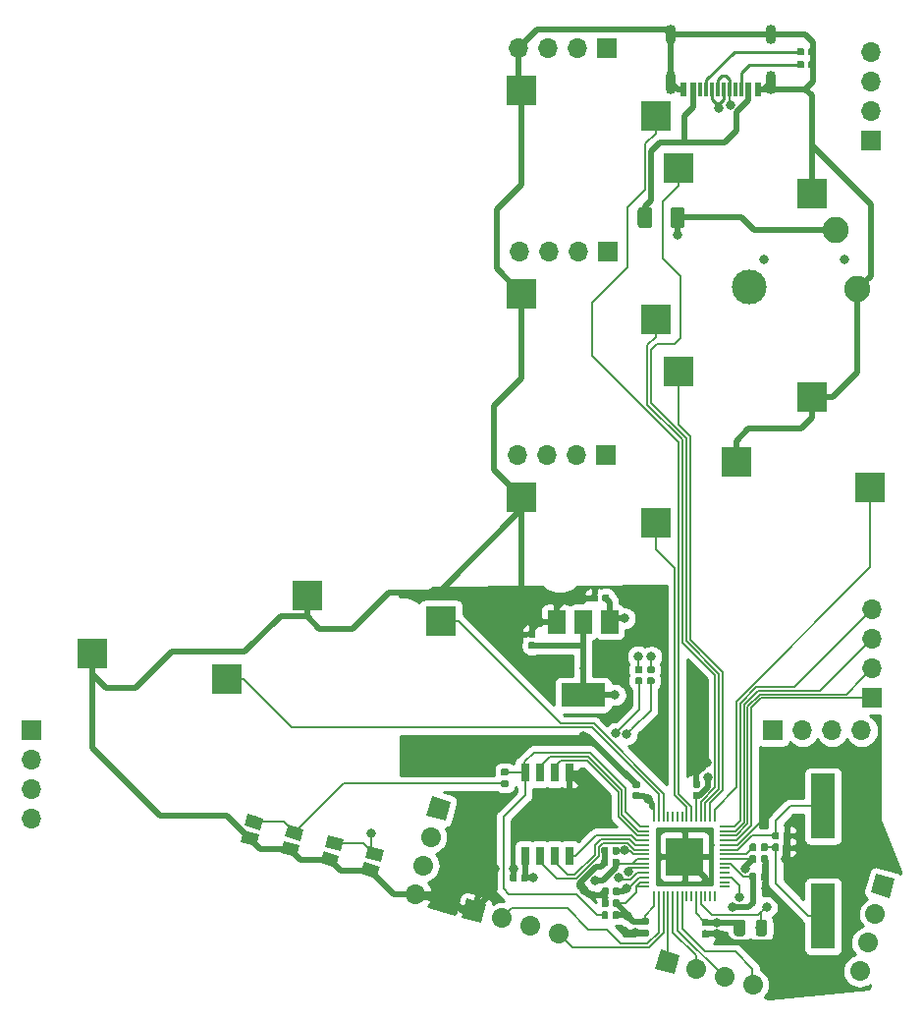
<source format=gbr>
G04 #@! TF.GenerationSoftware,KiCad,Pcbnew,(5.1.4)-1*
G04 #@! TF.CreationDate,2023-01-09T13:33:52-05:00*
G04 #@! TF.ProjectId,ThumbsUp,5468756d-6273-4557-902e-6b696361645f,rev?*
G04 #@! TF.SameCoordinates,Original*
G04 #@! TF.FileFunction,Copper,L2,Bot*
G04 #@! TF.FilePolarity,Positive*
%FSLAX46Y46*%
G04 Gerber Fmt 4.6, Leading zero omitted, Abs format (unit mm)*
G04 Created by KiCad (PCBNEW (5.1.4)-1) date 2023-01-09 13:33:52*
%MOMM*%
%LPD*%
G04 APERTURE LIST*
%ADD10C,0.100000*%
%ADD11C,0.590000*%
%ADD12C,0.975000*%
%ADD13R,0.600000X1.160000*%
%ADD14R,0.300000X1.160000*%
%ADD15O,0.900000X1.700000*%
%ADD16O,0.900000X2.000000*%
%ADD17C,1.700000*%
%ADD18C,1.700000*%
%ADD19C,0.800000*%
%ADD20C,2.250000*%
%ADD21C,3.000000*%
%ADD22O,1.700000X1.700000*%
%ADD23R,1.700000X1.700000*%
%ADD24R,2.600000X2.600000*%
%ADD25R,2.100000X5.600000*%
%ADD26R,1.500000X2.000000*%
%ADD27R,3.800000X2.000000*%
%ADD28C,1.050000*%
%ADD29R,0.650000X1.650000*%
%ADD30R,3.200000X3.200000*%
%ADD31R,0.850000X0.200000*%
%ADD32R,0.200000X0.850000*%
%ADD33C,1.250000*%
%ADD34C,0.200000*%
%ADD35C,0.250000*%
%ADD36C,0.500000*%
%ADD37C,0.254000*%
G04 APERTURE END LIST*
D10*
G36*
X110087958Y-445647710D02*
G01*
X110102276Y-445649834D01*
X110116317Y-445653351D01*
X110129946Y-445658228D01*
X110143031Y-445664417D01*
X110155447Y-445671858D01*
X110167073Y-445680481D01*
X110177798Y-445690202D01*
X110187519Y-445700927D01*
X110196142Y-445712553D01*
X110203583Y-445724969D01*
X110209772Y-445738054D01*
X110214649Y-445751683D01*
X110218166Y-445765724D01*
X110220290Y-445780042D01*
X110221000Y-445794500D01*
X110221000Y-446089500D01*
X110220290Y-446103958D01*
X110218166Y-446118276D01*
X110214649Y-446132317D01*
X110209772Y-446145946D01*
X110203583Y-446159031D01*
X110196142Y-446171447D01*
X110187519Y-446183073D01*
X110177798Y-446193798D01*
X110167073Y-446203519D01*
X110155447Y-446212142D01*
X110143031Y-446219583D01*
X110129946Y-446225772D01*
X110116317Y-446230649D01*
X110102276Y-446234166D01*
X110087958Y-446236290D01*
X110073500Y-446237000D01*
X109728500Y-446237000D01*
X109714042Y-446236290D01*
X109699724Y-446234166D01*
X109685683Y-446230649D01*
X109672054Y-446225772D01*
X109658969Y-446219583D01*
X109646553Y-446212142D01*
X109634927Y-446203519D01*
X109624202Y-446193798D01*
X109614481Y-446183073D01*
X109605858Y-446171447D01*
X109598417Y-446159031D01*
X109592228Y-446145946D01*
X109587351Y-446132317D01*
X109583834Y-446118276D01*
X109581710Y-446103958D01*
X109581000Y-446089500D01*
X109581000Y-445794500D01*
X109581710Y-445780042D01*
X109583834Y-445765724D01*
X109587351Y-445751683D01*
X109592228Y-445738054D01*
X109598417Y-445724969D01*
X109605858Y-445712553D01*
X109614481Y-445700927D01*
X109624202Y-445690202D01*
X109634927Y-445680481D01*
X109646553Y-445671858D01*
X109658969Y-445664417D01*
X109672054Y-445658228D01*
X109685683Y-445653351D01*
X109699724Y-445649834D01*
X109714042Y-445647710D01*
X109728500Y-445647000D01*
X110073500Y-445647000D01*
X110087958Y-445647710D01*
X110087958Y-445647710D01*
G37*
D11*
X109901000Y-445942000D03*
D10*
G36*
X110087958Y-446617710D02*
G01*
X110102276Y-446619834D01*
X110116317Y-446623351D01*
X110129946Y-446628228D01*
X110143031Y-446634417D01*
X110155447Y-446641858D01*
X110167073Y-446650481D01*
X110177798Y-446660202D01*
X110187519Y-446670927D01*
X110196142Y-446682553D01*
X110203583Y-446694969D01*
X110209772Y-446708054D01*
X110214649Y-446721683D01*
X110218166Y-446735724D01*
X110220290Y-446750042D01*
X110221000Y-446764500D01*
X110221000Y-447059500D01*
X110220290Y-447073958D01*
X110218166Y-447088276D01*
X110214649Y-447102317D01*
X110209772Y-447115946D01*
X110203583Y-447129031D01*
X110196142Y-447141447D01*
X110187519Y-447153073D01*
X110177798Y-447163798D01*
X110167073Y-447173519D01*
X110155447Y-447182142D01*
X110143031Y-447189583D01*
X110129946Y-447195772D01*
X110116317Y-447200649D01*
X110102276Y-447204166D01*
X110087958Y-447206290D01*
X110073500Y-447207000D01*
X109728500Y-447207000D01*
X109714042Y-447206290D01*
X109699724Y-447204166D01*
X109685683Y-447200649D01*
X109672054Y-447195772D01*
X109658969Y-447189583D01*
X109646553Y-447182142D01*
X109634927Y-447173519D01*
X109624202Y-447163798D01*
X109614481Y-447153073D01*
X109605858Y-447141447D01*
X109598417Y-447129031D01*
X109592228Y-447115946D01*
X109587351Y-447102317D01*
X109583834Y-447088276D01*
X109581710Y-447073958D01*
X109581000Y-447059500D01*
X109581000Y-446764500D01*
X109581710Y-446750042D01*
X109583834Y-446735724D01*
X109587351Y-446721683D01*
X109592228Y-446708054D01*
X109598417Y-446694969D01*
X109605858Y-446682553D01*
X109614481Y-446670927D01*
X109624202Y-446660202D01*
X109634927Y-446650481D01*
X109646553Y-446641858D01*
X109658969Y-446634417D01*
X109672054Y-446628228D01*
X109685683Y-446623351D01*
X109699724Y-446619834D01*
X109714042Y-446617710D01*
X109728500Y-446617000D01*
X110073500Y-446617000D01*
X110087958Y-446617710D01*
X110087958Y-446617710D01*
G37*
D11*
X109901000Y-446912000D03*
D10*
G36*
X109037958Y-445647710D02*
G01*
X109052276Y-445649834D01*
X109066317Y-445653351D01*
X109079946Y-445658228D01*
X109093031Y-445664417D01*
X109105447Y-445671858D01*
X109117073Y-445680481D01*
X109127798Y-445690202D01*
X109137519Y-445700927D01*
X109146142Y-445712553D01*
X109153583Y-445724969D01*
X109159772Y-445738054D01*
X109164649Y-445751683D01*
X109168166Y-445765724D01*
X109170290Y-445780042D01*
X109171000Y-445794500D01*
X109171000Y-446089500D01*
X109170290Y-446103958D01*
X109168166Y-446118276D01*
X109164649Y-446132317D01*
X109159772Y-446145946D01*
X109153583Y-446159031D01*
X109146142Y-446171447D01*
X109137519Y-446183073D01*
X109127798Y-446193798D01*
X109117073Y-446203519D01*
X109105447Y-446212142D01*
X109093031Y-446219583D01*
X109079946Y-446225772D01*
X109066317Y-446230649D01*
X109052276Y-446234166D01*
X109037958Y-446236290D01*
X109023500Y-446237000D01*
X108678500Y-446237000D01*
X108664042Y-446236290D01*
X108649724Y-446234166D01*
X108635683Y-446230649D01*
X108622054Y-446225772D01*
X108608969Y-446219583D01*
X108596553Y-446212142D01*
X108584927Y-446203519D01*
X108574202Y-446193798D01*
X108564481Y-446183073D01*
X108555858Y-446171447D01*
X108548417Y-446159031D01*
X108542228Y-446145946D01*
X108537351Y-446132317D01*
X108533834Y-446118276D01*
X108531710Y-446103958D01*
X108531000Y-446089500D01*
X108531000Y-445794500D01*
X108531710Y-445780042D01*
X108533834Y-445765724D01*
X108537351Y-445751683D01*
X108542228Y-445738054D01*
X108548417Y-445724969D01*
X108555858Y-445712553D01*
X108564481Y-445700927D01*
X108574202Y-445690202D01*
X108584927Y-445680481D01*
X108596553Y-445671858D01*
X108608969Y-445664417D01*
X108622054Y-445658228D01*
X108635683Y-445653351D01*
X108649724Y-445649834D01*
X108664042Y-445647710D01*
X108678500Y-445647000D01*
X109023500Y-445647000D01*
X109037958Y-445647710D01*
X109037958Y-445647710D01*
G37*
D11*
X108851000Y-445942000D03*
D10*
G36*
X109037958Y-446617710D02*
G01*
X109052276Y-446619834D01*
X109066317Y-446623351D01*
X109079946Y-446628228D01*
X109093031Y-446634417D01*
X109105447Y-446641858D01*
X109117073Y-446650481D01*
X109127798Y-446660202D01*
X109137519Y-446670927D01*
X109146142Y-446682553D01*
X109153583Y-446694969D01*
X109159772Y-446708054D01*
X109164649Y-446721683D01*
X109168166Y-446735724D01*
X109170290Y-446750042D01*
X109171000Y-446764500D01*
X109171000Y-447059500D01*
X109170290Y-447073958D01*
X109168166Y-447088276D01*
X109164649Y-447102317D01*
X109159772Y-447115946D01*
X109153583Y-447129031D01*
X109146142Y-447141447D01*
X109137519Y-447153073D01*
X109127798Y-447163798D01*
X109117073Y-447173519D01*
X109105447Y-447182142D01*
X109093031Y-447189583D01*
X109079946Y-447195772D01*
X109066317Y-447200649D01*
X109052276Y-447204166D01*
X109037958Y-447206290D01*
X109023500Y-447207000D01*
X108678500Y-447207000D01*
X108664042Y-447206290D01*
X108649724Y-447204166D01*
X108635683Y-447200649D01*
X108622054Y-447195772D01*
X108608969Y-447189583D01*
X108596553Y-447182142D01*
X108584927Y-447173519D01*
X108574202Y-447163798D01*
X108564481Y-447153073D01*
X108555858Y-447141447D01*
X108548417Y-447129031D01*
X108542228Y-447115946D01*
X108537351Y-447102317D01*
X108533834Y-447088276D01*
X108531710Y-447073958D01*
X108531000Y-447059500D01*
X108531000Y-446764500D01*
X108531710Y-446750042D01*
X108533834Y-446735724D01*
X108537351Y-446721683D01*
X108542228Y-446708054D01*
X108548417Y-446694969D01*
X108555858Y-446682553D01*
X108564481Y-446670927D01*
X108574202Y-446660202D01*
X108584927Y-446650481D01*
X108596553Y-446641858D01*
X108608969Y-446634417D01*
X108622054Y-446628228D01*
X108635683Y-446623351D01*
X108649724Y-446619834D01*
X108664042Y-446617710D01*
X108678500Y-446617000D01*
X109023500Y-446617000D01*
X109037958Y-446617710D01*
X109037958Y-446617710D01*
G37*
D11*
X108851000Y-446912000D03*
D10*
G36*
X122976958Y-393480710D02*
G01*
X122991276Y-393482834D01*
X123005317Y-393486351D01*
X123018946Y-393491228D01*
X123032031Y-393497417D01*
X123044447Y-393504858D01*
X123056073Y-393513481D01*
X123066798Y-393523202D01*
X123076519Y-393533927D01*
X123085142Y-393545553D01*
X123092583Y-393557969D01*
X123098772Y-393571054D01*
X123103649Y-393584683D01*
X123107166Y-393598724D01*
X123109290Y-393613042D01*
X123110000Y-393627500D01*
X123110000Y-393972500D01*
X123109290Y-393986958D01*
X123107166Y-394001276D01*
X123103649Y-394015317D01*
X123098772Y-394028946D01*
X123092583Y-394042031D01*
X123085142Y-394054447D01*
X123076519Y-394066073D01*
X123066798Y-394076798D01*
X123056073Y-394086519D01*
X123044447Y-394095142D01*
X123032031Y-394102583D01*
X123018946Y-394108772D01*
X123005317Y-394113649D01*
X122991276Y-394117166D01*
X122976958Y-394119290D01*
X122962500Y-394120000D01*
X122667500Y-394120000D01*
X122653042Y-394119290D01*
X122638724Y-394117166D01*
X122624683Y-394113649D01*
X122611054Y-394108772D01*
X122597969Y-394102583D01*
X122585553Y-394095142D01*
X122573927Y-394086519D01*
X122563202Y-394076798D01*
X122553481Y-394066073D01*
X122544858Y-394054447D01*
X122537417Y-394042031D01*
X122531228Y-394028946D01*
X122526351Y-394015317D01*
X122522834Y-394001276D01*
X122520710Y-393986958D01*
X122520000Y-393972500D01*
X122520000Y-393627500D01*
X122520710Y-393613042D01*
X122522834Y-393598724D01*
X122526351Y-393584683D01*
X122531228Y-393571054D01*
X122537417Y-393557969D01*
X122544858Y-393545553D01*
X122553481Y-393533927D01*
X122563202Y-393523202D01*
X122573927Y-393513481D01*
X122585553Y-393504858D01*
X122597969Y-393497417D01*
X122611054Y-393491228D01*
X122624683Y-393486351D01*
X122638724Y-393482834D01*
X122653042Y-393480710D01*
X122667500Y-393480000D01*
X122962500Y-393480000D01*
X122976958Y-393480710D01*
X122976958Y-393480710D01*
G37*
D11*
X122815000Y-393800000D03*
D10*
G36*
X123946958Y-393480710D02*
G01*
X123961276Y-393482834D01*
X123975317Y-393486351D01*
X123988946Y-393491228D01*
X124002031Y-393497417D01*
X124014447Y-393504858D01*
X124026073Y-393513481D01*
X124036798Y-393523202D01*
X124046519Y-393533927D01*
X124055142Y-393545553D01*
X124062583Y-393557969D01*
X124068772Y-393571054D01*
X124073649Y-393584683D01*
X124077166Y-393598724D01*
X124079290Y-393613042D01*
X124080000Y-393627500D01*
X124080000Y-393972500D01*
X124079290Y-393986958D01*
X124077166Y-394001276D01*
X124073649Y-394015317D01*
X124068772Y-394028946D01*
X124062583Y-394042031D01*
X124055142Y-394054447D01*
X124046519Y-394066073D01*
X124036798Y-394076798D01*
X124026073Y-394086519D01*
X124014447Y-394095142D01*
X124002031Y-394102583D01*
X123988946Y-394108772D01*
X123975317Y-394113649D01*
X123961276Y-394117166D01*
X123946958Y-394119290D01*
X123932500Y-394120000D01*
X123637500Y-394120000D01*
X123623042Y-394119290D01*
X123608724Y-394117166D01*
X123594683Y-394113649D01*
X123581054Y-394108772D01*
X123567969Y-394102583D01*
X123555553Y-394095142D01*
X123543927Y-394086519D01*
X123533202Y-394076798D01*
X123523481Y-394066073D01*
X123514858Y-394054447D01*
X123507417Y-394042031D01*
X123501228Y-394028946D01*
X123496351Y-394015317D01*
X123492834Y-394001276D01*
X123490710Y-393986958D01*
X123490000Y-393972500D01*
X123490000Y-393627500D01*
X123490710Y-393613042D01*
X123492834Y-393598724D01*
X123496351Y-393584683D01*
X123501228Y-393571054D01*
X123507417Y-393557969D01*
X123514858Y-393545553D01*
X123523481Y-393533927D01*
X123533202Y-393523202D01*
X123543927Y-393513481D01*
X123555553Y-393504858D01*
X123567969Y-393497417D01*
X123581054Y-393491228D01*
X123594683Y-393486351D01*
X123608724Y-393482834D01*
X123623042Y-393480710D01*
X123637500Y-393480000D01*
X123932500Y-393480000D01*
X123946958Y-393480710D01*
X123946958Y-393480710D01*
G37*
D11*
X123785000Y-393800000D03*
D10*
G36*
X123946958Y-392380710D02*
G01*
X123961276Y-392382834D01*
X123975317Y-392386351D01*
X123988946Y-392391228D01*
X124002031Y-392397417D01*
X124014447Y-392404858D01*
X124026073Y-392413481D01*
X124036798Y-392423202D01*
X124046519Y-392433927D01*
X124055142Y-392445553D01*
X124062583Y-392457969D01*
X124068772Y-392471054D01*
X124073649Y-392484683D01*
X124077166Y-392498724D01*
X124079290Y-392513042D01*
X124080000Y-392527500D01*
X124080000Y-392872500D01*
X124079290Y-392886958D01*
X124077166Y-392901276D01*
X124073649Y-392915317D01*
X124068772Y-392928946D01*
X124062583Y-392942031D01*
X124055142Y-392954447D01*
X124046519Y-392966073D01*
X124036798Y-392976798D01*
X124026073Y-392986519D01*
X124014447Y-392995142D01*
X124002031Y-393002583D01*
X123988946Y-393008772D01*
X123975317Y-393013649D01*
X123961276Y-393017166D01*
X123946958Y-393019290D01*
X123932500Y-393020000D01*
X123637500Y-393020000D01*
X123623042Y-393019290D01*
X123608724Y-393017166D01*
X123594683Y-393013649D01*
X123581054Y-393008772D01*
X123567969Y-393002583D01*
X123555553Y-392995142D01*
X123543927Y-392986519D01*
X123533202Y-392976798D01*
X123523481Y-392966073D01*
X123514858Y-392954447D01*
X123507417Y-392942031D01*
X123501228Y-392928946D01*
X123496351Y-392915317D01*
X123492834Y-392901276D01*
X123490710Y-392886958D01*
X123490000Y-392872500D01*
X123490000Y-392527500D01*
X123490710Y-392513042D01*
X123492834Y-392498724D01*
X123496351Y-392484683D01*
X123501228Y-392471054D01*
X123507417Y-392457969D01*
X123514858Y-392445553D01*
X123523481Y-392433927D01*
X123533202Y-392423202D01*
X123543927Y-392413481D01*
X123555553Y-392404858D01*
X123567969Y-392397417D01*
X123581054Y-392391228D01*
X123594683Y-392386351D01*
X123608724Y-392382834D01*
X123623042Y-392380710D01*
X123637500Y-392380000D01*
X123932500Y-392380000D01*
X123946958Y-392380710D01*
X123946958Y-392380710D01*
G37*
D11*
X123785000Y-392700000D03*
D10*
G36*
X122976958Y-392380710D02*
G01*
X122991276Y-392382834D01*
X123005317Y-392386351D01*
X123018946Y-392391228D01*
X123032031Y-392397417D01*
X123044447Y-392404858D01*
X123056073Y-392413481D01*
X123066798Y-392423202D01*
X123076519Y-392433927D01*
X123085142Y-392445553D01*
X123092583Y-392457969D01*
X123098772Y-392471054D01*
X123103649Y-392484683D01*
X123107166Y-392498724D01*
X123109290Y-392513042D01*
X123110000Y-392527500D01*
X123110000Y-392872500D01*
X123109290Y-392886958D01*
X123107166Y-392901276D01*
X123103649Y-392915317D01*
X123098772Y-392928946D01*
X123092583Y-392942031D01*
X123085142Y-392954447D01*
X123076519Y-392966073D01*
X123066798Y-392976798D01*
X123056073Y-392986519D01*
X123044447Y-392995142D01*
X123032031Y-393002583D01*
X123018946Y-393008772D01*
X123005317Y-393013649D01*
X122991276Y-393017166D01*
X122976958Y-393019290D01*
X122962500Y-393020000D01*
X122667500Y-393020000D01*
X122653042Y-393019290D01*
X122638724Y-393017166D01*
X122624683Y-393013649D01*
X122611054Y-393008772D01*
X122597969Y-393002583D01*
X122585553Y-392995142D01*
X122573927Y-392986519D01*
X122563202Y-392976798D01*
X122553481Y-392966073D01*
X122544858Y-392954447D01*
X122537417Y-392942031D01*
X122531228Y-392928946D01*
X122526351Y-392915317D01*
X122522834Y-392901276D01*
X122520710Y-392886958D01*
X122520000Y-392872500D01*
X122520000Y-392527500D01*
X122520710Y-392513042D01*
X122522834Y-392498724D01*
X122526351Y-392484683D01*
X122531228Y-392471054D01*
X122537417Y-392457969D01*
X122544858Y-392445553D01*
X122553481Y-392433927D01*
X122563202Y-392423202D01*
X122573927Y-392413481D01*
X122585553Y-392404858D01*
X122597969Y-392397417D01*
X122611054Y-392391228D01*
X122624683Y-392386351D01*
X122638724Y-392382834D01*
X122653042Y-392380710D01*
X122667500Y-392380000D01*
X122962500Y-392380000D01*
X122976958Y-392380710D01*
X122976958Y-392380710D01*
G37*
D11*
X122815000Y-392700000D03*
D10*
G36*
X99836958Y-442595710D02*
G01*
X99851276Y-442597834D01*
X99865317Y-442601351D01*
X99878946Y-442606228D01*
X99892031Y-442612417D01*
X99904447Y-442619858D01*
X99916073Y-442628481D01*
X99926798Y-442638202D01*
X99936519Y-442648927D01*
X99945142Y-442660553D01*
X99952583Y-442672969D01*
X99958772Y-442686054D01*
X99963649Y-442699683D01*
X99967166Y-442713724D01*
X99969290Y-442728042D01*
X99970000Y-442742500D01*
X99970000Y-443037500D01*
X99969290Y-443051958D01*
X99967166Y-443066276D01*
X99963649Y-443080317D01*
X99958772Y-443093946D01*
X99952583Y-443107031D01*
X99945142Y-443119447D01*
X99936519Y-443131073D01*
X99926798Y-443141798D01*
X99916073Y-443151519D01*
X99904447Y-443160142D01*
X99892031Y-443167583D01*
X99878946Y-443173772D01*
X99865317Y-443178649D01*
X99851276Y-443182166D01*
X99836958Y-443184290D01*
X99822500Y-443185000D01*
X99477500Y-443185000D01*
X99463042Y-443184290D01*
X99448724Y-443182166D01*
X99434683Y-443178649D01*
X99421054Y-443173772D01*
X99407969Y-443167583D01*
X99395553Y-443160142D01*
X99383927Y-443151519D01*
X99373202Y-443141798D01*
X99363481Y-443131073D01*
X99354858Y-443119447D01*
X99347417Y-443107031D01*
X99341228Y-443093946D01*
X99336351Y-443080317D01*
X99332834Y-443066276D01*
X99330710Y-443051958D01*
X99330000Y-443037500D01*
X99330000Y-442742500D01*
X99330710Y-442728042D01*
X99332834Y-442713724D01*
X99336351Y-442699683D01*
X99341228Y-442686054D01*
X99347417Y-442672969D01*
X99354858Y-442660553D01*
X99363481Y-442648927D01*
X99373202Y-442638202D01*
X99383927Y-442628481D01*
X99395553Y-442619858D01*
X99407969Y-442612417D01*
X99421054Y-442606228D01*
X99434683Y-442601351D01*
X99448724Y-442597834D01*
X99463042Y-442595710D01*
X99477500Y-442595000D01*
X99822500Y-442595000D01*
X99836958Y-442595710D01*
X99836958Y-442595710D01*
G37*
D11*
X99650000Y-442890000D03*
D10*
G36*
X99836958Y-443565710D02*
G01*
X99851276Y-443567834D01*
X99865317Y-443571351D01*
X99878946Y-443576228D01*
X99892031Y-443582417D01*
X99904447Y-443589858D01*
X99916073Y-443598481D01*
X99926798Y-443608202D01*
X99936519Y-443618927D01*
X99945142Y-443630553D01*
X99952583Y-443642969D01*
X99958772Y-443656054D01*
X99963649Y-443669683D01*
X99967166Y-443683724D01*
X99969290Y-443698042D01*
X99970000Y-443712500D01*
X99970000Y-444007500D01*
X99969290Y-444021958D01*
X99967166Y-444036276D01*
X99963649Y-444050317D01*
X99958772Y-444063946D01*
X99952583Y-444077031D01*
X99945142Y-444089447D01*
X99936519Y-444101073D01*
X99926798Y-444111798D01*
X99916073Y-444121519D01*
X99904447Y-444130142D01*
X99892031Y-444137583D01*
X99878946Y-444143772D01*
X99865317Y-444148649D01*
X99851276Y-444152166D01*
X99836958Y-444154290D01*
X99822500Y-444155000D01*
X99477500Y-444155000D01*
X99463042Y-444154290D01*
X99448724Y-444152166D01*
X99434683Y-444148649D01*
X99421054Y-444143772D01*
X99407969Y-444137583D01*
X99395553Y-444130142D01*
X99383927Y-444121519D01*
X99373202Y-444111798D01*
X99363481Y-444101073D01*
X99354858Y-444089447D01*
X99347417Y-444077031D01*
X99341228Y-444063946D01*
X99336351Y-444050317D01*
X99332834Y-444036276D01*
X99330710Y-444021958D01*
X99330000Y-444007500D01*
X99330000Y-443712500D01*
X99330710Y-443698042D01*
X99332834Y-443683724D01*
X99336351Y-443669683D01*
X99341228Y-443656054D01*
X99347417Y-443642969D01*
X99354858Y-443630553D01*
X99363481Y-443618927D01*
X99373202Y-443608202D01*
X99383927Y-443598481D01*
X99395553Y-443589858D01*
X99407969Y-443582417D01*
X99421054Y-443576228D01*
X99434683Y-443571351D01*
X99448724Y-443567834D01*
X99463042Y-443565710D01*
X99477500Y-443565000D01*
X99822500Y-443565000D01*
X99836958Y-443565710D01*
X99836958Y-443565710D01*
G37*
D11*
X99650000Y-443860000D03*
D10*
G36*
X119702642Y-467499174D02*
G01*
X119726303Y-467502684D01*
X119749507Y-467508496D01*
X119772029Y-467516554D01*
X119793653Y-467526782D01*
X119814170Y-467539079D01*
X119833383Y-467553329D01*
X119851107Y-467569393D01*
X119867171Y-467587117D01*
X119881421Y-467606330D01*
X119893718Y-467626847D01*
X119903946Y-467648471D01*
X119912004Y-467670993D01*
X119917816Y-467694197D01*
X119921326Y-467717858D01*
X119922500Y-467741750D01*
X119922500Y-468654250D01*
X119921326Y-468678142D01*
X119917816Y-468701803D01*
X119912004Y-468725007D01*
X119903946Y-468747529D01*
X119893718Y-468769153D01*
X119881421Y-468789670D01*
X119867171Y-468808883D01*
X119851107Y-468826607D01*
X119833383Y-468842671D01*
X119814170Y-468856921D01*
X119793653Y-468869218D01*
X119772029Y-468879446D01*
X119749507Y-468887504D01*
X119726303Y-468893316D01*
X119702642Y-468896826D01*
X119678750Y-468898000D01*
X119191250Y-468898000D01*
X119167358Y-468896826D01*
X119143697Y-468893316D01*
X119120493Y-468887504D01*
X119097971Y-468879446D01*
X119076347Y-468869218D01*
X119055830Y-468856921D01*
X119036617Y-468842671D01*
X119018893Y-468826607D01*
X119002829Y-468808883D01*
X118988579Y-468789670D01*
X118976282Y-468769153D01*
X118966054Y-468747529D01*
X118957996Y-468725007D01*
X118952184Y-468701803D01*
X118948674Y-468678142D01*
X118947500Y-468654250D01*
X118947500Y-467741750D01*
X118948674Y-467717858D01*
X118952184Y-467694197D01*
X118957996Y-467670993D01*
X118966054Y-467648471D01*
X118976282Y-467626847D01*
X118988579Y-467606330D01*
X119002829Y-467587117D01*
X119018893Y-467569393D01*
X119036617Y-467553329D01*
X119055830Y-467539079D01*
X119076347Y-467526782D01*
X119097971Y-467516554D01*
X119120493Y-467508496D01*
X119143697Y-467502684D01*
X119167358Y-467499174D01*
X119191250Y-467498000D01*
X119678750Y-467498000D01*
X119702642Y-467499174D01*
X119702642Y-467499174D01*
G37*
D12*
X119435000Y-468198000D03*
D10*
G36*
X117827642Y-467499174D02*
G01*
X117851303Y-467502684D01*
X117874507Y-467508496D01*
X117897029Y-467516554D01*
X117918653Y-467526782D01*
X117939170Y-467539079D01*
X117958383Y-467553329D01*
X117976107Y-467569393D01*
X117992171Y-467587117D01*
X118006421Y-467606330D01*
X118018718Y-467626847D01*
X118028946Y-467648471D01*
X118037004Y-467670993D01*
X118042816Y-467694197D01*
X118046326Y-467717858D01*
X118047500Y-467741750D01*
X118047500Y-468654250D01*
X118046326Y-468678142D01*
X118042816Y-468701803D01*
X118037004Y-468725007D01*
X118028946Y-468747529D01*
X118018718Y-468769153D01*
X118006421Y-468789670D01*
X117992171Y-468808883D01*
X117976107Y-468826607D01*
X117958383Y-468842671D01*
X117939170Y-468856921D01*
X117918653Y-468869218D01*
X117897029Y-468879446D01*
X117874507Y-468887504D01*
X117851303Y-468893316D01*
X117827642Y-468896826D01*
X117803750Y-468898000D01*
X117316250Y-468898000D01*
X117292358Y-468896826D01*
X117268697Y-468893316D01*
X117245493Y-468887504D01*
X117222971Y-468879446D01*
X117201347Y-468869218D01*
X117180830Y-468856921D01*
X117161617Y-468842671D01*
X117143893Y-468826607D01*
X117127829Y-468808883D01*
X117113579Y-468789670D01*
X117101282Y-468769153D01*
X117091054Y-468747529D01*
X117082996Y-468725007D01*
X117077184Y-468701803D01*
X117073674Y-468678142D01*
X117072500Y-468654250D01*
X117072500Y-467741750D01*
X117073674Y-467717858D01*
X117077184Y-467694197D01*
X117082996Y-467670993D01*
X117091054Y-467648471D01*
X117101282Y-467626847D01*
X117113579Y-467606330D01*
X117127829Y-467587117D01*
X117143893Y-467569393D01*
X117161617Y-467553329D01*
X117180830Y-467539079D01*
X117201347Y-467526782D01*
X117222971Y-467516554D01*
X117245493Y-467508496D01*
X117268697Y-467502684D01*
X117292358Y-467499174D01*
X117316250Y-467498000D01*
X117803750Y-467498000D01*
X117827642Y-467499174D01*
X117827642Y-467499174D01*
G37*
D12*
X117560000Y-468198000D03*
D10*
G36*
X107071958Y-466770710D02*
G01*
X107086276Y-466772834D01*
X107100317Y-466776351D01*
X107113946Y-466781228D01*
X107127031Y-466787417D01*
X107139447Y-466794858D01*
X107151073Y-466803481D01*
X107161798Y-466813202D01*
X107171519Y-466823927D01*
X107180142Y-466835553D01*
X107187583Y-466847969D01*
X107193772Y-466861054D01*
X107198649Y-466874683D01*
X107202166Y-466888724D01*
X107204290Y-466903042D01*
X107205000Y-466917500D01*
X107205000Y-467262500D01*
X107204290Y-467276958D01*
X107202166Y-467291276D01*
X107198649Y-467305317D01*
X107193772Y-467318946D01*
X107187583Y-467332031D01*
X107180142Y-467344447D01*
X107171519Y-467356073D01*
X107161798Y-467366798D01*
X107151073Y-467376519D01*
X107139447Y-467385142D01*
X107127031Y-467392583D01*
X107113946Y-467398772D01*
X107100317Y-467403649D01*
X107086276Y-467407166D01*
X107071958Y-467409290D01*
X107057500Y-467410000D01*
X106762500Y-467410000D01*
X106748042Y-467409290D01*
X106733724Y-467407166D01*
X106719683Y-467403649D01*
X106706054Y-467398772D01*
X106692969Y-467392583D01*
X106680553Y-467385142D01*
X106668927Y-467376519D01*
X106658202Y-467366798D01*
X106648481Y-467356073D01*
X106639858Y-467344447D01*
X106632417Y-467332031D01*
X106626228Y-467318946D01*
X106621351Y-467305317D01*
X106617834Y-467291276D01*
X106615710Y-467276958D01*
X106615000Y-467262500D01*
X106615000Y-466917500D01*
X106615710Y-466903042D01*
X106617834Y-466888724D01*
X106621351Y-466874683D01*
X106626228Y-466861054D01*
X106632417Y-466847969D01*
X106639858Y-466835553D01*
X106648481Y-466823927D01*
X106658202Y-466813202D01*
X106668927Y-466803481D01*
X106680553Y-466794858D01*
X106692969Y-466787417D01*
X106706054Y-466781228D01*
X106719683Y-466776351D01*
X106733724Y-466772834D01*
X106748042Y-466770710D01*
X106762500Y-466770000D01*
X107057500Y-466770000D01*
X107071958Y-466770710D01*
X107071958Y-466770710D01*
G37*
D11*
X106910000Y-467090000D03*
D10*
G36*
X106101958Y-466770710D02*
G01*
X106116276Y-466772834D01*
X106130317Y-466776351D01*
X106143946Y-466781228D01*
X106157031Y-466787417D01*
X106169447Y-466794858D01*
X106181073Y-466803481D01*
X106191798Y-466813202D01*
X106201519Y-466823927D01*
X106210142Y-466835553D01*
X106217583Y-466847969D01*
X106223772Y-466861054D01*
X106228649Y-466874683D01*
X106232166Y-466888724D01*
X106234290Y-466903042D01*
X106235000Y-466917500D01*
X106235000Y-467262500D01*
X106234290Y-467276958D01*
X106232166Y-467291276D01*
X106228649Y-467305317D01*
X106223772Y-467318946D01*
X106217583Y-467332031D01*
X106210142Y-467344447D01*
X106201519Y-467356073D01*
X106191798Y-467366798D01*
X106181073Y-467376519D01*
X106169447Y-467385142D01*
X106157031Y-467392583D01*
X106143946Y-467398772D01*
X106130317Y-467403649D01*
X106116276Y-467407166D01*
X106101958Y-467409290D01*
X106087500Y-467410000D01*
X105792500Y-467410000D01*
X105778042Y-467409290D01*
X105763724Y-467407166D01*
X105749683Y-467403649D01*
X105736054Y-467398772D01*
X105722969Y-467392583D01*
X105710553Y-467385142D01*
X105698927Y-467376519D01*
X105688202Y-467366798D01*
X105678481Y-467356073D01*
X105669858Y-467344447D01*
X105662417Y-467332031D01*
X105656228Y-467318946D01*
X105651351Y-467305317D01*
X105647834Y-467291276D01*
X105645710Y-467276958D01*
X105645000Y-467262500D01*
X105645000Y-466917500D01*
X105645710Y-466903042D01*
X105647834Y-466888724D01*
X105651351Y-466874683D01*
X105656228Y-466861054D01*
X105662417Y-466847969D01*
X105669858Y-466835553D01*
X105678481Y-466823927D01*
X105688202Y-466813202D01*
X105698927Y-466803481D01*
X105710553Y-466794858D01*
X105722969Y-466787417D01*
X105736054Y-466781228D01*
X105749683Y-466776351D01*
X105763724Y-466772834D01*
X105778042Y-466770710D01*
X105792500Y-466770000D01*
X106087500Y-466770000D01*
X106101958Y-466770710D01*
X106101958Y-466770710D01*
G37*
D11*
X105940000Y-467090000D03*
D10*
G36*
X119846958Y-460930710D02*
G01*
X119861276Y-460932834D01*
X119875317Y-460936351D01*
X119888946Y-460941228D01*
X119902031Y-460947417D01*
X119914447Y-460954858D01*
X119926073Y-460963481D01*
X119936798Y-460973202D01*
X119946519Y-460983927D01*
X119955142Y-460995553D01*
X119962583Y-461007969D01*
X119968772Y-461021054D01*
X119973649Y-461034683D01*
X119977166Y-461048724D01*
X119979290Y-461063042D01*
X119980000Y-461077500D01*
X119980000Y-461422500D01*
X119979290Y-461436958D01*
X119977166Y-461451276D01*
X119973649Y-461465317D01*
X119968772Y-461478946D01*
X119962583Y-461492031D01*
X119955142Y-461504447D01*
X119946519Y-461516073D01*
X119936798Y-461526798D01*
X119926073Y-461536519D01*
X119914447Y-461545142D01*
X119902031Y-461552583D01*
X119888946Y-461558772D01*
X119875317Y-461563649D01*
X119861276Y-461567166D01*
X119846958Y-461569290D01*
X119832500Y-461570000D01*
X119537500Y-461570000D01*
X119523042Y-461569290D01*
X119508724Y-461567166D01*
X119494683Y-461563649D01*
X119481054Y-461558772D01*
X119467969Y-461552583D01*
X119455553Y-461545142D01*
X119443927Y-461536519D01*
X119433202Y-461526798D01*
X119423481Y-461516073D01*
X119414858Y-461504447D01*
X119407417Y-461492031D01*
X119401228Y-461478946D01*
X119396351Y-461465317D01*
X119392834Y-461451276D01*
X119390710Y-461436958D01*
X119390000Y-461422500D01*
X119390000Y-461077500D01*
X119390710Y-461063042D01*
X119392834Y-461048724D01*
X119396351Y-461034683D01*
X119401228Y-461021054D01*
X119407417Y-461007969D01*
X119414858Y-460995553D01*
X119423481Y-460983927D01*
X119433202Y-460973202D01*
X119443927Y-460963481D01*
X119455553Y-460954858D01*
X119467969Y-460947417D01*
X119481054Y-460941228D01*
X119494683Y-460936351D01*
X119508724Y-460932834D01*
X119523042Y-460930710D01*
X119537500Y-460930000D01*
X119832500Y-460930000D01*
X119846958Y-460930710D01*
X119846958Y-460930710D01*
G37*
D11*
X119685000Y-461250000D03*
D10*
G36*
X118876958Y-460930710D02*
G01*
X118891276Y-460932834D01*
X118905317Y-460936351D01*
X118918946Y-460941228D01*
X118932031Y-460947417D01*
X118944447Y-460954858D01*
X118956073Y-460963481D01*
X118966798Y-460973202D01*
X118976519Y-460983927D01*
X118985142Y-460995553D01*
X118992583Y-461007969D01*
X118998772Y-461021054D01*
X119003649Y-461034683D01*
X119007166Y-461048724D01*
X119009290Y-461063042D01*
X119010000Y-461077500D01*
X119010000Y-461422500D01*
X119009290Y-461436958D01*
X119007166Y-461451276D01*
X119003649Y-461465317D01*
X118998772Y-461478946D01*
X118992583Y-461492031D01*
X118985142Y-461504447D01*
X118976519Y-461516073D01*
X118966798Y-461526798D01*
X118956073Y-461536519D01*
X118944447Y-461545142D01*
X118932031Y-461552583D01*
X118918946Y-461558772D01*
X118905317Y-461563649D01*
X118891276Y-461567166D01*
X118876958Y-461569290D01*
X118862500Y-461570000D01*
X118567500Y-461570000D01*
X118553042Y-461569290D01*
X118538724Y-461567166D01*
X118524683Y-461563649D01*
X118511054Y-461558772D01*
X118497969Y-461552583D01*
X118485553Y-461545142D01*
X118473927Y-461536519D01*
X118463202Y-461526798D01*
X118453481Y-461516073D01*
X118444858Y-461504447D01*
X118437417Y-461492031D01*
X118431228Y-461478946D01*
X118426351Y-461465317D01*
X118422834Y-461451276D01*
X118420710Y-461436958D01*
X118420000Y-461422500D01*
X118420000Y-461077500D01*
X118420710Y-461063042D01*
X118422834Y-461048724D01*
X118426351Y-461034683D01*
X118431228Y-461021054D01*
X118437417Y-461007969D01*
X118444858Y-460995553D01*
X118453481Y-460983927D01*
X118463202Y-460973202D01*
X118473927Y-460963481D01*
X118485553Y-460954858D01*
X118497969Y-460947417D01*
X118511054Y-460941228D01*
X118524683Y-460936351D01*
X118538724Y-460932834D01*
X118553042Y-460930710D01*
X118567500Y-460930000D01*
X118862500Y-460930000D01*
X118876958Y-460930710D01*
X118876958Y-460930710D01*
G37*
D11*
X118715000Y-461250000D03*
D10*
G36*
X97486958Y-454485710D02*
G01*
X97501276Y-454487834D01*
X97515317Y-454491351D01*
X97528946Y-454496228D01*
X97542031Y-454502417D01*
X97554447Y-454509858D01*
X97566073Y-454518481D01*
X97576798Y-454528202D01*
X97586519Y-454538927D01*
X97595142Y-454550553D01*
X97602583Y-454562969D01*
X97608772Y-454576054D01*
X97613649Y-454589683D01*
X97617166Y-454603724D01*
X97619290Y-454618042D01*
X97620000Y-454632500D01*
X97620000Y-454927500D01*
X97619290Y-454941958D01*
X97617166Y-454956276D01*
X97613649Y-454970317D01*
X97608772Y-454983946D01*
X97602583Y-454997031D01*
X97595142Y-455009447D01*
X97586519Y-455021073D01*
X97576798Y-455031798D01*
X97566073Y-455041519D01*
X97554447Y-455050142D01*
X97542031Y-455057583D01*
X97528946Y-455063772D01*
X97515317Y-455068649D01*
X97501276Y-455072166D01*
X97486958Y-455074290D01*
X97472500Y-455075000D01*
X97127500Y-455075000D01*
X97113042Y-455074290D01*
X97098724Y-455072166D01*
X97084683Y-455068649D01*
X97071054Y-455063772D01*
X97057969Y-455057583D01*
X97045553Y-455050142D01*
X97033927Y-455041519D01*
X97023202Y-455031798D01*
X97013481Y-455021073D01*
X97004858Y-455009447D01*
X96997417Y-454997031D01*
X96991228Y-454983946D01*
X96986351Y-454970317D01*
X96982834Y-454956276D01*
X96980710Y-454941958D01*
X96980000Y-454927500D01*
X96980000Y-454632500D01*
X96980710Y-454618042D01*
X96982834Y-454603724D01*
X96986351Y-454589683D01*
X96991228Y-454576054D01*
X96997417Y-454562969D01*
X97004858Y-454550553D01*
X97013481Y-454538927D01*
X97023202Y-454528202D01*
X97033927Y-454518481D01*
X97045553Y-454509858D01*
X97057969Y-454502417D01*
X97071054Y-454496228D01*
X97084683Y-454491351D01*
X97098724Y-454487834D01*
X97113042Y-454485710D01*
X97127500Y-454485000D01*
X97472500Y-454485000D01*
X97486958Y-454485710D01*
X97486958Y-454485710D01*
G37*
D11*
X97300000Y-454780000D03*
D10*
G36*
X97486958Y-455455710D02*
G01*
X97501276Y-455457834D01*
X97515317Y-455461351D01*
X97528946Y-455466228D01*
X97542031Y-455472417D01*
X97554447Y-455479858D01*
X97566073Y-455488481D01*
X97576798Y-455498202D01*
X97586519Y-455508927D01*
X97595142Y-455520553D01*
X97602583Y-455532969D01*
X97608772Y-455546054D01*
X97613649Y-455559683D01*
X97617166Y-455573724D01*
X97619290Y-455588042D01*
X97620000Y-455602500D01*
X97620000Y-455897500D01*
X97619290Y-455911958D01*
X97617166Y-455926276D01*
X97613649Y-455940317D01*
X97608772Y-455953946D01*
X97602583Y-455967031D01*
X97595142Y-455979447D01*
X97586519Y-455991073D01*
X97576798Y-456001798D01*
X97566073Y-456011519D01*
X97554447Y-456020142D01*
X97542031Y-456027583D01*
X97528946Y-456033772D01*
X97515317Y-456038649D01*
X97501276Y-456042166D01*
X97486958Y-456044290D01*
X97472500Y-456045000D01*
X97127500Y-456045000D01*
X97113042Y-456044290D01*
X97098724Y-456042166D01*
X97084683Y-456038649D01*
X97071054Y-456033772D01*
X97057969Y-456027583D01*
X97045553Y-456020142D01*
X97033927Y-456011519D01*
X97023202Y-456001798D01*
X97013481Y-455991073D01*
X97004858Y-455979447D01*
X96997417Y-455967031D01*
X96991228Y-455953946D01*
X96986351Y-455940317D01*
X96982834Y-455926276D01*
X96980710Y-455911958D01*
X96980000Y-455897500D01*
X96980000Y-455602500D01*
X96980710Y-455588042D01*
X96982834Y-455573724D01*
X96986351Y-455559683D01*
X96991228Y-455546054D01*
X96997417Y-455532969D01*
X97004858Y-455520553D01*
X97013481Y-455508927D01*
X97023202Y-455498202D01*
X97033927Y-455488481D01*
X97045553Y-455479858D01*
X97057969Y-455472417D01*
X97071054Y-455466228D01*
X97084683Y-455461351D01*
X97098724Y-455457834D01*
X97113042Y-455455710D01*
X97127500Y-455455000D01*
X97472500Y-455455000D01*
X97486958Y-455455710D01*
X97486958Y-455455710D01*
G37*
D11*
X97300000Y-455750000D03*
D10*
G36*
X109586958Y-468325710D02*
G01*
X109601276Y-468327834D01*
X109615317Y-468331351D01*
X109628946Y-468336228D01*
X109642031Y-468342417D01*
X109654447Y-468349858D01*
X109666073Y-468358481D01*
X109676798Y-468368202D01*
X109686519Y-468378927D01*
X109695142Y-468390553D01*
X109702583Y-468402969D01*
X109708772Y-468416054D01*
X109713649Y-468429683D01*
X109717166Y-468443724D01*
X109719290Y-468458042D01*
X109720000Y-468472500D01*
X109720000Y-468767500D01*
X109719290Y-468781958D01*
X109717166Y-468796276D01*
X109713649Y-468810317D01*
X109708772Y-468823946D01*
X109702583Y-468837031D01*
X109695142Y-468849447D01*
X109686519Y-468861073D01*
X109676798Y-468871798D01*
X109666073Y-468881519D01*
X109654447Y-468890142D01*
X109642031Y-468897583D01*
X109628946Y-468903772D01*
X109615317Y-468908649D01*
X109601276Y-468912166D01*
X109586958Y-468914290D01*
X109572500Y-468915000D01*
X109227500Y-468915000D01*
X109213042Y-468914290D01*
X109198724Y-468912166D01*
X109184683Y-468908649D01*
X109171054Y-468903772D01*
X109157969Y-468897583D01*
X109145553Y-468890142D01*
X109133927Y-468881519D01*
X109123202Y-468871798D01*
X109113481Y-468861073D01*
X109104858Y-468849447D01*
X109097417Y-468837031D01*
X109091228Y-468823946D01*
X109086351Y-468810317D01*
X109082834Y-468796276D01*
X109080710Y-468781958D01*
X109080000Y-468767500D01*
X109080000Y-468472500D01*
X109080710Y-468458042D01*
X109082834Y-468443724D01*
X109086351Y-468429683D01*
X109091228Y-468416054D01*
X109097417Y-468402969D01*
X109104858Y-468390553D01*
X109113481Y-468378927D01*
X109123202Y-468368202D01*
X109133927Y-468358481D01*
X109145553Y-468349858D01*
X109157969Y-468342417D01*
X109171054Y-468336228D01*
X109184683Y-468331351D01*
X109198724Y-468327834D01*
X109213042Y-468325710D01*
X109227500Y-468325000D01*
X109572500Y-468325000D01*
X109586958Y-468325710D01*
X109586958Y-468325710D01*
G37*
D11*
X109400000Y-468620000D03*
D10*
G36*
X109586958Y-467355710D02*
G01*
X109601276Y-467357834D01*
X109615317Y-467361351D01*
X109628946Y-467366228D01*
X109642031Y-467372417D01*
X109654447Y-467379858D01*
X109666073Y-467388481D01*
X109676798Y-467398202D01*
X109686519Y-467408927D01*
X109695142Y-467420553D01*
X109702583Y-467432969D01*
X109708772Y-467446054D01*
X109713649Y-467459683D01*
X109717166Y-467473724D01*
X109719290Y-467488042D01*
X109720000Y-467502500D01*
X109720000Y-467797500D01*
X109719290Y-467811958D01*
X109717166Y-467826276D01*
X109713649Y-467840317D01*
X109708772Y-467853946D01*
X109702583Y-467867031D01*
X109695142Y-467879447D01*
X109686519Y-467891073D01*
X109676798Y-467901798D01*
X109666073Y-467911519D01*
X109654447Y-467920142D01*
X109642031Y-467927583D01*
X109628946Y-467933772D01*
X109615317Y-467938649D01*
X109601276Y-467942166D01*
X109586958Y-467944290D01*
X109572500Y-467945000D01*
X109227500Y-467945000D01*
X109213042Y-467944290D01*
X109198724Y-467942166D01*
X109184683Y-467938649D01*
X109171054Y-467933772D01*
X109157969Y-467927583D01*
X109145553Y-467920142D01*
X109133927Y-467911519D01*
X109123202Y-467901798D01*
X109113481Y-467891073D01*
X109104858Y-467879447D01*
X109097417Y-467867031D01*
X109091228Y-467853946D01*
X109086351Y-467840317D01*
X109082834Y-467826276D01*
X109080710Y-467811958D01*
X109080000Y-467797500D01*
X109080000Y-467502500D01*
X109080710Y-467488042D01*
X109082834Y-467473724D01*
X109086351Y-467459683D01*
X109091228Y-467446054D01*
X109097417Y-467432969D01*
X109104858Y-467420553D01*
X109113481Y-467408927D01*
X109123202Y-467398202D01*
X109133927Y-467388481D01*
X109145553Y-467379858D01*
X109157969Y-467372417D01*
X109171054Y-467366228D01*
X109184683Y-467361351D01*
X109198724Y-467357834D01*
X109213042Y-467355710D01*
X109227500Y-467355000D01*
X109572500Y-467355000D01*
X109586958Y-467355710D01*
X109586958Y-467355710D01*
G37*
D11*
X109400000Y-467650000D03*
D10*
G36*
X114036958Y-455535710D02*
G01*
X114051276Y-455537834D01*
X114065317Y-455541351D01*
X114078946Y-455546228D01*
X114092031Y-455552417D01*
X114104447Y-455559858D01*
X114116073Y-455568481D01*
X114126798Y-455578202D01*
X114136519Y-455588927D01*
X114145142Y-455600553D01*
X114152583Y-455612969D01*
X114158772Y-455626054D01*
X114163649Y-455639683D01*
X114167166Y-455653724D01*
X114169290Y-455668042D01*
X114170000Y-455682500D01*
X114170000Y-455977500D01*
X114169290Y-455991958D01*
X114167166Y-456006276D01*
X114163649Y-456020317D01*
X114158772Y-456033946D01*
X114152583Y-456047031D01*
X114145142Y-456059447D01*
X114136519Y-456071073D01*
X114126798Y-456081798D01*
X114116073Y-456091519D01*
X114104447Y-456100142D01*
X114092031Y-456107583D01*
X114078946Y-456113772D01*
X114065317Y-456118649D01*
X114051276Y-456122166D01*
X114036958Y-456124290D01*
X114022500Y-456125000D01*
X113677500Y-456125000D01*
X113663042Y-456124290D01*
X113648724Y-456122166D01*
X113634683Y-456118649D01*
X113621054Y-456113772D01*
X113607969Y-456107583D01*
X113595553Y-456100142D01*
X113583927Y-456091519D01*
X113573202Y-456081798D01*
X113563481Y-456071073D01*
X113554858Y-456059447D01*
X113547417Y-456047031D01*
X113541228Y-456033946D01*
X113536351Y-456020317D01*
X113532834Y-456006276D01*
X113530710Y-455991958D01*
X113530000Y-455977500D01*
X113530000Y-455682500D01*
X113530710Y-455668042D01*
X113532834Y-455653724D01*
X113536351Y-455639683D01*
X113541228Y-455626054D01*
X113547417Y-455612969D01*
X113554858Y-455600553D01*
X113563481Y-455588927D01*
X113573202Y-455578202D01*
X113583927Y-455568481D01*
X113595553Y-455559858D01*
X113607969Y-455552417D01*
X113621054Y-455546228D01*
X113634683Y-455541351D01*
X113648724Y-455537834D01*
X113663042Y-455535710D01*
X113677500Y-455535000D01*
X114022500Y-455535000D01*
X114036958Y-455535710D01*
X114036958Y-455535710D01*
G37*
D11*
X113850000Y-455830000D03*
D10*
G36*
X114036958Y-456505710D02*
G01*
X114051276Y-456507834D01*
X114065317Y-456511351D01*
X114078946Y-456516228D01*
X114092031Y-456522417D01*
X114104447Y-456529858D01*
X114116073Y-456538481D01*
X114126798Y-456548202D01*
X114136519Y-456558927D01*
X114145142Y-456570553D01*
X114152583Y-456582969D01*
X114158772Y-456596054D01*
X114163649Y-456609683D01*
X114167166Y-456623724D01*
X114169290Y-456638042D01*
X114170000Y-456652500D01*
X114170000Y-456947500D01*
X114169290Y-456961958D01*
X114167166Y-456976276D01*
X114163649Y-456990317D01*
X114158772Y-457003946D01*
X114152583Y-457017031D01*
X114145142Y-457029447D01*
X114136519Y-457041073D01*
X114126798Y-457051798D01*
X114116073Y-457061519D01*
X114104447Y-457070142D01*
X114092031Y-457077583D01*
X114078946Y-457083772D01*
X114065317Y-457088649D01*
X114051276Y-457092166D01*
X114036958Y-457094290D01*
X114022500Y-457095000D01*
X113677500Y-457095000D01*
X113663042Y-457094290D01*
X113648724Y-457092166D01*
X113634683Y-457088649D01*
X113621054Y-457083772D01*
X113607969Y-457077583D01*
X113595553Y-457070142D01*
X113583927Y-457061519D01*
X113573202Y-457051798D01*
X113563481Y-457041073D01*
X113554858Y-457029447D01*
X113547417Y-457017031D01*
X113541228Y-457003946D01*
X113536351Y-456990317D01*
X113532834Y-456976276D01*
X113530710Y-456961958D01*
X113530000Y-456947500D01*
X113530000Y-456652500D01*
X113530710Y-456638042D01*
X113532834Y-456623724D01*
X113536351Y-456609683D01*
X113541228Y-456596054D01*
X113547417Y-456582969D01*
X113554858Y-456570553D01*
X113563481Y-456558927D01*
X113573202Y-456548202D01*
X113583927Y-456538481D01*
X113595553Y-456529858D01*
X113607969Y-456522417D01*
X113621054Y-456516228D01*
X113634683Y-456511351D01*
X113648724Y-456507834D01*
X113663042Y-456505710D01*
X113677500Y-456505000D01*
X114022500Y-456505000D01*
X114036958Y-456505710D01*
X114036958Y-456505710D01*
G37*
D11*
X113850000Y-456800000D03*
D10*
G36*
X119846958Y-461930710D02*
G01*
X119861276Y-461932834D01*
X119875317Y-461936351D01*
X119888946Y-461941228D01*
X119902031Y-461947417D01*
X119914447Y-461954858D01*
X119926073Y-461963481D01*
X119936798Y-461973202D01*
X119946519Y-461983927D01*
X119955142Y-461995553D01*
X119962583Y-462007969D01*
X119968772Y-462021054D01*
X119973649Y-462034683D01*
X119977166Y-462048724D01*
X119979290Y-462063042D01*
X119980000Y-462077500D01*
X119980000Y-462422500D01*
X119979290Y-462436958D01*
X119977166Y-462451276D01*
X119973649Y-462465317D01*
X119968772Y-462478946D01*
X119962583Y-462492031D01*
X119955142Y-462504447D01*
X119946519Y-462516073D01*
X119936798Y-462526798D01*
X119926073Y-462536519D01*
X119914447Y-462545142D01*
X119902031Y-462552583D01*
X119888946Y-462558772D01*
X119875317Y-462563649D01*
X119861276Y-462567166D01*
X119846958Y-462569290D01*
X119832500Y-462570000D01*
X119537500Y-462570000D01*
X119523042Y-462569290D01*
X119508724Y-462567166D01*
X119494683Y-462563649D01*
X119481054Y-462558772D01*
X119467969Y-462552583D01*
X119455553Y-462545142D01*
X119443927Y-462536519D01*
X119433202Y-462526798D01*
X119423481Y-462516073D01*
X119414858Y-462504447D01*
X119407417Y-462492031D01*
X119401228Y-462478946D01*
X119396351Y-462465317D01*
X119392834Y-462451276D01*
X119390710Y-462436958D01*
X119390000Y-462422500D01*
X119390000Y-462077500D01*
X119390710Y-462063042D01*
X119392834Y-462048724D01*
X119396351Y-462034683D01*
X119401228Y-462021054D01*
X119407417Y-462007969D01*
X119414858Y-461995553D01*
X119423481Y-461983927D01*
X119433202Y-461973202D01*
X119443927Y-461963481D01*
X119455553Y-461954858D01*
X119467969Y-461947417D01*
X119481054Y-461941228D01*
X119494683Y-461936351D01*
X119508724Y-461932834D01*
X119523042Y-461930710D01*
X119537500Y-461930000D01*
X119832500Y-461930000D01*
X119846958Y-461930710D01*
X119846958Y-461930710D01*
G37*
D11*
X119685000Y-462250000D03*
D10*
G36*
X118876958Y-461930710D02*
G01*
X118891276Y-461932834D01*
X118905317Y-461936351D01*
X118918946Y-461941228D01*
X118932031Y-461947417D01*
X118944447Y-461954858D01*
X118956073Y-461963481D01*
X118966798Y-461973202D01*
X118976519Y-461983927D01*
X118985142Y-461995553D01*
X118992583Y-462007969D01*
X118998772Y-462021054D01*
X119003649Y-462034683D01*
X119007166Y-462048724D01*
X119009290Y-462063042D01*
X119010000Y-462077500D01*
X119010000Y-462422500D01*
X119009290Y-462436958D01*
X119007166Y-462451276D01*
X119003649Y-462465317D01*
X118998772Y-462478946D01*
X118992583Y-462492031D01*
X118985142Y-462504447D01*
X118976519Y-462516073D01*
X118966798Y-462526798D01*
X118956073Y-462536519D01*
X118944447Y-462545142D01*
X118932031Y-462552583D01*
X118918946Y-462558772D01*
X118905317Y-462563649D01*
X118891276Y-462567166D01*
X118876958Y-462569290D01*
X118862500Y-462570000D01*
X118567500Y-462570000D01*
X118553042Y-462569290D01*
X118538724Y-462567166D01*
X118524683Y-462563649D01*
X118511054Y-462558772D01*
X118497969Y-462552583D01*
X118485553Y-462545142D01*
X118473927Y-462536519D01*
X118463202Y-462526798D01*
X118453481Y-462516073D01*
X118444858Y-462504447D01*
X118437417Y-462492031D01*
X118431228Y-462478946D01*
X118426351Y-462465317D01*
X118422834Y-462451276D01*
X118420710Y-462436958D01*
X118420000Y-462422500D01*
X118420000Y-462077500D01*
X118420710Y-462063042D01*
X118422834Y-462048724D01*
X118426351Y-462034683D01*
X118431228Y-462021054D01*
X118437417Y-462007969D01*
X118444858Y-461995553D01*
X118453481Y-461983927D01*
X118463202Y-461973202D01*
X118473927Y-461963481D01*
X118485553Y-461954858D01*
X118497969Y-461947417D01*
X118511054Y-461941228D01*
X118524683Y-461936351D01*
X118538724Y-461932834D01*
X118553042Y-461930710D01*
X118567500Y-461930000D01*
X118862500Y-461930000D01*
X118876958Y-461930710D01*
X118876958Y-461930710D01*
G37*
D11*
X118715000Y-462250000D03*
D10*
G36*
X106091958Y-461230710D02*
G01*
X106106276Y-461232834D01*
X106120317Y-461236351D01*
X106133946Y-461241228D01*
X106147031Y-461247417D01*
X106159447Y-461254858D01*
X106171073Y-461263481D01*
X106181798Y-461273202D01*
X106191519Y-461283927D01*
X106200142Y-461295553D01*
X106207583Y-461307969D01*
X106213772Y-461321054D01*
X106218649Y-461334683D01*
X106222166Y-461348724D01*
X106224290Y-461363042D01*
X106225000Y-461377500D01*
X106225000Y-461722500D01*
X106224290Y-461736958D01*
X106222166Y-461751276D01*
X106218649Y-461765317D01*
X106213772Y-461778946D01*
X106207583Y-461792031D01*
X106200142Y-461804447D01*
X106191519Y-461816073D01*
X106181798Y-461826798D01*
X106171073Y-461836519D01*
X106159447Y-461845142D01*
X106147031Y-461852583D01*
X106133946Y-461858772D01*
X106120317Y-461863649D01*
X106106276Y-461867166D01*
X106091958Y-461869290D01*
X106077500Y-461870000D01*
X105782500Y-461870000D01*
X105768042Y-461869290D01*
X105753724Y-461867166D01*
X105739683Y-461863649D01*
X105726054Y-461858772D01*
X105712969Y-461852583D01*
X105700553Y-461845142D01*
X105688927Y-461836519D01*
X105678202Y-461826798D01*
X105668481Y-461816073D01*
X105659858Y-461804447D01*
X105652417Y-461792031D01*
X105646228Y-461778946D01*
X105641351Y-461765317D01*
X105637834Y-461751276D01*
X105635710Y-461736958D01*
X105635000Y-461722500D01*
X105635000Y-461377500D01*
X105635710Y-461363042D01*
X105637834Y-461348724D01*
X105641351Y-461334683D01*
X105646228Y-461321054D01*
X105652417Y-461307969D01*
X105659858Y-461295553D01*
X105668481Y-461283927D01*
X105678202Y-461273202D01*
X105688927Y-461263481D01*
X105700553Y-461254858D01*
X105712969Y-461247417D01*
X105726054Y-461241228D01*
X105739683Y-461236351D01*
X105753724Y-461232834D01*
X105768042Y-461230710D01*
X105782500Y-461230000D01*
X106077500Y-461230000D01*
X106091958Y-461230710D01*
X106091958Y-461230710D01*
G37*
D11*
X105930000Y-461550000D03*
D10*
G36*
X107061958Y-461230710D02*
G01*
X107076276Y-461232834D01*
X107090317Y-461236351D01*
X107103946Y-461241228D01*
X107117031Y-461247417D01*
X107129447Y-461254858D01*
X107141073Y-461263481D01*
X107151798Y-461273202D01*
X107161519Y-461283927D01*
X107170142Y-461295553D01*
X107177583Y-461307969D01*
X107183772Y-461321054D01*
X107188649Y-461334683D01*
X107192166Y-461348724D01*
X107194290Y-461363042D01*
X107195000Y-461377500D01*
X107195000Y-461722500D01*
X107194290Y-461736958D01*
X107192166Y-461751276D01*
X107188649Y-461765317D01*
X107183772Y-461778946D01*
X107177583Y-461792031D01*
X107170142Y-461804447D01*
X107161519Y-461816073D01*
X107151798Y-461826798D01*
X107141073Y-461836519D01*
X107129447Y-461845142D01*
X107117031Y-461852583D01*
X107103946Y-461858772D01*
X107090317Y-461863649D01*
X107076276Y-461867166D01*
X107061958Y-461869290D01*
X107047500Y-461870000D01*
X106752500Y-461870000D01*
X106738042Y-461869290D01*
X106723724Y-461867166D01*
X106709683Y-461863649D01*
X106696054Y-461858772D01*
X106682969Y-461852583D01*
X106670553Y-461845142D01*
X106658927Y-461836519D01*
X106648202Y-461826798D01*
X106638481Y-461816073D01*
X106629858Y-461804447D01*
X106622417Y-461792031D01*
X106616228Y-461778946D01*
X106611351Y-461765317D01*
X106607834Y-461751276D01*
X106605710Y-461736958D01*
X106605000Y-461722500D01*
X106605000Y-461377500D01*
X106605710Y-461363042D01*
X106607834Y-461348724D01*
X106611351Y-461334683D01*
X106616228Y-461321054D01*
X106622417Y-461307969D01*
X106629858Y-461295553D01*
X106638481Y-461283927D01*
X106648202Y-461273202D01*
X106658927Y-461263481D01*
X106670553Y-461254858D01*
X106682969Y-461247417D01*
X106696054Y-461241228D01*
X106709683Y-461236351D01*
X106723724Y-461232834D01*
X106738042Y-461230710D01*
X106752500Y-461230000D01*
X107047500Y-461230000D01*
X107061958Y-461230710D01*
X107061958Y-461230710D01*
G37*
D11*
X106900000Y-461550000D03*
D10*
G36*
X119831958Y-463455710D02*
G01*
X119846276Y-463457834D01*
X119860317Y-463461351D01*
X119873946Y-463466228D01*
X119887031Y-463472417D01*
X119899447Y-463479858D01*
X119911073Y-463488481D01*
X119921798Y-463498202D01*
X119931519Y-463508927D01*
X119940142Y-463520553D01*
X119947583Y-463532969D01*
X119953772Y-463546054D01*
X119958649Y-463559683D01*
X119962166Y-463573724D01*
X119964290Y-463588042D01*
X119965000Y-463602500D01*
X119965000Y-463947500D01*
X119964290Y-463961958D01*
X119962166Y-463976276D01*
X119958649Y-463990317D01*
X119953772Y-464003946D01*
X119947583Y-464017031D01*
X119940142Y-464029447D01*
X119931519Y-464041073D01*
X119921798Y-464051798D01*
X119911073Y-464061519D01*
X119899447Y-464070142D01*
X119887031Y-464077583D01*
X119873946Y-464083772D01*
X119860317Y-464088649D01*
X119846276Y-464092166D01*
X119831958Y-464094290D01*
X119817500Y-464095000D01*
X119522500Y-464095000D01*
X119508042Y-464094290D01*
X119493724Y-464092166D01*
X119479683Y-464088649D01*
X119466054Y-464083772D01*
X119452969Y-464077583D01*
X119440553Y-464070142D01*
X119428927Y-464061519D01*
X119418202Y-464051798D01*
X119408481Y-464041073D01*
X119399858Y-464029447D01*
X119392417Y-464017031D01*
X119386228Y-464003946D01*
X119381351Y-463990317D01*
X119377834Y-463976276D01*
X119375710Y-463961958D01*
X119375000Y-463947500D01*
X119375000Y-463602500D01*
X119375710Y-463588042D01*
X119377834Y-463573724D01*
X119381351Y-463559683D01*
X119386228Y-463546054D01*
X119392417Y-463532969D01*
X119399858Y-463520553D01*
X119408481Y-463508927D01*
X119418202Y-463498202D01*
X119428927Y-463488481D01*
X119440553Y-463479858D01*
X119452969Y-463472417D01*
X119466054Y-463466228D01*
X119479683Y-463461351D01*
X119493724Y-463457834D01*
X119508042Y-463455710D01*
X119522500Y-463455000D01*
X119817500Y-463455000D01*
X119831958Y-463455710D01*
X119831958Y-463455710D01*
G37*
D11*
X119670000Y-463775000D03*
D10*
G36*
X118861958Y-463455710D02*
G01*
X118876276Y-463457834D01*
X118890317Y-463461351D01*
X118903946Y-463466228D01*
X118917031Y-463472417D01*
X118929447Y-463479858D01*
X118941073Y-463488481D01*
X118951798Y-463498202D01*
X118961519Y-463508927D01*
X118970142Y-463520553D01*
X118977583Y-463532969D01*
X118983772Y-463546054D01*
X118988649Y-463559683D01*
X118992166Y-463573724D01*
X118994290Y-463588042D01*
X118995000Y-463602500D01*
X118995000Y-463947500D01*
X118994290Y-463961958D01*
X118992166Y-463976276D01*
X118988649Y-463990317D01*
X118983772Y-464003946D01*
X118977583Y-464017031D01*
X118970142Y-464029447D01*
X118961519Y-464041073D01*
X118951798Y-464051798D01*
X118941073Y-464061519D01*
X118929447Y-464070142D01*
X118917031Y-464077583D01*
X118903946Y-464083772D01*
X118890317Y-464088649D01*
X118876276Y-464092166D01*
X118861958Y-464094290D01*
X118847500Y-464095000D01*
X118552500Y-464095000D01*
X118538042Y-464094290D01*
X118523724Y-464092166D01*
X118509683Y-464088649D01*
X118496054Y-464083772D01*
X118482969Y-464077583D01*
X118470553Y-464070142D01*
X118458927Y-464061519D01*
X118448202Y-464051798D01*
X118438481Y-464041073D01*
X118429858Y-464029447D01*
X118422417Y-464017031D01*
X118416228Y-464003946D01*
X118411351Y-463990317D01*
X118407834Y-463976276D01*
X118405710Y-463961958D01*
X118405000Y-463947500D01*
X118405000Y-463602500D01*
X118405710Y-463588042D01*
X118407834Y-463573724D01*
X118411351Y-463559683D01*
X118416228Y-463546054D01*
X118422417Y-463532969D01*
X118429858Y-463520553D01*
X118438481Y-463508927D01*
X118448202Y-463498202D01*
X118458927Y-463488481D01*
X118470553Y-463479858D01*
X118482969Y-463472417D01*
X118496054Y-463466228D01*
X118509683Y-463461351D01*
X118523724Y-463457834D01*
X118538042Y-463455710D01*
X118552500Y-463455000D01*
X118847500Y-463455000D01*
X118861958Y-463455710D01*
X118861958Y-463455710D01*
G37*
D11*
X118700000Y-463775000D03*
D10*
G36*
X106126958Y-464730710D02*
G01*
X106141276Y-464732834D01*
X106155317Y-464736351D01*
X106168946Y-464741228D01*
X106182031Y-464747417D01*
X106194447Y-464754858D01*
X106206073Y-464763481D01*
X106216798Y-464773202D01*
X106226519Y-464783927D01*
X106235142Y-464795553D01*
X106242583Y-464807969D01*
X106248772Y-464821054D01*
X106253649Y-464834683D01*
X106257166Y-464848724D01*
X106259290Y-464863042D01*
X106260000Y-464877500D01*
X106260000Y-465222500D01*
X106259290Y-465236958D01*
X106257166Y-465251276D01*
X106253649Y-465265317D01*
X106248772Y-465278946D01*
X106242583Y-465292031D01*
X106235142Y-465304447D01*
X106226519Y-465316073D01*
X106216798Y-465326798D01*
X106206073Y-465336519D01*
X106194447Y-465345142D01*
X106182031Y-465352583D01*
X106168946Y-465358772D01*
X106155317Y-465363649D01*
X106141276Y-465367166D01*
X106126958Y-465369290D01*
X106112500Y-465370000D01*
X105817500Y-465370000D01*
X105803042Y-465369290D01*
X105788724Y-465367166D01*
X105774683Y-465363649D01*
X105761054Y-465358772D01*
X105747969Y-465352583D01*
X105735553Y-465345142D01*
X105723927Y-465336519D01*
X105713202Y-465326798D01*
X105703481Y-465316073D01*
X105694858Y-465304447D01*
X105687417Y-465292031D01*
X105681228Y-465278946D01*
X105676351Y-465265317D01*
X105672834Y-465251276D01*
X105670710Y-465236958D01*
X105670000Y-465222500D01*
X105670000Y-464877500D01*
X105670710Y-464863042D01*
X105672834Y-464848724D01*
X105676351Y-464834683D01*
X105681228Y-464821054D01*
X105687417Y-464807969D01*
X105694858Y-464795553D01*
X105703481Y-464783927D01*
X105713202Y-464773202D01*
X105723927Y-464763481D01*
X105735553Y-464754858D01*
X105747969Y-464747417D01*
X105761054Y-464741228D01*
X105774683Y-464736351D01*
X105788724Y-464732834D01*
X105803042Y-464730710D01*
X105817500Y-464730000D01*
X106112500Y-464730000D01*
X106126958Y-464730710D01*
X106126958Y-464730710D01*
G37*
D11*
X105965000Y-465050000D03*
D10*
G36*
X107096958Y-464730710D02*
G01*
X107111276Y-464732834D01*
X107125317Y-464736351D01*
X107138946Y-464741228D01*
X107152031Y-464747417D01*
X107164447Y-464754858D01*
X107176073Y-464763481D01*
X107186798Y-464773202D01*
X107196519Y-464783927D01*
X107205142Y-464795553D01*
X107212583Y-464807969D01*
X107218772Y-464821054D01*
X107223649Y-464834683D01*
X107227166Y-464848724D01*
X107229290Y-464863042D01*
X107230000Y-464877500D01*
X107230000Y-465222500D01*
X107229290Y-465236958D01*
X107227166Y-465251276D01*
X107223649Y-465265317D01*
X107218772Y-465278946D01*
X107212583Y-465292031D01*
X107205142Y-465304447D01*
X107196519Y-465316073D01*
X107186798Y-465326798D01*
X107176073Y-465336519D01*
X107164447Y-465345142D01*
X107152031Y-465352583D01*
X107138946Y-465358772D01*
X107125317Y-465363649D01*
X107111276Y-465367166D01*
X107096958Y-465369290D01*
X107082500Y-465370000D01*
X106787500Y-465370000D01*
X106773042Y-465369290D01*
X106758724Y-465367166D01*
X106744683Y-465363649D01*
X106731054Y-465358772D01*
X106717969Y-465352583D01*
X106705553Y-465345142D01*
X106693927Y-465336519D01*
X106683202Y-465326798D01*
X106673481Y-465316073D01*
X106664858Y-465304447D01*
X106657417Y-465292031D01*
X106651228Y-465278946D01*
X106646351Y-465265317D01*
X106642834Y-465251276D01*
X106640710Y-465236958D01*
X106640000Y-465222500D01*
X106640000Y-464877500D01*
X106640710Y-464863042D01*
X106642834Y-464848724D01*
X106646351Y-464834683D01*
X106651228Y-464821054D01*
X106657417Y-464807969D01*
X106664858Y-464795553D01*
X106673481Y-464783927D01*
X106683202Y-464773202D01*
X106693927Y-464763481D01*
X106705553Y-464754858D01*
X106717969Y-464747417D01*
X106731054Y-464741228D01*
X106744683Y-464736351D01*
X106758724Y-464732834D01*
X106773042Y-464730710D01*
X106787500Y-464730000D01*
X107082500Y-464730000D01*
X107096958Y-464730710D01*
X107096958Y-464730710D01*
G37*
D11*
X106935000Y-465050000D03*
D10*
G36*
X98216958Y-463540710D02*
G01*
X98231276Y-463542834D01*
X98245317Y-463546351D01*
X98258946Y-463551228D01*
X98272031Y-463557417D01*
X98284447Y-463564858D01*
X98296073Y-463573481D01*
X98306798Y-463583202D01*
X98316519Y-463593927D01*
X98325142Y-463605553D01*
X98332583Y-463617969D01*
X98338772Y-463631054D01*
X98343649Y-463644683D01*
X98347166Y-463658724D01*
X98349290Y-463673042D01*
X98350000Y-463687500D01*
X98350000Y-464032500D01*
X98349290Y-464046958D01*
X98347166Y-464061276D01*
X98343649Y-464075317D01*
X98338772Y-464088946D01*
X98332583Y-464102031D01*
X98325142Y-464114447D01*
X98316519Y-464126073D01*
X98306798Y-464136798D01*
X98296073Y-464146519D01*
X98284447Y-464155142D01*
X98272031Y-464162583D01*
X98258946Y-464168772D01*
X98245317Y-464173649D01*
X98231276Y-464177166D01*
X98216958Y-464179290D01*
X98202500Y-464180000D01*
X97907500Y-464180000D01*
X97893042Y-464179290D01*
X97878724Y-464177166D01*
X97864683Y-464173649D01*
X97851054Y-464168772D01*
X97837969Y-464162583D01*
X97825553Y-464155142D01*
X97813927Y-464146519D01*
X97803202Y-464136798D01*
X97793481Y-464126073D01*
X97784858Y-464114447D01*
X97777417Y-464102031D01*
X97771228Y-464088946D01*
X97766351Y-464075317D01*
X97762834Y-464061276D01*
X97760710Y-464046958D01*
X97760000Y-464032500D01*
X97760000Y-463687500D01*
X97760710Y-463673042D01*
X97762834Y-463658724D01*
X97766351Y-463644683D01*
X97771228Y-463631054D01*
X97777417Y-463617969D01*
X97784858Y-463605553D01*
X97793481Y-463593927D01*
X97803202Y-463583202D01*
X97813927Y-463573481D01*
X97825553Y-463564858D01*
X97837969Y-463557417D01*
X97851054Y-463551228D01*
X97864683Y-463546351D01*
X97878724Y-463542834D01*
X97893042Y-463540710D01*
X97907500Y-463540000D01*
X98202500Y-463540000D01*
X98216958Y-463540710D01*
X98216958Y-463540710D01*
G37*
D11*
X98055000Y-463860000D03*
D10*
G36*
X99186958Y-463540710D02*
G01*
X99201276Y-463542834D01*
X99215317Y-463546351D01*
X99228946Y-463551228D01*
X99242031Y-463557417D01*
X99254447Y-463564858D01*
X99266073Y-463573481D01*
X99276798Y-463583202D01*
X99286519Y-463593927D01*
X99295142Y-463605553D01*
X99302583Y-463617969D01*
X99308772Y-463631054D01*
X99313649Y-463644683D01*
X99317166Y-463658724D01*
X99319290Y-463673042D01*
X99320000Y-463687500D01*
X99320000Y-464032500D01*
X99319290Y-464046958D01*
X99317166Y-464061276D01*
X99313649Y-464075317D01*
X99308772Y-464088946D01*
X99302583Y-464102031D01*
X99295142Y-464114447D01*
X99286519Y-464126073D01*
X99276798Y-464136798D01*
X99266073Y-464146519D01*
X99254447Y-464155142D01*
X99242031Y-464162583D01*
X99228946Y-464168772D01*
X99215317Y-464173649D01*
X99201276Y-464177166D01*
X99186958Y-464179290D01*
X99172500Y-464180000D01*
X98877500Y-464180000D01*
X98863042Y-464179290D01*
X98848724Y-464177166D01*
X98834683Y-464173649D01*
X98821054Y-464168772D01*
X98807969Y-464162583D01*
X98795553Y-464155142D01*
X98783927Y-464146519D01*
X98773202Y-464136798D01*
X98763481Y-464126073D01*
X98754858Y-464114447D01*
X98747417Y-464102031D01*
X98741228Y-464088946D01*
X98736351Y-464075317D01*
X98732834Y-464061276D01*
X98730710Y-464046958D01*
X98730000Y-464032500D01*
X98730000Y-463687500D01*
X98730710Y-463673042D01*
X98732834Y-463658724D01*
X98736351Y-463644683D01*
X98741228Y-463631054D01*
X98747417Y-463617969D01*
X98754858Y-463605553D01*
X98763481Y-463593927D01*
X98773202Y-463583202D01*
X98783927Y-463573481D01*
X98795553Y-463564858D01*
X98807969Y-463557417D01*
X98821054Y-463551228D01*
X98834683Y-463546351D01*
X98848724Y-463542834D01*
X98863042Y-463540710D01*
X98877500Y-463540000D01*
X99172500Y-463540000D01*
X99186958Y-463540710D01*
X99186958Y-463540710D01*
G37*
D11*
X99025000Y-463860000D03*
D10*
G36*
X105201958Y-439455710D02*
G01*
X105216276Y-439457834D01*
X105230317Y-439461351D01*
X105243946Y-439466228D01*
X105257031Y-439472417D01*
X105269447Y-439479858D01*
X105281073Y-439488481D01*
X105291798Y-439498202D01*
X105301519Y-439508927D01*
X105310142Y-439520553D01*
X105317583Y-439532969D01*
X105323772Y-439546054D01*
X105328649Y-439559683D01*
X105332166Y-439573724D01*
X105334290Y-439588042D01*
X105335000Y-439602500D01*
X105335000Y-439947500D01*
X105334290Y-439961958D01*
X105332166Y-439976276D01*
X105328649Y-439990317D01*
X105323772Y-440003946D01*
X105317583Y-440017031D01*
X105310142Y-440029447D01*
X105301519Y-440041073D01*
X105291798Y-440051798D01*
X105281073Y-440061519D01*
X105269447Y-440070142D01*
X105257031Y-440077583D01*
X105243946Y-440083772D01*
X105230317Y-440088649D01*
X105216276Y-440092166D01*
X105201958Y-440094290D01*
X105187500Y-440095000D01*
X104892500Y-440095000D01*
X104878042Y-440094290D01*
X104863724Y-440092166D01*
X104849683Y-440088649D01*
X104836054Y-440083772D01*
X104822969Y-440077583D01*
X104810553Y-440070142D01*
X104798927Y-440061519D01*
X104788202Y-440051798D01*
X104778481Y-440041073D01*
X104769858Y-440029447D01*
X104762417Y-440017031D01*
X104756228Y-440003946D01*
X104751351Y-439990317D01*
X104747834Y-439976276D01*
X104745710Y-439961958D01*
X104745000Y-439947500D01*
X104745000Y-439602500D01*
X104745710Y-439588042D01*
X104747834Y-439573724D01*
X104751351Y-439559683D01*
X104756228Y-439546054D01*
X104762417Y-439532969D01*
X104769858Y-439520553D01*
X104778481Y-439508927D01*
X104788202Y-439498202D01*
X104798927Y-439488481D01*
X104810553Y-439479858D01*
X104822969Y-439472417D01*
X104836054Y-439466228D01*
X104849683Y-439461351D01*
X104863724Y-439457834D01*
X104878042Y-439455710D01*
X104892500Y-439455000D01*
X105187500Y-439455000D01*
X105201958Y-439455710D01*
X105201958Y-439455710D01*
G37*
D11*
X105040000Y-439775000D03*
D10*
G36*
X106171958Y-439455710D02*
G01*
X106186276Y-439457834D01*
X106200317Y-439461351D01*
X106213946Y-439466228D01*
X106227031Y-439472417D01*
X106239447Y-439479858D01*
X106251073Y-439488481D01*
X106261798Y-439498202D01*
X106271519Y-439508927D01*
X106280142Y-439520553D01*
X106287583Y-439532969D01*
X106293772Y-439546054D01*
X106298649Y-439559683D01*
X106302166Y-439573724D01*
X106304290Y-439588042D01*
X106305000Y-439602500D01*
X106305000Y-439947500D01*
X106304290Y-439961958D01*
X106302166Y-439976276D01*
X106298649Y-439990317D01*
X106293772Y-440003946D01*
X106287583Y-440017031D01*
X106280142Y-440029447D01*
X106271519Y-440041073D01*
X106261798Y-440051798D01*
X106251073Y-440061519D01*
X106239447Y-440070142D01*
X106227031Y-440077583D01*
X106213946Y-440083772D01*
X106200317Y-440088649D01*
X106186276Y-440092166D01*
X106171958Y-440094290D01*
X106157500Y-440095000D01*
X105862500Y-440095000D01*
X105848042Y-440094290D01*
X105833724Y-440092166D01*
X105819683Y-440088649D01*
X105806054Y-440083772D01*
X105792969Y-440077583D01*
X105780553Y-440070142D01*
X105768927Y-440061519D01*
X105758202Y-440051798D01*
X105748481Y-440041073D01*
X105739858Y-440029447D01*
X105732417Y-440017031D01*
X105726228Y-440003946D01*
X105721351Y-439990317D01*
X105717834Y-439976276D01*
X105715710Y-439961958D01*
X105715000Y-439947500D01*
X105715000Y-439602500D01*
X105715710Y-439588042D01*
X105717834Y-439573724D01*
X105721351Y-439559683D01*
X105726228Y-439546054D01*
X105732417Y-439532969D01*
X105739858Y-439520553D01*
X105748481Y-439508927D01*
X105758202Y-439498202D01*
X105768927Y-439488481D01*
X105780553Y-439479858D01*
X105792969Y-439472417D01*
X105806054Y-439466228D01*
X105819683Y-439461351D01*
X105833724Y-439457834D01*
X105848042Y-439455710D01*
X105862500Y-439455000D01*
X106157500Y-439455000D01*
X106171958Y-439455710D01*
X106171958Y-439455710D01*
G37*
D11*
X106010000Y-439775000D03*
D10*
G36*
X106121958Y-465750710D02*
G01*
X106136276Y-465752834D01*
X106150317Y-465756351D01*
X106163946Y-465761228D01*
X106177031Y-465767417D01*
X106189447Y-465774858D01*
X106201073Y-465783481D01*
X106211798Y-465793202D01*
X106221519Y-465803927D01*
X106230142Y-465815553D01*
X106237583Y-465827969D01*
X106243772Y-465841054D01*
X106248649Y-465854683D01*
X106252166Y-465868724D01*
X106254290Y-465883042D01*
X106255000Y-465897500D01*
X106255000Y-466242500D01*
X106254290Y-466256958D01*
X106252166Y-466271276D01*
X106248649Y-466285317D01*
X106243772Y-466298946D01*
X106237583Y-466312031D01*
X106230142Y-466324447D01*
X106221519Y-466336073D01*
X106211798Y-466346798D01*
X106201073Y-466356519D01*
X106189447Y-466365142D01*
X106177031Y-466372583D01*
X106163946Y-466378772D01*
X106150317Y-466383649D01*
X106136276Y-466387166D01*
X106121958Y-466389290D01*
X106107500Y-466390000D01*
X105812500Y-466390000D01*
X105798042Y-466389290D01*
X105783724Y-466387166D01*
X105769683Y-466383649D01*
X105756054Y-466378772D01*
X105742969Y-466372583D01*
X105730553Y-466365142D01*
X105718927Y-466356519D01*
X105708202Y-466346798D01*
X105698481Y-466336073D01*
X105689858Y-466324447D01*
X105682417Y-466312031D01*
X105676228Y-466298946D01*
X105671351Y-466285317D01*
X105667834Y-466271276D01*
X105665710Y-466256958D01*
X105665000Y-466242500D01*
X105665000Y-465897500D01*
X105665710Y-465883042D01*
X105667834Y-465868724D01*
X105671351Y-465854683D01*
X105676228Y-465841054D01*
X105682417Y-465827969D01*
X105689858Y-465815553D01*
X105698481Y-465803927D01*
X105708202Y-465793202D01*
X105718927Y-465783481D01*
X105730553Y-465774858D01*
X105742969Y-465767417D01*
X105756054Y-465761228D01*
X105769683Y-465756351D01*
X105783724Y-465752834D01*
X105798042Y-465750710D01*
X105812500Y-465750000D01*
X106107500Y-465750000D01*
X106121958Y-465750710D01*
X106121958Y-465750710D01*
G37*
D11*
X105960000Y-466070000D03*
D10*
G36*
X107091958Y-465750710D02*
G01*
X107106276Y-465752834D01*
X107120317Y-465756351D01*
X107133946Y-465761228D01*
X107147031Y-465767417D01*
X107159447Y-465774858D01*
X107171073Y-465783481D01*
X107181798Y-465793202D01*
X107191519Y-465803927D01*
X107200142Y-465815553D01*
X107207583Y-465827969D01*
X107213772Y-465841054D01*
X107218649Y-465854683D01*
X107222166Y-465868724D01*
X107224290Y-465883042D01*
X107225000Y-465897500D01*
X107225000Y-466242500D01*
X107224290Y-466256958D01*
X107222166Y-466271276D01*
X107218649Y-466285317D01*
X107213772Y-466298946D01*
X107207583Y-466312031D01*
X107200142Y-466324447D01*
X107191519Y-466336073D01*
X107181798Y-466346798D01*
X107171073Y-466356519D01*
X107159447Y-466365142D01*
X107147031Y-466372583D01*
X107133946Y-466378772D01*
X107120317Y-466383649D01*
X107106276Y-466387166D01*
X107091958Y-466389290D01*
X107077500Y-466390000D01*
X106782500Y-466390000D01*
X106768042Y-466389290D01*
X106753724Y-466387166D01*
X106739683Y-466383649D01*
X106726054Y-466378772D01*
X106712969Y-466372583D01*
X106700553Y-466365142D01*
X106688927Y-466356519D01*
X106678202Y-466346798D01*
X106668481Y-466336073D01*
X106659858Y-466324447D01*
X106652417Y-466312031D01*
X106646228Y-466298946D01*
X106641351Y-466285317D01*
X106637834Y-466271276D01*
X106635710Y-466256958D01*
X106635000Y-466242500D01*
X106635000Y-465897500D01*
X106635710Y-465883042D01*
X106637834Y-465868724D01*
X106641351Y-465854683D01*
X106646228Y-465841054D01*
X106652417Y-465827969D01*
X106659858Y-465815553D01*
X106668481Y-465803927D01*
X106678202Y-465793202D01*
X106688927Y-465783481D01*
X106700553Y-465774858D01*
X106712969Y-465767417D01*
X106726054Y-465761228D01*
X106739683Y-465756351D01*
X106753724Y-465752834D01*
X106768042Y-465750710D01*
X106782500Y-465750000D01*
X107077500Y-465750000D01*
X107091958Y-465750710D01*
X107091958Y-465750710D01*
G37*
D11*
X106930000Y-466070000D03*
D10*
G36*
X108836958Y-455535710D02*
G01*
X108851276Y-455537834D01*
X108865317Y-455541351D01*
X108878946Y-455546228D01*
X108892031Y-455552417D01*
X108904447Y-455559858D01*
X108916073Y-455568481D01*
X108926798Y-455578202D01*
X108936519Y-455588927D01*
X108945142Y-455600553D01*
X108952583Y-455612969D01*
X108958772Y-455626054D01*
X108963649Y-455639683D01*
X108967166Y-455653724D01*
X108969290Y-455668042D01*
X108970000Y-455682500D01*
X108970000Y-455977500D01*
X108969290Y-455991958D01*
X108967166Y-456006276D01*
X108963649Y-456020317D01*
X108958772Y-456033946D01*
X108952583Y-456047031D01*
X108945142Y-456059447D01*
X108936519Y-456071073D01*
X108926798Y-456081798D01*
X108916073Y-456091519D01*
X108904447Y-456100142D01*
X108892031Y-456107583D01*
X108878946Y-456113772D01*
X108865317Y-456118649D01*
X108851276Y-456122166D01*
X108836958Y-456124290D01*
X108822500Y-456125000D01*
X108477500Y-456125000D01*
X108463042Y-456124290D01*
X108448724Y-456122166D01*
X108434683Y-456118649D01*
X108421054Y-456113772D01*
X108407969Y-456107583D01*
X108395553Y-456100142D01*
X108383927Y-456091519D01*
X108373202Y-456081798D01*
X108363481Y-456071073D01*
X108354858Y-456059447D01*
X108347417Y-456047031D01*
X108341228Y-456033946D01*
X108336351Y-456020317D01*
X108332834Y-456006276D01*
X108330710Y-455991958D01*
X108330000Y-455977500D01*
X108330000Y-455682500D01*
X108330710Y-455668042D01*
X108332834Y-455653724D01*
X108336351Y-455639683D01*
X108341228Y-455626054D01*
X108347417Y-455612969D01*
X108354858Y-455600553D01*
X108363481Y-455588927D01*
X108373202Y-455578202D01*
X108383927Y-455568481D01*
X108395553Y-455559858D01*
X108407969Y-455552417D01*
X108421054Y-455546228D01*
X108434683Y-455541351D01*
X108448724Y-455537834D01*
X108463042Y-455535710D01*
X108477500Y-455535000D01*
X108822500Y-455535000D01*
X108836958Y-455535710D01*
X108836958Y-455535710D01*
G37*
D11*
X108650000Y-455830000D03*
D10*
G36*
X108836958Y-456505710D02*
G01*
X108851276Y-456507834D01*
X108865317Y-456511351D01*
X108878946Y-456516228D01*
X108892031Y-456522417D01*
X108904447Y-456529858D01*
X108916073Y-456538481D01*
X108926798Y-456548202D01*
X108936519Y-456558927D01*
X108945142Y-456570553D01*
X108952583Y-456582969D01*
X108958772Y-456596054D01*
X108963649Y-456609683D01*
X108967166Y-456623724D01*
X108969290Y-456638042D01*
X108970000Y-456652500D01*
X108970000Y-456947500D01*
X108969290Y-456961958D01*
X108967166Y-456976276D01*
X108963649Y-456990317D01*
X108958772Y-457003946D01*
X108952583Y-457017031D01*
X108945142Y-457029447D01*
X108936519Y-457041073D01*
X108926798Y-457051798D01*
X108916073Y-457061519D01*
X108904447Y-457070142D01*
X108892031Y-457077583D01*
X108878946Y-457083772D01*
X108865317Y-457088649D01*
X108851276Y-457092166D01*
X108836958Y-457094290D01*
X108822500Y-457095000D01*
X108477500Y-457095000D01*
X108463042Y-457094290D01*
X108448724Y-457092166D01*
X108434683Y-457088649D01*
X108421054Y-457083772D01*
X108407969Y-457077583D01*
X108395553Y-457070142D01*
X108383927Y-457061519D01*
X108373202Y-457051798D01*
X108363481Y-457041073D01*
X108354858Y-457029447D01*
X108347417Y-457017031D01*
X108341228Y-457003946D01*
X108336351Y-456990317D01*
X108332834Y-456976276D01*
X108330710Y-456961958D01*
X108330000Y-456947500D01*
X108330000Y-456652500D01*
X108330710Y-456638042D01*
X108332834Y-456623724D01*
X108336351Y-456609683D01*
X108341228Y-456596054D01*
X108347417Y-456582969D01*
X108354858Y-456570553D01*
X108363481Y-456558927D01*
X108373202Y-456548202D01*
X108383927Y-456538481D01*
X108395553Y-456529858D01*
X108407969Y-456522417D01*
X108421054Y-456516228D01*
X108434683Y-456511351D01*
X108448724Y-456507834D01*
X108463042Y-456505710D01*
X108477500Y-456505000D01*
X108822500Y-456505000D01*
X108836958Y-456505710D01*
X108836958Y-456505710D01*
G37*
D11*
X108650000Y-456800000D03*
D10*
G36*
X121796958Y-460930710D02*
G01*
X121811276Y-460932834D01*
X121825317Y-460936351D01*
X121838946Y-460941228D01*
X121852031Y-460947417D01*
X121864447Y-460954858D01*
X121876073Y-460963481D01*
X121886798Y-460973202D01*
X121896519Y-460983927D01*
X121905142Y-460995553D01*
X121912583Y-461007969D01*
X121918772Y-461021054D01*
X121923649Y-461034683D01*
X121927166Y-461048724D01*
X121929290Y-461063042D01*
X121930000Y-461077500D01*
X121930000Y-461422500D01*
X121929290Y-461436958D01*
X121927166Y-461451276D01*
X121923649Y-461465317D01*
X121918772Y-461478946D01*
X121912583Y-461492031D01*
X121905142Y-461504447D01*
X121896519Y-461516073D01*
X121886798Y-461526798D01*
X121876073Y-461536519D01*
X121864447Y-461545142D01*
X121852031Y-461552583D01*
X121838946Y-461558772D01*
X121825317Y-461563649D01*
X121811276Y-461567166D01*
X121796958Y-461569290D01*
X121782500Y-461570000D01*
X121487500Y-461570000D01*
X121473042Y-461569290D01*
X121458724Y-461567166D01*
X121444683Y-461563649D01*
X121431054Y-461558772D01*
X121417969Y-461552583D01*
X121405553Y-461545142D01*
X121393927Y-461536519D01*
X121383202Y-461526798D01*
X121373481Y-461516073D01*
X121364858Y-461504447D01*
X121357417Y-461492031D01*
X121351228Y-461478946D01*
X121346351Y-461465317D01*
X121342834Y-461451276D01*
X121340710Y-461436958D01*
X121340000Y-461422500D01*
X121340000Y-461077500D01*
X121340710Y-461063042D01*
X121342834Y-461048724D01*
X121346351Y-461034683D01*
X121351228Y-461021054D01*
X121357417Y-461007969D01*
X121364858Y-460995553D01*
X121373481Y-460983927D01*
X121383202Y-460973202D01*
X121393927Y-460963481D01*
X121405553Y-460954858D01*
X121417969Y-460947417D01*
X121431054Y-460941228D01*
X121444683Y-460936351D01*
X121458724Y-460932834D01*
X121473042Y-460930710D01*
X121487500Y-460930000D01*
X121782500Y-460930000D01*
X121796958Y-460930710D01*
X121796958Y-460930710D01*
G37*
D11*
X121635000Y-461250000D03*
D10*
G36*
X120826958Y-460930710D02*
G01*
X120841276Y-460932834D01*
X120855317Y-460936351D01*
X120868946Y-460941228D01*
X120882031Y-460947417D01*
X120894447Y-460954858D01*
X120906073Y-460963481D01*
X120916798Y-460973202D01*
X120926519Y-460983927D01*
X120935142Y-460995553D01*
X120942583Y-461007969D01*
X120948772Y-461021054D01*
X120953649Y-461034683D01*
X120957166Y-461048724D01*
X120959290Y-461063042D01*
X120960000Y-461077500D01*
X120960000Y-461422500D01*
X120959290Y-461436958D01*
X120957166Y-461451276D01*
X120953649Y-461465317D01*
X120948772Y-461478946D01*
X120942583Y-461492031D01*
X120935142Y-461504447D01*
X120926519Y-461516073D01*
X120916798Y-461526798D01*
X120906073Y-461536519D01*
X120894447Y-461545142D01*
X120882031Y-461552583D01*
X120868946Y-461558772D01*
X120855317Y-461563649D01*
X120841276Y-461567166D01*
X120826958Y-461569290D01*
X120812500Y-461570000D01*
X120517500Y-461570000D01*
X120503042Y-461569290D01*
X120488724Y-461567166D01*
X120474683Y-461563649D01*
X120461054Y-461558772D01*
X120447969Y-461552583D01*
X120435553Y-461545142D01*
X120423927Y-461536519D01*
X120413202Y-461526798D01*
X120403481Y-461516073D01*
X120394858Y-461504447D01*
X120387417Y-461492031D01*
X120381228Y-461478946D01*
X120376351Y-461465317D01*
X120372834Y-461451276D01*
X120370710Y-461436958D01*
X120370000Y-461422500D01*
X120370000Y-461077500D01*
X120370710Y-461063042D01*
X120372834Y-461048724D01*
X120376351Y-461034683D01*
X120381228Y-461021054D01*
X120387417Y-461007969D01*
X120394858Y-460995553D01*
X120403481Y-460983927D01*
X120413202Y-460973202D01*
X120423927Y-460963481D01*
X120435553Y-460954858D01*
X120447969Y-460947417D01*
X120461054Y-460941228D01*
X120474683Y-460936351D01*
X120488724Y-460932834D01*
X120503042Y-460930710D01*
X120517500Y-460930000D01*
X120812500Y-460930000D01*
X120826958Y-460930710D01*
X120826958Y-460930710D01*
G37*
D11*
X120665000Y-461250000D03*
D10*
G36*
X121796958Y-459930710D02*
G01*
X121811276Y-459932834D01*
X121825317Y-459936351D01*
X121838946Y-459941228D01*
X121852031Y-459947417D01*
X121864447Y-459954858D01*
X121876073Y-459963481D01*
X121886798Y-459973202D01*
X121896519Y-459983927D01*
X121905142Y-459995553D01*
X121912583Y-460007969D01*
X121918772Y-460021054D01*
X121923649Y-460034683D01*
X121927166Y-460048724D01*
X121929290Y-460063042D01*
X121930000Y-460077500D01*
X121930000Y-460422500D01*
X121929290Y-460436958D01*
X121927166Y-460451276D01*
X121923649Y-460465317D01*
X121918772Y-460478946D01*
X121912583Y-460492031D01*
X121905142Y-460504447D01*
X121896519Y-460516073D01*
X121886798Y-460526798D01*
X121876073Y-460536519D01*
X121864447Y-460545142D01*
X121852031Y-460552583D01*
X121838946Y-460558772D01*
X121825317Y-460563649D01*
X121811276Y-460567166D01*
X121796958Y-460569290D01*
X121782500Y-460570000D01*
X121487500Y-460570000D01*
X121473042Y-460569290D01*
X121458724Y-460567166D01*
X121444683Y-460563649D01*
X121431054Y-460558772D01*
X121417969Y-460552583D01*
X121405553Y-460545142D01*
X121393927Y-460536519D01*
X121383202Y-460526798D01*
X121373481Y-460516073D01*
X121364858Y-460504447D01*
X121357417Y-460492031D01*
X121351228Y-460478946D01*
X121346351Y-460465317D01*
X121342834Y-460451276D01*
X121340710Y-460436958D01*
X121340000Y-460422500D01*
X121340000Y-460077500D01*
X121340710Y-460063042D01*
X121342834Y-460048724D01*
X121346351Y-460034683D01*
X121351228Y-460021054D01*
X121357417Y-460007969D01*
X121364858Y-459995553D01*
X121373481Y-459983927D01*
X121383202Y-459973202D01*
X121393927Y-459963481D01*
X121405553Y-459954858D01*
X121417969Y-459947417D01*
X121431054Y-459941228D01*
X121444683Y-459936351D01*
X121458724Y-459932834D01*
X121473042Y-459930710D01*
X121487500Y-459930000D01*
X121782500Y-459930000D01*
X121796958Y-459930710D01*
X121796958Y-459930710D01*
G37*
D11*
X121635000Y-460250000D03*
D10*
G36*
X120826958Y-459930710D02*
G01*
X120841276Y-459932834D01*
X120855317Y-459936351D01*
X120868946Y-459941228D01*
X120882031Y-459947417D01*
X120894447Y-459954858D01*
X120906073Y-459963481D01*
X120916798Y-459973202D01*
X120926519Y-459983927D01*
X120935142Y-459995553D01*
X120942583Y-460007969D01*
X120948772Y-460021054D01*
X120953649Y-460034683D01*
X120957166Y-460048724D01*
X120959290Y-460063042D01*
X120960000Y-460077500D01*
X120960000Y-460422500D01*
X120959290Y-460436958D01*
X120957166Y-460451276D01*
X120953649Y-460465317D01*
X120948772Y-460478946D01*
X120942583Y-460492031D01*
X120935142Y-460504447D01*
X120926519Y-460516073D01*
X120916798Y-460526798D01*
X120906073Y-460536519D01*
X120894447Y-460545142D01*
X120882031Y-460552583D01*
X120868946Y-460558772D01*
X120855317Y-460563649D01*
X120841276Y-460567166D01*
X120826958Y-460569290D01*
X120812500Y-460570000D01*
X120517500Y-460570000D01*
X120503042Y-460569290D01*
X120488724Y-460567166D01*
X120474683Y-460563649D01*
X120461054Y-460558772D01*
X120447969Y-460552583D01*
X120435553Y-460545142D01*
X120423927Y-460536519D01*
X120413202Y-460526798D01*
X120403481Y-460516073D01*
X120394858Y-460504447D01*
X120387417Y-460492031D01*
X120381228Y-460478946D01*
X120376351Y-460465317D01*
X120372834Y-460451276D01*
X120370710Y-460436958D01*
X120370000Y-460422500D01*
X120370000Y-460077500D01*
X120370710Y-460063042D01*
X120372834Y-460048724D01*
X120376351Y-460034683D01*
X120381228Y-460021054D01*
X120387417Y-460007969D01*
X120394858Y-459995553D01*
X120403481Y-459983927D01*
X120413202Y-459973202D01*
X120423927Y-459963481D01*
X120435553Y-459954858D01*
X120447969Y-459947417D01*
X120461054Y-459941228D01*
X120474683Y-459936351D01*
X120488724Y-459932834D01*
X120503042Y-459930710D01*
X120517500Y-459930000D01*
X120812500Y-459930000D01*
X120826958Y-459930710D01*
X120826958Y-459930710D01*
G37*
D11*
X120665000Y-460250000D03*
D10*
G36*
X106091958Y-462230710D02*
G01*
X106106276Y-462232834D01*
X106120317Y-462236351D01*
X106133946Y-462241228D01*
X106147031Y-462247417D01*
X106159447Y-462254858D01*
X106171073Y-462263481D01*
X106181798Y-462273202D01*
X106191519Y-462283927D01*
X106200142Y-462295553D01*
X106207583Y-462307969D01*
X106213772Y-462321054D01*
X106218649Y-462334683D01*
X106222166Y-462348724D01*
X106224290Y-462363042D01*
X106225000Y-462377500D01*
X106225000Y-462722500D01*
X106224290Y-462736958D01*
X106222166Y-462751276D01*
X106218649Y-462765317D01*
X106213772Y-462778946D01*
X106207583Y-462792031D01*
X106200142Y-462804447D01*
X106191519Y-462816073D01*
X106181798Y-462826798D01*
X106171073Y-462836519D01*
X106159447Y-462845142D01*
X106147031Y-462852583D01*
X106133946Y-462858772D01*
X106120317Y-462863649D01*
X106106276Y-462867166D01*
X106091958Y-462869290D01*
X106077500Y-462870000D01*
X105782500Y-462870000D01*
X105768042Y-462869290D01*
X105753724Y-462867166D01*
X105739683Y-462863649D01*
X105726054Y-462858772D01*
X105712969Y-462852583D01*
X105700553Y-462845142D01*
X105688927Y-462836519D01*
X105678202Y-462826798D01*
X105668481Y-462816073D01*
X105659858Y-462804447D01*
X105652417Y-462792031D01*
X105646228Y-462778946D01*
X105641351Y-462765317D01*
X105637834Y-462751276D01*
X105635710Y-462736958D01*
X105635000Y-462722500D01*
X105635000Y-462377500D01*
X105635710Y-462363042D01*
X105637834Y-462348724D01*
X105641351Y-462334683D01*
X105646228Y-462321054D01*
X105652417Y-462307969D01*
X105659858Y-462295553D01*
X105668481Y-462283927D01*
X105678202Y-462273202D01*
X105688927Y-462263481D01*
X105700553Y-462254858D01*
X105712969Y-462247417D01*
X105726054Y-462241228D01*
X105739683Y-462236351D01*
X105753724Y-462232834D01*
X105768042Y-462230710D01*
X105782500Y-462230000D01*
X106077500Y-462230000D01*
X106091958Y-462230710D01*
X106091958Y-462230710D01*
G37*
D11*
X105930000Y-462550000D03*
D10*
G36*
X107061958Y-462230710D02*
G01*
X107076276Y-462232834D01*
X107090317Y-462236351D01*
X107103946Y-462241228D01*
X107117031Y-462247417D01*
X107129447Y-462254858D01*
X107141073Y-462263481D01*
X107151798Y-462273202D01*
X107161519Y-462283927D01*
X107170142Y-462295553D01*
X107177583Y-462307969D01*
X107183772Y-462321054D01*
X107188649Y-462334683D01*
X107192166Y-462348724D01*
X107194290Y-462363042D01*
X107195000Y-462377500D01*
X107195000Y-462722500D01*
X107194290Y-462736958D01*
X107192166Y-462751276D01*
X107188649Y-462765317D01*
X107183772Y-462778946D01*
X107177583Y-462792031D01*
X107170142Y-462804447D01*
X107161519Y-462816073D01*
X107151798Y-462826798D01*
X107141073Y-462836519D01*
X107129447Y-462845142D01*
X107117031Y-462852583D01*
X107103946Y-462858772D01*
X107090317Y-462863649D01*
X107076276Y-462867166D01*
X107061958Y-462869290D01*
X107047500Y-462870000D01*
X106752500Y-462870000D01*
X106738042Y-462869290D01*
X106723724Y-462867166D01*
X106709683Y-462863649D01*
X106696054Y-462858772D01*
X106682969Y-462852583D01*
X106670553Y-462845142D01*
X106658927Y-462836519D01*
X106648202Y-462826798D01*
X106638481Y-462816073D01*
X106629858Y-462804447D01*
X106622417Y-462792031D01*
X106616228Y-462778946D01*
X106611351Y-462765317D01*
X106607834Y-462751276D01*
X106605710Y-462736958D01*
X106605000Y-462722500D01*
X106605000Y-462377500D01*
X106605710Y-462363042D01*
X106607834Y-462348724D01*
X106611351Y-462334683D01*
X106616228Y-462321054D01*
X106622417Y-462307969D01*
X106629858Y-462295553D01*
X106638481Y-462283927D01*
X106648202Y-462273202D01*
X106658927Y-462263481D01*
X106670553Y-462254858D01*
X106682969Y-462247417D01*
X106696054Y-462241228D01*
X106709683Y-462236351D01*
X106723724Y-462232834D01*
X106738042Y-462230710D01*
X106752500Y-462230000D01*
X107047500Y-462230000D01*
X107061958Y-462230710D01*
X107061958Y-462230710D01*
G37*
D11*
X106900000Y-462550000D03*
D10*
G36*
X114816958Y-468420710D02*
G01*
X114831276Y-468422834D01*
X114845317Y-468426351D01*
X114858946Y-468431228D01*
X114872031Y-468437417D01*
X114884447Y-468444858D01*
X114896073Y-468453481D01*
X114906798Y-468463202D01*
X114916519Y-468473927D01*
X114925142Y-468485553D01*
X114932583Y-468497969D01*
X114938772Y-468511054D01*
X114943649Y-468524683D01*
X114947166Y-468538724D01*
X114949290Y-468553042D01*
X114950000Y-468567500D01*
X114950000Y-468862500D01*
X114949290Y-468876958D01*
X114947166Y-468891276D01*
X114943649Y-468905317D01*
X114938772Y-468918946D01*
X114932583Y-468932031D01*
X114925142Y-468944447D01*
X114916519Y-468956073D01*
X114906798Y-468966798D01*
X114896073Y-468976519D01*
X114884447Y-468985142D01*
X114872031Y-468992583D01*
X114858946Y-468998772D01*
X114845317Y-469003649D01*
X114831276Y-469007166D01*
X114816958Y-469009290D01*
X114802500Y-469010000D01*
X114457500Y-469010000D01*
X114443042Y-469009290D01*
X114428724Y-469007166D01*
X114414683Y-469003649D01*
X114401054Y-468998772D01*
X114387969Y-468992583D01*
X114375553Y-468985142D01*
X114363927Y-468976519D01*
X114353202Y-468966798D01*
X114343481Y-468956073D01*
X114334858Y-468944447D01*
X114327417Y-468932031D01*
X114321228Y-468918946D01*
X114316351Y-468905317D01*
X114312834Y-468891276D01*
X114310710Y-468876958D01*
X114310000Y-468862500D01*
X114310000Y-468567500D01*
X114310710Y-468553042D01*
X114312834Y-468538724D01*
X114316351Y-468524683D01*
X114321228Y-468511054D01*
X114327417Y-468497969D01*
X114334858Y-468485553D01*
X114343481Y-468473927D01*
X114353202Y-468463202D01*
X114363927Y-468453481D01*
X114375553Y-468444858D01*
X114387969Y-468437417D01*
X114401054Y-468431228D01*
X114414683Y-468426351D01*
X114428724Y-468422834D01*
X114443042Y-468420710D01*
X114457500Y-468420000D01*
X114802500Y-468420000D01*
X114816958Y-468420710D01*
X114816958Y-468420710D01*
G37*
D11*
X114630000Y-468715000D03*
D10*
G36*
X114816958Y-467450710D02*
G01*
X114831276Y-467452834D01*
X114845317Y-467456351D01*
X114858946Y-467461228D01*
X114872031Y-467467417D01*
X114884447Y-467474858D01*
X114896073Y-467483481D01*
X114906798Y-467493202D01*
X114916519Y-467503927D01*
X114925142Y-467515553D01*
X114932583Y-467527969D01*
X114938772Y-467541054D01*
X114943649Y-467554683D01*
X114947166Y-467568724D01*
X114949290Y-467583042D01*
X114950000Y-467597500D01*
X114950000Y-467892500D01*
X114949290Y-467906958D01*
X114947166Y-467921276D01*
X114943649Y-467935317D01*
X114938772Y-467948946D01*
X114932583Y-467962031D01*
X114925142Y-467974447D01*
X114916519Y-467986073D01*
X114906798Y-467996798D01*
X114896073Y-468006519D01*
X114884447Y-468015142D01*
X114872031Y-468022583D01*
X114858946Y-468028772D01*
X114845317Y-468033649D01*
X114831276Y-468037166D01*
X114816958Y-468039290D01*
X114802500Y-468040000D01*
X114457500Y-468040000D01*
X114443042Y-468039290D01*
X114428724Y-468037166D01*
X114414683Y-468033649D01*
X114401054Y-468028772D01*
X114387969Y-468022583D01*
X114375553Y-468015142D01*
X114363927Y-468006519D01*
X114353202Y-467996798D01*
X114343481Y-467986073D01*
X114334858Y-467974447D01*
X114327417Y-467962031D01*
X114321228Y-467948946D01*
X114316351Y-467935317D01*
X114312834Y-467921276D01*
X114310710Y-467906958D01*
X114310000Y-467892500D01*
X114310000Y-467597500D01*
X114310710Y-467583042D01*
X114312834Y-467568724D01*
X114316351Y-467554683D01*
X114321228Y-467541054D01*
X114327417Y-467527969D01*
X114334858Y-467515553D01*
X114343481Y-467503927D01*
X114353202Y-467493202D01*
X114363927Y-467483481D01*
X114375553Y-467474858D01*
X114387969Y-467467417D01*
X114401054Y-467461228D01*
X114414683Y-467456351D01*
X114428724Y-467452834D01*
X114443042Y-467450710D01*
X114457500Y-467450000D01*
X114802500Y-467450000D01*
X114816958Y-467450710D01*
X114816958Y-467450710D01*
G37*
D11*
X114630000Y-467745000D03*
D13*
X119120000Y-395950000D03*
X118320000Y-395950000D03*
X119120000Y-395950000D03*
X118320000Y-395950000D03*
X112720000Y-395950000D03*
X112720000Y-395950000D03*
X113520000Y-395950000D03*
X113520000Y-395950000D03*
D14*
X117670000Y-395950000D03*
X116670000Y-395950000D03*
X117170000Y-395950000D03*
X114670000Y-395950000D03*
X114170000Y-395950000D03*
X116170000Y-395950000D03*
X115670000Y-395950000D03*
X115170000Y-395950000D03*
D15*
X120240000Y-391200000D03*
X111600000Y-391200000D03*
D16*
X120240000Y-395370000D03*
X111600000Y-395370000D03*
D17*
X101993144Y-468685154D03*
D18*
X101993144Y-468685154D02*
X101993144Y-468685154D01*
D17*
X99539692Y-468027754D03*
D18*
X99539692Y-468027754D02*
X99539692Y-468027754D01*
D17*
X97086241Y-467370353D03*
D18*
X97086241Y-467370353D02*
X97086241Y-467370353D01*
D17*
X94632789Y-466712953D03*
D10*
G36*
X95233830Y-467753986D02*
G01*
X93591756Y-467313994D01*
X94031748Y-465671920D01*
X95673822Y-466111912D01*
X95233830Y-467753986D01*
X95233830Y-467753986D01*
G37*
D19*
X119624621Y-410612979D03*
X126624621Y-410612979D03*
D20*
X125824621Y-408087979D03*
D21*
X118424621Y-413012979D03*
D20*
X127724621Y-413137979D03*
D22*
X128876095Y-392698305D03*
X128876095Y-395238305D03*
X128876095Y-397778305D03*
D23*
X128876095Y-400318305D03*
D22*
X128940599Y-440774893D03*
X128940599Y-443314893D03*
X128940599Y-445854893D03*
D23*
X128940599Y-448394893D03*
D22*
X128068428Y-451181322D03*
X125528428Y-451181322D03*
X122988428Y-451181322D03*
D23*
X120448428Y-451181322D03*
D17*
X89627956Y-465271820D03*
D18*
X89627956Y-465271820D02*
X89627956Y-465271820D01*
D17*
X90285356Y-462818368D03*
D18*
X90285356Y-462818368D02*
X90285356Y-462818368D01*
D17*
X90942757Y-460364917D03*
D18*
X90942757Y-460364917D02*
X90942757Y-460364917D01*
D17*
X91600157Y-457911465D03*
D10*
G36*
X90559124Y-458512506D02*
G01*
X90999116Y-456870432D01*
X92641190Y-457310424D01*
X92201198Y-458952498D01*
X90559124Y-458512506D01*
X90559124Y-458512506D01*
G37*
D24*
X123807790Y-404962952D03*
X112257790Y-402762952D03*
X80257789Y-439562953D03*
X91807789Y-441762953D03*
X98757790Y-396062952D03*
X110307790Y-398262952D03*
X98757790Y-431062952D03*
X110307790Y-433262952D03*
X123807789Y-422462952D03*
X112257789Y-420262952D03*
X117257789Y-428062952D03*
X128807789Y-430262952D03*
X61757789Y-444562952D03*
X73307789Y-446762952D03*
X98757789Y-413562952D03*
X110307789Y-415762952D03*
D22*
X56532789Y-458812952D03*
X56532789Y-456272952D03*
X56532789Y-453732952D03*
D23*
X56532789Y-451192952D03*
D22*
X98376974Y-427470972D03*
X100916974Y-427470972D03*
X103456974Y-427470972D03*
D23*
X105996974Y-427470972D03*
D22*
X98509278Y-392368375D03*
X101049278Y-392368375D03*
X103589278Y-392368375D03*
D23*
X106129278Y-392368375D03*
D22*
X98534161Y-409935202D03*
X101074161Y-409935202D03*
X103614161Y-409935202D03*
D23*
X106154161Y-409935202D03*
D17*
X118693145Y-473085153D03*
D18*
X118693145Y-473085153D02*
X118693145Y-473085153D01*
D17*
X116239693Y-472427753D03*
D18*
X116239693Y-472427753D02*
X116239693Y-472427753D01*
D17*
X113786242Y-471770352D03*
D18*
X113786242Y-471770352D02*
X113786242Y-471770352D01*
D17*
X111332790Y-471112952D03*
D10*
G36*
X110731749Y-470071919D02*
G01*
X112373823Y-470511911D01*
X111933831Y-472153985D01*
X110291757Y-471713993D01*
X110731749Y-470071919D01*
X110731749Y-470071919D01*
G37*
D17*
X127932789Y-471912952D03*
D18*
X127932789Y-471912952D02*
X127932789Y-471912952D01*
D17*
X128590189Y-469459500D03*
D18*
X128590189Y-469459500D02*
X128590189Y-469459500D01*
D17*
X129247590Y-467006049D03*
D18*
X129247590Y-467006049D02*
X129247590Y-467006049D01*
D17*
X129904990Y-464552597D03*
D10*
G36*
X128863957Y-465153638D02*
G01*
X129303949Y-463511564D01*
X130946023Y-463951556D01*
X130506031Y-465593630D01*
X128863957Y-465153638D01*
X128863957Y-465153638D01*
G37*
D25*
X124750000Y-457700000D03*
X124750000Y-467200000D03*
D26*
X101750000Y-441825000D03*
X106350000Y-441825000D03*
X104050000Y-441825000D03*
D27*
X104050000Y-448125000D03*
D28*
X82224713Y-462300593D03*
D10*
G36*
X82764981Y-462988877D02*
G01*
X81412685Y-462626531D01*
X81684445Y-461612309D01*
X83036741Y-461974655D01*
X82764981Y-462988877D01*
X82764981Y-462988877D01*
G37*
D28*
X85702046Y-463232342D03*
D10*
G36*
X86242314Y-463920626D02*
G01*
X84890018Y-463558280D01*
X85161778Y-462544058D01*
X86514074Y-462906404D01*
X86242314Y-463920626D01*
X86242314Y-463920626D01*
G37*
D28*
X82600000Y-460900000D03*
D10*
G36*
X83140268Y-461588284D02*
G01*
X81787972Y-461225938D01*
X82059732Y-460211716D01*
X83412028Y-460574062D01*
X83140268Y-461588284D01*
X83140268Y-461588284D01*
G37*
D28*
X86077333Y-461831749D03*
D10*
G36*
X86617601Y-462520033D02*
G01*
X85265305Y-462157687D01*
X85537065Y-461143465D01*
X86889361Y-461505811D01*
X86617601Y-462520033D01*
X86617601Y-462520033D01*
G37*
D29*
X99045000Y-462010000D03*
X100315000Y-462010000D03*
X101585000Y-462010000D03*
X102855000Y-462010000D03*
X102855000Y-454810000D03*
X101585000Y-454810000D03*
X100315000Y-454810000D03*
X99045000Y-454810000D03*
D30*
X112800000Y-462050000D03*
D31*
X109350000Y-459450000D03*
X109350000Y-459850000D03*
X109350000Y-460250000D03*
X109350000Y-460650000D03*
X109350000Y-461050000D03*
X109350000Y-461450000D03*
X109350000Y-461850000D03*
X109350000Y-462250000D03*
X109350000Y-462650000D03*
X109350000Y-463050000D03*
X109350000Y-463450000D03*
X109350000Y-463850000D03*
X109350000Y-464250000D03*
X109350000Y-464650000D03*
D32*
X110200000Y-465500000D03*
X110600000Y-465500000D03*
X111000000Y-465500000D03*
X111400000Y-465500000D03*
X111800000Y-465500000D03*
X112200000Y-465500000D03*
X112600000Y-465500000D03*
X113000000Y-465500000D03*
X113400000Y-465500000D03*
X113800000Y-465500000D03*
X114200000Y-465500000D03*
X114600000Y-465500000D03*
X115000000Y-465500000D03*
X115400000Y-465500000D03*
D31*
X116250000Y-464650000D03*
X116250000Y-464250000D03*
X116250000Y-463850000D03*
X116250000Y-463450000D03*
X116250000Y-463050000D03*
X116250000Y-462650000D03*
X116250000Y-462250000D03*
X116250000Y-461850000D03*
X116250000Y-461450000D03*
X116250000Y-461050000D03*
X116250000Y-460650000D03*
X116250000Y-460250000D03*
X116250000Y-459850000D03*
X116250000Y-459450000D03*
D32*
X115400000Y-458600000D03*
X115000000Y-458600000D03*
X114600000Y-458600000D03*
X114200000Y-458600000D03*
X113800000Y-458600000D03*
X113400000Y-458600000D03*
X113000000Y-458600000D03*
X112600000Y-458600000D03*
X112200000Y-458600000D03*
X111800000Y-458600000D03*
X111400000Y-458600000D03*
X111000000Y-458600000D03*
X110600000Y-458600000D03*
X110200000Y-458600000D03*
D10*
G36*
X109799504Y-406126204D02*
G01*
X109823773Y-406129804D01*
X109847571Y-406135765D01*
X109870671Y-406144030D01*
X109892849Y-406154520D01*
X109913893Y-406167133D01*
X109933598Y-406181747D01*
X109951777Y-406198223D01*
X109968253Y-406216402D01*
X109982867Y-406236107D01*
X109995480Y-406257151D01*
X110005970Y-406279329D01*
X110014235Y-406302429D01*
X110020196Y-406326227D01*
X110023796Y-406350496D01*
X110025000Y-406375000D01*
X110025000Y-407625000D01*
X110023796Y-407649504D01*
X110020196Y-407673773D01*
X110014235Y-407697571D01*
X110005970Y-407720671D01*
X109995480Y-407742849D01*
X109982867Y-407763893D01*
X109968253Y-407783598D01*
X109951777Y-407801777D01*
X109933598Y-407818253D01*
X109913893Y-407832867D01*
X109892849Y-407845480D01*
X109870671Y-407855970D01*
X109847571Y-407864235D01*
X109823773Y-407870196D01*
X109799504Y-407873796D01*
X109775000Y-407875000D01*
X109025000Y-407875000D01*
X109000496Y-407873796D01*
X108976227Y-407870196D01*
X108952429Y-407864235D01*
X108929329Y-407855970D01*
X108907151Y-407845480D01*
X108886107Y-407832867D01*
X108866402Y-407818253D01*
X108848223Y-407801777D01*
X108831747Y-407783598D01*
X108817133Y-407763893D01*
X108804520Y-407742849D01*
X108794030Y-407720671D01*
X108785765Y-407697571D01*
X108779804Y-407673773D01*
X108776204Y-407649504D01*
X108775000Y-407625000D01*
X108775000Y-406375000D01*
X108776204Y-406350496D01*
X108779804Y-406326227D01*
X108785765Y-406302429D01*
X108794030Y-406279329D01*
X108804520Y-406257151D01*
X108817133Y-406236107D01*
X108831747Y-406216402D01*
X108848223Y-406198223D01*
X108866402Y-406181747D01*
X108886107Y-406167133D01*
X108907151Y-406154520D01*
X108929329Y-406144030D01*
X108952429Y-406135765D01*
X108976227Y-406129804D01*
X109000496Y-406126204D01*
X109025000Y-406125000D01*
X109775000Y-406125000D01*
X109799504Y-406126204D01*
X109799504Y-406126204D01*
G37*
D33*
X109400000Y-407000000D03*
D10*
G36*
X112599504Y-406126204D02*
G01*
X112623773Y-406129804D01*
X112647571Y-406135765D01*
X112670671Y-406144030D01*
X112692849Y-406154520D01*
X112713893Y-406167133D01*
X112733598Y-406181747D01*
X112751777Y-406198223D01*
X112768253Y-406216402D01*
X112782867Y-406236107D01*
X112795480Y-406257151D01*
X112805970Y-406279329D01*
X112814235Y-406302429D01*
X112820196Y-406326227D01*
X112823796Y-406350496D01*
X112825000Y-406375000D01*
X112825000Y-407625000D01*
X112823796Y-407649504D01*
X112820196Y-407673773D01*
X112814235Y-407697571D01*
X112805970Y-407720671D01*
X112795480Y-407742849D01*
X112782867Y-407763893D01*
X112768253Y-407783598D01*
X112751777Y-407801777D01*
X112733598Y-407818253D01*
X112713893Y-407832867D01*
X112692849Y-407845480D01*
X112670671Y-407855970D01*
X112647571Y-407864235D01*
X112623773Y-407870196D01*
X112599504Y-407873796D01*
X112575000Y-407875000D01*
X111825000Y-407875000D01*
X111800496Y-407873796D01*
X111776227Y-407870196D01*
X111752429Y-407864235D01*
X111729329Y-407855970D01*
X111707151Y-407845480D01*
X111686107Y-407832867D01*
X111666402Y-407818253D01*
X111648223Y-407801777D01*
X111631747Y-407783598D01*
X111617133Y-407763893D01*
X111604520Y-407742849D01*
X111594030Y-407720671D01*
X111585765Y-407697571D01*
X111579804Y-407673773D01*
X111576204Y-407649504D01*
X111575000Y-407625000D01*
X111575000Y-406375000D01*
X111576204Y-406350496D01*
X111579804Y-406326227D01*
X111585765Y-406302429D01*
X111594030Y-406279329D01*
X111604520Y-406257151D01*
X111617133Y-406236107D01*
X111631747Y-406216402D01*
X111648223Y-406198223D01*
X111666402Y-406181747D01*
X111686107Y-406167133D01*
X111707151Y-406154520D01*
X111729329Y-406144030D01*
X111752429Y-406135765D01*
X111776227Y-406129804D01*
X111800496Y-406126204D01*
X111825000Y-406125000D01*
X112575000Y-406125000D01*
X112599504Y-406126204D01*
X112599504Y-406126204D01*
G37*
D33*
X112200000Y-407000000D03*
D28*
X75322667Y-460468251D03*
D10*
G36*
X75862935Y-461156535D02*
G01*
X74510639Y-460794189D01*
X74782399Y-459779967D01*
X76134695Y-460142313D01*
X75862935Y-461156535D01*
X75862935Y-461156535D01*
G37*
D28*
X78800000Y-461400000D03*
D10*
G36*
X79340268Y-462088284D02*
G01*
X77987972Y-461725938D01*
X78259732Y-460711716D01*
X79612028Y-461074062D01*
X79340268Y-462088284D01*
X79340268Y-462088284D01*
G37*
D28*
X75697954Y-459067658D03*
D10*
G36*
X76238222Y-459755942D02*
G01*
X74885926Y-459393596D01*
X75157686Y-458379374D01*
X76509982Y-458741720D01*
X76238222Y-459755942D01*
X76238222Y-459755942D01*
G37*
D28*
X79175287Y-459999407D03*
D10*
G36*
X79715555Y-460687691D02*
G01*
X78363259Y-460325345D01*
X78635019Y-459311123D01*
X79987315Y-459673469D01*
X79715555Y-460687691D01*
X79715555Y-460687691D01*
G37*
D19*
X108806572Y-444790814D03*
X115782000Y-397586000D03*
X116764443Y-397296714D03*
X109939994Y-444830004D03*
X116936663Y-466420007D03*
X107622081Y-461501191D03*
X107787880Y-464802836D03*
X107825246Y-451512106D03*
X107966595Y-463325603D03*
X106854545Y-451428132D03*
X107146000Y-463880000D03*
X119850000Y-464775000D03*
X114700000Y-464175000D03*
X121500000Y-462250000D03*
X120125000Y-457925000D03*
X108570000Y-468630000D03*
X104040000Y-455960000D03*
X98030000Y-463070000D03*
X115560000Y-468670000D03*
X96490000Y-463070000D03*
X114766000Y-453974000D03*
X98757790Y-440082790D03*
X104163969Y-465000283D03*
X104040000Y-451630000D03*
X112226000Y-408508000D03*
X107654000Y-441528000D03*
X119899692Y-466395463D03*
X99800000Y-463835000D03*
X118068356Y-463081644D03*
X115611413Y-467744415D03*
X114825000Y-455244000D03*
X106825000Y-448116990D03*
X107908000Y-467182000D03*
X109624021Y-457092000D03*
X105083989Y-464130749D03*
X117560000Y-465552000D03*
X85810000Y-460070000D03*
D34*
X120665000Y-461250000D02*
X119685000Y-461250000D01*
X120665000Y-461250000D02*
X120665000Y-464365000D01*
X123500000Y-467200000D02*
X124750000Y-467200000D01*
X120665000Y-464365000D02*
X123500000Y-467200000D01*
D35*
X116170000Y-396780000D02*
X116170000Y-395950000D01*
X115850000Y-397100000D02*
X116170000Y-396780000D01*
X115504998Y-397100000D02*
X115850000Y-397100000D01*
X115170000Y-395950000D02*
X115170000Y-396765002D01*
X115170000Y-396765002D02*
X115504998Y-397100000D01*
D34*
X108806572Y-445897572D02*
X108851000Y-445942000D01*
X108806572Y-444790814D02*
X108806572Y-445897572D01*
X115850000Y-397100000D02*
X115782000Y-397168000D01*
X115782000Y-397168000D02*
X115782000Y-397586000D01*
D35*
X115670000Y-395120000D02*
X115670000Y-395950000D01*
X115990000Y-394800000D02*
X115670000Y-395120000D01*
X116350000Y-394800000D02*
X115990000Y-394800000D01*
X116670000Y-395950000D02*
X116670000Y-395120000D01*
X116670000Y-395120000D02*
X116350000Y-394800000D01*
D34*
X116670000Y-395950000D02*
X116670000Y-397204000D01*
X116670000Y-397204000D02*
X116762714Y-397296714D01*
X116762714Y-397296714D02*
X116764443Y-397296714D01*
X109901000Y-444868998D02*
X109939994Y-444830004D01*
X109901000Y-445942000D02*
X109901000Y-444868998D01*
X78243538Y-459067658D02*
X75697954Y-459067658D01*
X79175287Y-459999407D02*
X78243538Y-459067658D01*
X95800000Y-455750000D02*
X97300000Y-455750000D01*
X79175287Y-459999407D02*
X83424694Y-455750000D01*
X83424694Y-455750000D02*
X95800000Y-455750000D01*
X121925000Y-457700000D02*
X124750000Y-457700000D01*
X120665000Y-460250000D02*
X120665000Y-458960000D01*
X120665000Y-458960000D02*
X121925000Y-457700000D01*
X120665000Y-460250000D02*
X118632314Y-460250000D01*
X117382314Y-461500000D02*
X116475000Y-461500000D01*
X118632314Y-460250000D02*
X117382314Y-461500000D01*
X116740000Y-462650000D02*
X116250000Y-462650000D01*
X118575000Y-463750000D02*
X117840000Y-463750000D01*
X117840000Y-463750000D02*
X116740000Y-462650000D01*
D36*
X118321993Y-466420007D02*
X116936663Y-466420007D01*
X118700000Y-463775000D02*
X118700000Y-466042000D01*
X118700000Y-466042000D02*
X118321993Y-466420007D01*
D34*
X109350000Y-461850000D02*
X108418000Y-461850000D01*
X108418000Y-461850000D02*
X108118000Y-461550000D01*
X107698000Y-461550000D02*
X106900000Y-461550000D01*
X108118000Y-461550000D02*
X107698000Y-461550000D01*
D36*
X107649191Y-461501191D02*
X107622081Y-461501191D01*
X107698000Y-461550000D02*
X107649191Y-461501191D01*
X107540716Y-465050000D02*
X107787880Y-464802836D01*
X106935000Y-465050000D02*
X107540716Y-465050000D01*
D34*
X107947534Y-464802836D02*
X107787880Y-464802836D01*
X109350000Y-463850000D02*
X108900370Y-463850000D01*
X108900370Y-463850000D02*
X107947534Y-464802836D01*
X107420000Y-456325537D02*
X104525451Y-453430988D01*
X104525451Y-453430988D02*
X101194012Y-453430988D01*
X101194012Y-453430988D02*
X100315000Y-454310000D01*
X107420000Y-458453602D02*
X107420000Y-456325537D01*
X108816398Y-459850000D02*
X107420000Y-458453602D01*
X100315000Y-454310000D02*
X100315000Y-454810000D01*
X109350000Y-459850000D02*
X108816398Y-459850000D01*
X101585000Y-454310000D02*
X101585000Y-454810000D01*
X104389999Y-453757999D02*
X102137001Y-453757999D01*
X102137001Y-453757999D02*
X101585000Y-454310000D01*
X109350000Y-460250000D02*
X108725000Y-460250000D01*
X108725000Y-460250000D02*
X107092989Y-458617989D01*
X107092989Y-456460989D02*
X104389999Y-453757999D01*
X107092989Y-458617989D02*
X107092989Y-456460989D01*
X108725000Y-460650000D02*
X109350000Y-460650000D01*
X105169832Y-460220168D02*
X108193946Y-460220168D01*
X108193946Y-460220168D02*
X108623777Y-460650000D01*
X103380000Y-462010000D02*
X105169832Y-460220168D01*
X102855000Y-462010000D02*
X103380000Y-462010000D01*
X108623777Y-460650000D02*
X108725000Y-460650000D01*
X109350000Y-461050000D02*
X108561315Y-461050000D01*
X105080979Y-461086920D02*
X105080979Y-461880001D01*
X105620720Y-460547179D02*
X105080979Y-461086920D01*
X105080979Y-461880001D02*
X103337991Y-463622989D01*
X108561315Y-461050000D02*
X108058494Y-460547179D01*
X103337991Y-463622989D02*
X102697989Y-463622989D01*
X102697989Y-463622989D02*
X101585000Y-462510000D01*
X108058494Y-460547179D02*
X105620720Y-460547179D01*
X101585000Y-462510000D02*
X101585000Y-462010000D01*
X103473443Y-463950000D02*
X101755000Y-463950000D01*
X100315000Y-462510000D02*
X100315000Y-462010000D01*
X105407990Y-462015453D02*
X103473443Y-463950000D01*
X105407990Y-461222372D02*
X105407990Y-462015453D01*
X105756172Y-460874190D02*
X105407990Y-461222372D01*
X107923042Y-460874190D02*
X105756172Y-460874190D01*
X108498852Y-461450000D02*
X107923042Y-460874190D01*
X109350000Y-461450000D02*
X108498852Y-461450000D01*
X101755000Y-463950000D02*
X100315000Y-462510000D01*
X107976000Y-463050000D02*
X107908000Y-463118000D01*
X109350000Y-463050000D02*
X107976000Y-463050000D01*
X108225245Y-451112107D02*
X107825246Y-451512106D01*
X109901000Y-449436352D02*
X108225245Y-451112107D01*
X109901000Y-446912000D02*
X109901000Y-449436352D01*
X107976000Y-463316198D02*
X107966595Y-463325603D01*
X107976000Y-463050000D02*
X107976000Y-463316198D01*
X108924000Y-446839000D02*
X108851000Y-446912000D01*
X106854545Y-451428132D02*
X108924000Y-449358677D01*
X108924000Y-449358677D02*
X108924000Y-446839000D01*
X108753935Y-463450000D02*
X108177943Y-464025992D01*
X108177943Y-464025992D02*
X107291992Y-464025992D01*
X107291992Y-464025992D02*
X107146000Y-463880000D01*
X109350000Y-463450000D02*
X108753935Y-463450000D01*
X118100000Y-461850000D02*
X118700000Y-461250000D01*
X116250000Y-461850000D02*
X118100000Y-461850000D01*
D35*
X117670000Y-394530000D02*
X117670000Y-395950000D01*
X122815000Y-393800000D02*
X118400000Y-393800000D01*
X118400000Y-393800000D02*
X117670000Y-394530000D01*
X114670000Y-395120000D02*
X114670000Y-395950000D01*
X117090000Y-392700000D02*
X114670000Y-395120000D01*
X122815000Y-392700000D02*
X117090000Y-392700000D01*
D34*
X101993144Y-468685154D02*
X103185000Y-469877010D01*
X111000000Y-468632463D02*
X111000000Y-466125000D01*
X103185000Y-469877010D02*
X109755453Y-469877010D01*
X111000000Y-466125000D02*
X111000000Y-465500000D01*
X109755453Y-469877010D02*
X111000000Y-468632463D01*
X110600000Y-468570000D02*
X110600000Y-466125000D01*
X109620001Y-469549999D02*
X110600000Y-468570000D01*
X106140606Y-468358143D02*
X107332461Y-469549999D01*
X104528143Y-468358143D02*
X106140606Y-468358143D01*
X110600000Y-466125000D02*
X110600000Y-465500000D01*
X102690354Y-466520354D02*
X104528143Y-468358143D01*
X97936240Y-466520354D02*
X102690354Y-466520354D01*
X107332461Y-469549999D02*
X109620001Y-469549999D01*
X97086241Y-467370353D02*
X97936240Y-466520354D01*
D36*
X119120000Y-395950000D02*
X121830008Y-395950000D01*
X120240000Y-391200000D02*
X111600000Y-391200000D01*
X99359277Y-391518376D02*
X98509278Y-392368375D01*
X100077653Y-390800000D02*
X99359277Y-391518376D01*
X111600000Y-391200000D02*
X111200000Y-390800000D01*
X111200000Y-390800000D02*
X100077653Y-390800000D01*
X111600000Y-395370000D02*
X111600000Y-391200000D01*
X98509278Y-395814440D02*
X98757790Y-396062952D01*
X98509278Y-392368375D02*
X98509278Y-395814440D01*
X112180000Y-395950000D02*
X112720000Y-395950000D01*
X111600000Y-395370000D02*
X112180000Y-395950000D01*
X119660000Y-395950000D02*
X120240000Y-395370000D01*
X119120000Y-395950000D02*
X119660000Y-395950000D01*
X121190000Y-391200000D02*
X120240000Y-391200000D01*
X123200000Y-391200000D02*
X121190000Y-391200000D01*
X123900000Y-391900000D02*
X123200000Y-391200000D01*
X123900000Y-395300000D02*
X123900000Y-391900000D01*
X121830008Y-395950000D02*
X123250000Y-395950000D01*
X123250000Y-395950000D02*
X123900000Y-395300000D01*
X123800000Y-400800000D02*
X123800000Y-400600000D01*
X128849620Y-405849620D02*
X123800000Y-400800000D01*
X127724621Y-413137979D02*
X128849620Y-412012980D01*
X128849620Y-412012980D02*
X128849620Y-405849620D01*
X123800000Y-396500000D02*
X123250000Y-395950000D01*
X123800000Y-404300000D02*
X123800000Y-396500000D01*
X96600000Y-411405163D02*
X98757789Y-413562952D01*
X96600000Y-406300000D02*
X96600000Y-411405163D01*
X98757790Y-396062952D02*
X98757790Y-404142210D01*
X98757790Y-404142210D02*
X96600000Y-406300000D01*
X96400000Y-428705162D02*
X98757790Y-431062952D01*
X96400000Y-423200000D02*
X96400000Y-428705162D01*
X98757789Y-413562952D02*
X98757789Y-420842211D01*
X98757789Y-420842211D02*
X96400000Y-423200000D01*
X98757790Y-431062952D02*
X98757790Y-432142210D01*
X91600000Y-439300000D02*
X87300000Y-439300000D01*
X87300000Y-439300000D02*
X84200000Y-442400000D01*
X84200000Y-442400000D02*
X81294836Y-442400000D01*
X98757790Y-432142210D02*
X91600000Y-439300000D01*
X81294836Y-442400000D02*
X80257789Y-441362953D01*
X80257789Y-439562953D02*
X80257789Y-441362953D01*
X78000000Y-441300000D02*
X74900000Y-444400000D01*
X74900000Y-444400000D02*
X68600000Y-444400000D01*
X68600000Y-444400000D02*
X65500000Y-447500000D01*
X65500000Y-447500000D02*
X62894837Y-447500000D01*
X80300000Y-441300000D02*
X78000000Y-441300000D01*
X62894837Y-447500000D02*
X61757789Y-446362952D01*
X83156462Y-463232342D02*
X82224713Y-462300593D01*
X85702046Y-463232342D02*
X83156462Y-463232342D01*
X79700593Y-462300593D02*
X78800000Y-461400000D01*
X82224713Y-462300593D02*
X79700593Y-462300593D01*
X76254416Y-461400000D02*
X75322667Y-460468251D01*
X78800000Y-461400000D02*
X76254416Y-461400000D01*
X61757789Y-446362952D02*
X61757789Y-444562952D01*
X61757789Y-452657789D02*
X61757789Y-446362952D01*
X67600000Y-458500000D02*
X61757789Y-452657789D01*
X75322667Y-460468251D02*
X73354416Y-458500000D01*
X73354416Y-458500000D02*
X67600000Y-458500000D01*
X87741524Y-465271820D02*
X85702046Y-463232342D01*
X89627956Y-465271820D02*
X87741524Y-465271820D01*
X90830037Y-465271820D02*
X89627956Y-465271820D01*
X92211672Y-465271820D02*
X90830037Y-465271820D01*
X93652805Y-466712953D02*
X92211672Y-465271820D01*
X94632789Y-466712953D02*
X93652805Y-466712953D01*
X127724621Y-414728969D02*
X127724621Y-413137979D01*
X127724621Y-420346120D02*
X127724621Y-414728969D01*
X125607789Y-422462952D02*
X127724621Y-420346120D01*
X123807789Y-422462952D02*
X125607789Y-422462952D01*
X117257789Y-426262952D02*
X117257789Y-428062952D01*
X118320741Y-425200000D02*
X117257789Y-426262952D01*
X122870741Y-425200000D02*
X118320741Y-425200000D01*
X123807789Y-422462952D02*
X123807789Y-424262952D01*
X123807789Y-424262952D02*
X122870741Y-425200000D01*
X101750000Y-440600000D02*
X101750000Y-441825000D01*
X105040000Y-439775000D02*
X102575000Y-439775000D01*
X102575000Y-439775000D02*
X101750000Y-440600000D01*
X99650000Y-442400000D02*
X99650000Y-442890000D01*
X101750000Y-441825000D02*
X100225000Y-441825000D01*
X100225000Y-441825000D02*
X99650000Y-442400000D01*
X100500000Y-441825000D02*
X101750000Y-441825000D01*
X98757790Y-440082790D02*
X100500000Y-441825000D01*
X98757790Y-431062952D02*
X98757790Y-440082790D01*
X114700000Y-463950000D02*
X112800000Y-462050000D01*
X114700000Y-464175000D02*
X114700000Y-463950000D01*
X121500000Y-461115000D02*
X121635000Y-461250000D01*
X119850000Y-462415000D02*
X119685000Y-462250000D01*
X119850000Y-464775000D02*
X119850000Y-462415000D01*
X121500000Y-461385000D02*
X121635000Y-461250000D01*
X121500000Y-462250000D02*
X121500000Y-461385000D01*
X121635000Y-461250000D02*
X121635000Y-460250000D01*
X105930000Y-461550000D02*
X105930000Y-462550000D01*
X105965000Y-466065000D02*
X105960000Y-466070000D01*
X105965000Y-465050000D02*
X105965000Y-466065000D01*
X108580000Y-468620000D02*
X108570000Y-468630000D01*
X109400000Y-468620000D02*
X108580000Y-468620000D01*
X98055000Y-463440000D02*
X98030000Y-463415000D01*
X98055000Y-463860000D02*
X98055000Y-463440000D01*
X98030000Y-463415000D02*
X98030000Y-463070000D01*
X114610000Y-468670000D02*
X115560000Y-468670000D01*
X114570000Y-468630000D02*
X114610000Y-468670000D01*
X96490000Y-464855742D02*
X94632789Y-466712953D01*
X96490000Y-463070000D02*
X96490000Y-464855742D01*
D34*
X116875000Y-461050000D02*
X116250000Y-461050000D01*
X117369852Y-461050000D02*
X116875000Y-461050000D01*
X120079852Y-458340000D02*
X117369852Y-461050000D01*
X120130000Y-458340000D02*
X120079852Y-458340000D01*
X120125000Y-457925000D02*
X120130000Y-457930000D01*
X120130000Y-457930000D02*
X120130000Y-458340000D01*
D36*
X114366001Y-454373999D02*
X114766000Y-453974000D01*
X113850000Y-454890000D02*
X114366001Y-454373999D01*
X113850000Y-455830000D02*
X113850000Y-454890000D01*
X116923685Y-469468000D02*
X116125685Y-468670000D01*
X121370000Y-466295000D02*
X121370000Y-469468000D01*
X116125685Y-468670000D02*
X115560000Y-468670000D01*
X119850000Y-464775000D02*
X121370000Y-466295000D01*
X121370000Y-469468000D02*
X116923685Y-469468000D01*
X102890000Y-454810000D02*
X102855000Y-454810000D01*
X104040000Y-455960000D02*
X102890000Y-454810000D01*
X105965000Y-465050000D02*
X105630832Y-465384168D01*
X105595832Y-462884168D02*
X105213870Y-462884168D01*
X105930000Y-462550000D02*
X105595832Y-462884168D01*
X105213870Y-462884168D02*
X103763970Y-464334068D01*
X103763970Y-464600284D02*
X104163969Y-465000283D01*
X104547854Y-465384168D02*
X104163969Y-465000283D01*
X105630832Y-465384168D02*
X104547854Y-465384168D01*
X103763970Y-464334068D02*
X103763970Y-464600284D01*
X108650000Y-455830000D02*
X104450000Y-451630000D01*
X104450000Y-451630000D02*
X104040000Y-451630000D01*
X117700000Y-407000000D02*
X112200000Y-407000000D01*
X125824621Y-408087979D02*
X118787979Y-408087979D01*
X118787979Y-408087979D02*
X117700000Y-407000000D01*
X106350000Y-440115000D02*
X106010000Y-439775000D01*
X106350000Y-441825000D02*
X106350000Y-440115000D01*
X112200000Y-407975000D02*
X112226000Y-408001000D01*
X112200000Y-407000000D02*
X112200000Y-407975000D01*
X112226000Y-408001000D02*
X112226000Y-408508000D01*
X106647000Y-441528000D02*
X106350000Y-441825000D01*
X107654000Y-441528000D02*
X106647000Y-441528000D01*
D34*
X119485813Y-466777238D02*
X119867588Y-466395463D01*
X119189052Y-467073999D02*
X119485813Y-466777238D01*
X119435000Y-466828051D02*
X119485813Y-466777238D01*
X114200000Y-465500000D02*
X114200000Y-466125000D01*
X119435000Y-468198000D02*
X119435000Y-466828051D01*
X115148999Y-467073999D02*
X119189052Y-467073999D01*
X119867588Y-466395463D02*
X119899692Y-466395463D01*
X114200000Y-466125000D02*
X115148999Y-467073999D01*
X116250000Y-460650000D02*
X117307389Y-460650000D01*
X119425107Y-448394893D02*
X127890599Y-448394893D01*
X127890599Y-448394893D02*
X128940599Y-448394893D01*
X117307389Y-460650000D02*
X118581033Y-459376356D01*
X118581033Y-459376356D02*
X118581033Y-449238967D01*
X118581033Y-449238967D02*
X119425107Y-448394893D01*
X126727610Y-448067882D02*
X128090600Y-446704892D01*
X118254022Y-449103515D02*
X119289655Y-448067882D01*
X116250000Y-460250000D02*
X117244926Y-460250000D01*
X117244926Y-460250000D02*
X118254022Y-459240904D01*
X119289655Y-448067882D02*
X126727610Y-448067882D01*
X128090600Y-446704892D02*
X128940599Y-445854893D01*
X118254022Y-459240904D02*
X118254022Y-449103515D01*
X124514621Y-447740871D02*
X128090600Y-444164892D01*
X119154203Y-447740871D02*
X124514621Y-447740871D01*
X117182463Y-459850000D02*
X117927011Y-459105452D01*
X117927011Y-448968063D02*
X119154203Y-447740871D01*
X116250000Y-459850000D02*
X117182463Y-459850000D01*
X117927011Y-459105452D02*
X117927011Y-448968063D01*
X128090600Y-444164892D02*
X128940599Y-443314893D01*
X119018751Y-447413860D02*
X122301632Y-447413860D01*
X122301632Y-447413860D02*
X128090600Y-441624892D01*
X117600000Y-448832611D02*
X119018751Y-447413860D01*
X117600000Y-458970000D02*
X117600000Y-448832611D01*
X116250000Y-459450000D02*
X117120000Y-459450000D01*
X117120000Y-459450000D02*
X117600000Y-458970000D01*
X128090600Y-441624892D02*
X128940599Y-440774893D01*
X111400000Y-471045742D02*
X111332790Y-471112952D01*
X111400000Y-465500000D02*
X111400000Y-471045742D01*
X113786242Y-470568271D02*
X113786242Y-471770352D01*
X111800000Y-468582029D02*
X113786242Y-470568271D01*
X111800000Y-465500000D02*
X111800000Y-468582029D01*
X112200000Y-468388060D02*
X116239693Y-472427753D01*
X112200000Y-465500000D02*
X112200000Y-468388060D01*
X118670000Y-473062008D02*
X118693145Y-473085153D01*
X118670000Y-471720000D02*
X118670000Y-473062008D01*
X117180000Y-470230000D02*
X118670000Y-471720000D01*
X114540000Y-470230000D02*
X117180000Y-470230000D01*
X112600000Y-465500000D02*
X112600000Y-468290000D01*
X112600000Y-468290000D02*
X114540000Y-470230000D01*
X74807789Y-446762952D02*
X73307789Y-446762952D01*
X78970837Y-450926000D02*
X74807789Y-446762952D01*
X104833382Y-450926000D02*
X78970837Y-450926000D01*
X110600000Y-458600000D02*
X110600000Y-456692618D01*
X110600000Y-456692618D02*
X104833382Y-450926000D01*
X111000000Y-456630155D02*
X104968834Y-450598989D01*
X93307789Y-441762953D02*
X91807789Y-441762953D01*
X111000000Y-458600000D02*
X111000000Y-456630155D01*
X104968834Y-450598989D02*
X102143825Y-450598989D01*
X102143825Y-450598989D02*
X93307789Y-441762953D01*
X112299011Y-426361011D02*
X104860000Y-418922000D01*
X104860000Y-418922000D02*
X104860000Y-414350000D01*
X104860000Y-414350000D02*
X107908000Y-411302000D01*
X107908000Y-411302000D02*
X107908000Y-406095000D01*
X107908000Y-406095000D02*
X109432000Y-404571000D01*
X109432000Y-404571000D02*
X109432000Y-400638742D01*
X113400000Y-458600000D02*
X113400000Y-457733538D01*
X109432000Y-400638742D02*
X110307790Y-399762952D01*
X112299011Y-456632549D02*
X112299011Y-426361011D01*
X113400000Y-457733538D02*
X112299011Y-456632549D01*
X110307790Y-399762952D02*
X110307790Y-398262952D01*
X109612989Y-417957752D02*
X110307789Y-417262952D01*
X110307789Y-417262952D02*
X110307789Y-415762952D01*
X114200000Y-458600000D02*
X114200000Y-457333998D01*
X115452001Y-446440926D02*
X112626022Y-443614947D01*
X114200000Y-457333998D02*
X115452001Y-456081997D01*
X115452001Y-456081997D02*
X115452001Y-446440926D01*
X109612989Y-423121452D02*
X109612989Y-417957752D01*
X112626022Y-443614947D02*
X112626022Y-426134485D01*
X112626022Y-426134485D02*
X109612989Y-423121452D01*
X110307790Y-435545790D02*
X110307790Y-433262952D01*
X112927001Y-457723001D02*
X111972000Y-456768000D01*
X113000000Y-458600000D02*
X112927001Y-458527001D01*
X111972000Y-437210000D02*
X110307790Y-435545790D01*
X112927001Y-458527001D02*
X112927001Y-457723001D01*
X111972000Y-456768000D02*
X111972000Y-437210000D01*
X110956000Y-410540000D02*
X110956000Y-405564742D01*
X111972000Y-417906000D02*
X112480000Y-417398000D01*
X112480000Y-412064000D02*
X110956000Y-410540000D01*
X115779012Y-456217449D02*
X115779012Y-446305474D01*
X110956000Y-405564742D02*
X112257790Y-404262952D01*
X114600000Y-458600000D02*
X114600000Y-457396461D01*
X114600000Y-457396461D02*
X115779012Y-456217449D01*
X110448000Y-417906000D02*
X111972000Y-417906000D01*
X112953033Y-425999033D02*
X109940000Y-422986000D01*
X109940000Y-418414000D02*
X110448000Y-417906000D01*
X115779012Y-446305474D02*
X112953033Y-443479495D01*
X109940000Y-422986000D02*
X109940000Y-418414000D01*
X112480000Y-417398000D02*
X112480000Y-412064000D01*
X112257790Y-404262952D02*
X112257790Y-402762952D01*
X112953033Y-443479495D02*
X112953033Y-425999033D01*
X115000000Y-458600000D02*
X115000000Y-457458924D01*
X113280044Y-443344043D02*
X113280044Y-425818044D01*
X113280044Y-425818044D02*
X112257789Y-424795789D01*
X112257789Y-421762952D02*
X112257789Y-420262952D01*
X112257789Y-424795789D02*
X112257789Y-421762952D01*
X115000000Y-457458924D02*
X116106023Y-456352901D01*
X116106023Y-456352901D02*
X116106023Y-446170022D01*
X116106023Y-446170022D02*
X113280044Y-443344043D01*
X128807789Y-431762952D02*
X128807789Y-430262952D01*
X128807789Y-437138211D02*
X128807789Y-431762952D01*
X117272990Y-448673010D02*
X128807789Y-437138211D01*
X117272990Y-456102010D02*
X117272990Y-448673010D01*
X115400000Y-458600000D02*
X115400000Y-457975000D01*
X115400000Y-457975000D02*
X117272990Y-456102010D01*
D36*
X116300000Y-400500000D02*
X112800000Y-400500000D01*
X117300000Y-399500000D02*
X116300000Y-400500000D01*
X117300000Y-397860002D02*
X117300000Y-399500000D01*
X118270001Y-396890001D02*
X117300000Y-397860002D01*
X118320000Y-395950000D02*
X118270001Y-395999999D01*
X118270001Y-395999999D02*
X118270001Y-396890001D01*
X112800000Y-398200000D02*
X112800000Y-400500000D01*
X113520000Y-395950000D02*
X113520000Y-397480000D01*
X113520000Y-397480000D02*
X112800000Y-398200000D01*
X109400000Y-406025000D02*
X109400000Y-407000000D01*
X109940000Y-405485000D02*
X109400000Y-406025000D01*
X109940000Y-401265370D02*
X109940000Y-405485000D01*
X112800000Y-400500000D02*
X110705370Y-400500000D01*
X110705370Y-400500000D02*
X109940000Y-401265370D01*
D34*
X118700000Y-462250000D02*
X116250000Y-462250000D01*
D36*
X104050000Y-441825000D02*
X104050000Y-443325000D01*
X104012500Y-445837500D02*
X104050000Y-445800000D01*
X104050000Y-445800000D02*
X104050000Y-448125000D01*
X99045000Y-463840000D02*
X99025000Y-463860000D01*
X99045000Y-462010000D02*
X99045000Y-463840000D01*
X99420000Y-463860000D02*
X99445000Y-463835000D01*
X99025000Y-463860000D02*
X99420000Y-463860000D01*
X99445000Y-463835000D02*
X99800000Y-463835000D01*
X118068356Y-462896644D02*
X118715000Y-462250000D01*
X118068356Y-463081644D02*
X118068356Y-462896644D01*
D34*
X109400000Y-467650000D02*
X109400000Y-467150000D01*
X110200000Y-466350000D02*
X110200000Y-465500000D01*
X109400000Y-467150000D02*
X110200000Y-466350000D01*
X108775000Y-464650000D02*
X109350000Y-464650000D01*
X108650000Y-464775000D02*
X108775000Y-464650000D01*
X108725000Y-462250000D02*
X108325000Y-462650000D01*
X109350000Y-462250000D02*
X108725000Y-462250000D01*
X109350000Y-462650000D02*
X108325000Y-462650000D01*
X108325000Y-462650000D02*
X106900000Y-462650000D01*
X108650000Y-465140000D02*
X108650000Y-464775000D01*
X106880000Y-466080000D02*
X107710000Y-466080000D01*
X107710000Y-466080000D02*
X108650000Y-465140000D01*
X110200000Y-457930000D02*
X110200000Y-458600000D01*
X110010000Y-457740000D02*
X110200000Y-457930000D01*
X113800000Y-456850000D02*
X113800000Y-458600000D01*
X113850000Y-456800000D02*
X113800000Y-456850000D01*
D36*
X114674415Y-467744415D02*
X115611413Y-467744415D01*
D34*
X113800000Y-466930000D02*
X113800000Y-465500000D01*
X114614415Y-467744415D02*
X113800000Y-466930000D01*
D36*
X104050000Y-448125000D02*
X106816990Y-448125000D01*
X106816990Y-448125000D02*
X106825000Y-448116990D01*
X114825000Y-455809685D02*
X114825000Y-455244000D01*
X114059406Y-456800000D02*
X114825000Y-456034406D01*
X114825000Y-456034406D02*
X114825000Y-455809685D01*
X113850000Y-456800000D02*
X114059406Y-456800000D01*
D34*
X109025000Y-464250000D02*
X108650000Y-464625000D01*
X109350000Y-464250000D02*
X109025000Y-464250000D01*
X108650000Y-464625000D02*
X108650000Y-464775000D01*
D36*
X104048000Y-443860000D02*
X104050000Y-443862000D01*
X99650000Y-443860000D02*
X104048000Y-443860000D01*
X104050000Y-443325000D02*
X104050000Y-443862000D01*
X104050000Y-443862000D02*
X104050000Y-445800000D01*
X117106415Y-467744415D02*
X117560000Y-468198000D01*
X115611413Y-467744415D02*
X117106415Y-467744415D01*
X107908000Y-467048000D02*
X107908000Y-467182000D01*
X108376000Y-467650000D02*
X108307999Y-467581999D01*
X108307999Y-467581999D02*
X107908000Y-467182000D01*
X106910000Y-467090000D02*
X107816000Y-467090000D01*
X107816000Y-467090000D02*
X107908000Y-467182000D01*
X106930000Y-466070000D02*
X107908000Y-467048000D01*
X109400000Y-467650000D02*
X108376000Y-467650000D01*
X110024020Y-457725980D02*
X110024020Y-457491999D01*
X110024020Y-457491999D02*
X109624021Y-457092000D01*
X108650000Y-456800000D02*
X109332021Y-456800000D01*
X109332021Y-456800000D02*
X109624021Y-457092000D01*
X110010000Y-457740000D02*
X110024020Y-457725980D01*
X105649674Y-464130749D02*
X105083989Y-464130749D01*
X105739251Y-464130749D02*
X105649674Y-464130749D01*
X106900000Y-462970000D02*
X105739251Y-464130749D01*
X106900000Y-462550000D02*
X106900000Y-462970000D01*
D34*
X85145584Y-460900000D02*
X82600000Y-460900000D01*
X86077333Y-461831749D02*
X85145584Y-460900000D01*
X116875000Y-463850000D02*
X117560000Y-464535000D01*
X116250000Y-463850000D02*
X116875000Y-463850000D01*
X117560000Y-464535000D02*
X117560000Y-465404000D01*
X117560000Y-465404000D02*
X117560000Y-465552000D01*
X85810000Y-461564416D02*
X86077333Y-461831749D01*
X85810000Y-460070000D02*
X85810000Y-461564416D01*
X97330000Y-454810000D02*
X97300000Y-454780000D01*
X99045000Y-454810000D02*
X97330000Y-454810000D01*
X99045000Y-456775000D02*
X99045000Y-454810000D01*
X105270000Y-467090000D02*
X103480000Y-465300000D01*
X105940000Y-467090000D02*
X105270000Y-467090000D01*
X103480000Y-465300000D02*
X97680000Y-465300000D01*
X97680000Y-465300000D02*
X97180000Y-464800000D01*
X97180000Y-464800000D02*
X97180000Y-458640000D01*
X97180000Y-458640000D02*
X99045000Y-456775000D01*
X99018000Y-453901500D02*
X99018000Y-454736000D01*
X109025000Y-459450000D02*
X107747010Y-458172010D01*
X109350000Y-459450000D02*
X109025000Y-459450000D01*
X107747010Y-458172010D02*
X107747010Y-456190086D01*
X107747010Y-456190086D02*
X104660902Y-453103978D01*
X104660902Y-453103978D02*
X99815522Y-453103978D01*
X99815522Y-453103978D02*
X99018000Y-453901500D01*
D37*
G36*
X129667671Y-450497987D02*
G01*
X129662029Y-451486129D01*
X129661794Y-451488559D01*
X129661845Y-451518468D01*
X129661673Y-451548511D01*
X129661899Y-451550953D01*
X129674155Y-458803369D01*
X129671047Y-458832329D01*
X129674264Y-458868201D01*
X129674270Y-458871649D01*
X129677162Y-458900508D01*
X129682660Y-458961816D01*
X129683638Y-458965145D01*
X129683984Y-458968597D01*
X129701960Y-459027497D01*
X129710129Y-459055297D01*
X129711419Y-459058490D01*
X129721934Y-459092943D01*
X129735709Y-459118610D01*
X131437723Y-463331249D01*
X131392637Y-463499831D01*
X131334457Y-463445339D01*
X131228235Y-463379287D01*
X131111168Y-463335226D01*
X129469094Y-462895234D01*
X129345681Y-462874858D01*
X129220664Y-462878951D01*
X129098847Y-462907354D01*
X128984913Y-462958978D01*
X128883239Y-463031836D01*
X128797732Y-463123130D01*
X128731680Y-463229352D01*
X128687619Y-463346419D01*
X128247627Y-464988493D01*
X128227251Y-465111906D01*
X128231344Y-465236923D01*
X128259747Y-465358740D01*
X128311371Y-465472674D01*
X128384229Y-465574348D01*
X128475523Y-465659855D01*
X128540425Y-465700213D01*
X128418576Y-465765343D01*
X128192456Y-465950915D01*
X128006884Y-466177035D01*
X127868991Y-466435015D01*
X127784077Y-466714938D01*
X127755405Y-467006049D01*
X127784077Y-467297160D01*
X127868991Y-467577083D01*
X128006884Y-467835063D01*
X128170869Y-468034879D01*
X128019155Y-468080901D01*
X127761175Y-468218794D01*
X127535055Y-468404366D01*
X127349483Y-468630486D01*
X127211590Y-468888466D01*
X127126676Y-469168389D01*
X127098004Y-469459500D01*
X127126676Y-469750611D01*
X127211590Y-470030534D01*
X127349483Y-470288514D01*
X127513469Y-470488331D01*
X127361755Y-470534353D01*
X127103775Y-470672246D01*
X126877655Y-470857818D01*
X126692083Y-471083938D01*
X126554190Y-471341918D01*
X126469276Y-471621841D01*
X126440604Y-471912952D01*
X126469276Y-472204063D01*
X126554190Y-472483986D01*
X126692083Y-472741966D01*
X126877655Y-472968086D01*
X127103775Y-473153658D01*
X127361755Y-473291551D01*
X127641678Y-473376465D01*
X127859839Y-473397952D01*
X128005739Y-473397952D01*
X128223900Y-473376465D01*
X128503823Y-473291551D01*
X128761803Y-473153658D01*
X128824606Y-473102117D01*
X128735298Y-473436055D01*
X120089635Y-474244754D01*
X119736752Y-474149747D01*
X119748279Y-474140287D01*
X119933851Y-473914167D01*
X120071744Y-473656187D01*
X120156658Y-473376264D01*
X120185330Y-473085153D01*
X120156658Y-472794042D01*
X120071744Y-472514119D01*
X119933851Y-472256139D01*
X119748279Y-472030019D01*
X119522159Y-471844447D01*
X119405000Y-471781824D01*
X119405000Y-471756094D01*
X119408555Y-471719999D01*
X119405000Y-471683904D01*
X119405000Y-471683895D01*
X119394365Y-471575915D01*
X119352337Y-471437367D01*
X119284087Y-471309680D01*
X119267514Y-471289487D01*
X119215253Y-471225806D01*
X119215250Y-471225803D01*
X119192237Y-471197762D01*
X119164197Y-471174750D01*
X117725258Y-469735812D01*
X117702238Y-469707762D01*
X117590320Y-469615913D01*
X117462633Y-469547663D01*
X117424423Y-469536072D01*
X117803750Y-469536072D01*
X117975785Y-469519128D01*
X118141209Y-469468947D01*
X118293664Y-469387458D01*
X118427292Y-469277792D01*
X118497500Y-469192244D01*
X118567708Y-469277792D01*
X118701336Y-469387458D01*
X118853791Y-469468947D01*
X119019215Y-469519128D01*
X119191250Y-469536072D01*
X119678750Y-469536072D01*
X119850785Y-469519128D01*
X120016209Y-469468947D01*
X120168664Y-469387458D01*
X120302292Y-469277792D01*
X120411958Y-469144164D01*
X120493447Y-468991709D01*
X120543628Y-468826285D01*
X120560572Y-468654250D01*
X120560572Y-467741750D01*
X120543628Y-467569715D01*
X120493447Y-467404291D01*
X120430124Y-467285823D01*
X120559466Y-467199400D01*
X120703629Y-467055237D01*
X120816897Y-466885719D01*
X120894918Y-466697361D01*
X120934692Y-466497402D01*
X120934692Y-466293524D01*
X120894918Y-466093565D01*
X120816897Y-465905207D01*
X120703629Y-465735689D01*
X120559466Y-465591526D01*
X120389948Y-465478258D01*
X120201590Y-465400237D01*
X120001631Y-465360463D01*
X119797753Y-465360463D01*
X119597794Y-465400237D01*
X119585000Y-465405536D01*
X119585000Y-464209469D01*
X119617977Y-464100757D01*
X119633072Y-463947500D01*
X119633072Y-463602500D01*
X119617977Y-463449243D01*
X119573274Y-463301875D01*
X119543000Y-463245237D01*
X119543000Y-463061250D01*
X119558000Y-463046250D01*
X119558000Y-462779763D01*
X119588274Y-462723125D01*
X119632977Y-462575757D01*
X119648072Y-462422500D01*
X119648072Y-462208072D01*
X119832000Y-462208072D01*
X119832000Y-462377000D01*
X119812000Y-462377000D01*
X119812000Y-462963750D01*
X119797000Y-462978750D01*
X119797000Y-463648000D01*
X119817000Y-463648000D01*
X119817000Y-463902000D01*
X119797000Y-463902000D01*
X119797000Y-464571250D01*
X119955750Y-464730000D01*
X119965000Y-464733072D01*
X120025165Y-464727146D01*
X120050914Y-464775320D01*
X120142763Y-464887238D01*
X120170808Y-464910254D01*
X122954746Y-467694193D01*
X122977762Y-467722238D01*
X123061928Y-467791311D01*
X123061928Y-470000000D01*
X123074188Y-470124482D01*
X123110498Y-470244180D01*
X123169463Y-470354494D01*
X123248815Y-470451185D01*
X123345506Y-470530537D01*
X123455820Y-470589502D01*
X123575518Y-470625812D01*
X123700000Y-470638072D01*
X125800000Y-470638072D01*
X125924482Y-470625812D01*
X126044180Y-470589502D01*
X126154494Y-470530537D01*
X126251185Y-470451185D01*
X126330537Y-470354494D01*
X126389502Y-470244180D01*
X126425812Y-470124482D01*
X126438072Y-470000000D01*
X126438072Y-464400000D01*
X126425812Y-464275518D01*
X126389502Y-464155820D01*
X126330537Y-464045506D01*
X126251185Y-463948815D01*
X126154494Y-463869463D01*
X126044180Y-463810498D01*
X125924482Y-463774188D01*
X125800000Y-463761928D01*
X123700000Y-463761928D01*
X123575518Y-463774188D01*
X123455820Y-463810498D01*
X123345506Y-463869463D01*
X123248815Y-463948815D01*
X123169463Y-464045506D01*
X123110498Y-464155820D01*
X123074188Y-464275518D01*
X123061928Y-464400000D01*
X123061928Y-465722481D01*
X121400000Y-464060554D01*
X121400000Y-462154250D01*
X121508000Y-462046250D01*
X121508000Y-461779763D01*
X121538274Y-461723125D01*
X121582977Y-461575757D01*
X121598072Y-461422500D01*
X121598072Y-461377000D01*
X121762000Y-461377000D01*
X121762000Y-462046250D01*
X121920750Y-462205000D01*
X121930000Y-462208072D01*
X122054482Y-462195812D01*
X122174180Y-462159502D01*
X122284494Y-462100537D01*
X122381185Y-462021185D01*
X122460537Y-461924494D01*
X122519502Y-461814180D01*
X122555812Y-461694482D01*
X122568072Y-461570000D01*
X122565000Y-461535750D01*
X122406250Y-461377000D01*
X121762000Y-461377000D01*
X121598072Y-461377000D01*
X121598072Y-461077500D01*
X121582977Y-460924243D01*
X121538274Y-460776875D01*
X121523909Y-460750000D01*
X121538274Y-460723125D01*
X121582977Y-460575757D01*
X121598072Y-460422500D01*
X121598072Y-460377000D01*
X121762000Y-460377000D01*
X121762000Y-461123000D01*
X121838750Y-461123000D01*
X121920750Y-461205000D01*
X121930000Y-461208072D01*
X122054482Y-461195812D01*
X122174180Y-461159502D01*
X122242469Y-461123000D01*
X122406250Y-461123000D01*
X122565000Y-460964250D01*
X122568072Y-460930000D01*
X122555812Y-460805518D01*
X122538971Y-460750000D01*
X122555812Y-460694482D01*
X122568072Y-460570000D01*
X122565000Y-460535750D01*
X122406250Y-460377000D01*
X122242469Y-460377000D01*
X122174180Y-460340498D01*
X122054482Y-460304188D01*
X121930000Y-460291928D01*
X121920750Y-460295000D01*
X121838750Y-460377000D01*
X121762000Y-460377000D01*
X121598072Y-460377000D01*
X121598072Y-460077500D01*
X121582977Y-459924243D01*
X121538274Y-459776875D01*
X121508000Y-459720237D01*
X121508000Y-459453750D01*
X121762000Y-459453750D01*
X121762000Y-460123000D01*
X122406250Y-460123000D01*
X122565000Y-459964250D01*
X122568072Y-459930000D01*
X122555812Y-459805518D01*
X122519502Y-459685820D01*
X122460537Y-459575506D01*
X122381185Y-459478815D01*
X122284494Y-459399463D01*
X122174180Y-459340498D01*
X122054482Y-459304188D01*
X121930000Y-459291928D01*
X121920750Y-459295000D01*
X121762000Y-459453750D01*
X121508000Y-459453750D01*
X121400000Y-459345750D01*
X121400000Y-459264446D01*
X122229447Y-458435000D01*
X123061928Y-458435000D01*
X123061928Y-460500000D01*
X123074188Y-460624482D01*
X123110498Y-460744180D01*
X123169463Y-460854494D01*
X123248815Y-460951185D01*
X123345506Y-461030537D01*
X123455820Y-461089502D01*
X123575518Y-461125812D01*
X123700000Y-461138072D01*
X125800000Y-461138072D01*
X125924482Y-461125812D01*
X126044180Y-461089502D01*
X126154494Y-461030537D01*
X126251185Y-460951185D01*
X126330537Y-460854494D01*
X126389502Y-460744180D01*
X126425812Y-460624482D01*
X126438072Y-460500000D01*
X126438072Y-454900000D01*
X126425812Y-454775518D01*
X126389502Y-454655820D01*
X126330537Y-454545506D01*
X126251185Y-454448815D01*
X126154494Y-454369463D01*
X126044180Y-454310498D01*
X125924482Y-454274188D01*
X125800000Y-454261928D01*
X123700000Y-454261928D01*
X123575518Y-454274188D01*
X123455820Y-454310498D01*
X123345506Y-454369463D01*
X123248815Y-454448815D01*
X123169463Y-454545506D01*
X123110498Y-454655820D01*
X123074188Y-454775518D01*
X123061928Y-454900000D01*
X123061928Y-456965000D01*
X121961096Y-456965000D01*
X121924999Y-456961445D01*
X121888902Y-456965000D01*
X121888895Y-456965000D01*
X121802694Y-456973490D01*
X121780914Y-456975635D01*
X121751872Y-456984445D01*
X121642367Y-457017663D01*
X121514680Y-457085913D01*
X121402762Y-457177762D01*
X121379746Y-457205807D01*
X120170808Y-458414746D01*
X120142763Y-458437762D01*
X120050914Y-458549680D01*
X120004719Y-458636105D01*
X119982664Y-458677367D01*
X119940635Y-458815915D01*
X119926444Y-458960000D01*
X119930001Y-458996115D01*
X119930001Y-459515000D01*
X119305934Y-459515000D01*
X119319589Y-459376356D01*
X119316033Y-459340251D01*
X119316033Y-452600397D01*
X119354248Y-452620824D01*
X119473946Y-452657134D01*
X119598428Y-452669394D01*
X121298428Y-452669394D01*
X121422910Y-452657134D01*
X121542608Y-452620824D01*
X121652922Y-452561859D01*
X121749613Y-452482507D01*
X121828965Y-452385816D01*
X121887930Y-452275502D01*
X121908821Y-452206635D01*
X121933294Y-452236456D01*
X122159414Y-452422028D01*
X122417394Y-452559921D01*
X122697317Y-452644835D01*
X122915478Y-452666322D01*
X123061378Y-452666322D01*
X123279539Y-452644835D01*
X123559462Y-452559921D01*
X123817442Y-452422028D01*
X124043562Y-452236456D01*
X124229134Y-452010336D01*
X124258428Y-451955531D01*
X124287722Y-452010336D01*
X124473294Y-452236456D01*
X124699414Y-452422028D01*
X124957394Y-452559921D01*
X125237317Y-452644835D01*
X125455478Y-452666322D01*
X125601378Y-452666322D01*
X125819539Y-452644835D01*
X126099462Y-452559921D01*
X126357442Y-452422028D01*
X126583562Y-452236456D01*
X126769134Y-452010336D01*
X126798428Y-451955531D01*
X126827722Y-452010336D01*
X127013294Y-452236456D01*
X127239414Y-452422028D01*
X127497394Y-452559921D01*
X127777317Y-452644835D01*
X127995478Y-452666322D01*
X128141378Y-452666322D01*
X128359539Y-452644835D01*
X128639462Y-452559921D01*
X128897442Y-452422028D01*
X129123562Y-452236456D01*
X129309134Y-452010336D01*
X129447027Y-451752356D01*
X129531941Y-451472433D01*
X129560613Y-451181322D01*
X129531941Y-450890211D01*
X129447027Y-450610288D01*
X129309134Y-450352308D01*
X129123562Y-450126188D01*
X128897442Y-449940616D01*
X128789584Y-449882965D01*
X129668088Y-449882965D01*
X129667671Y-450497987D01*
X129667671Y-450497987D01*
G37*
X129667671Y-450497987D02*
X129662029Y-451486129D01*
X129661794Y-451488559D01*
X129661845Y-451518468D01*
X129661673Y-451548511D01*
X129661899Y-451550953D01*
X129674155Y-458803369D01*
X129671047Y-458832329D01*
X129674264Y-458868201D01*
X129674270Y-458871649D01*
X129677162Y-458900508D01*
X129682660Y-458961816D01*
X129683638Y-458965145D01*
X129683984Y-458968597D01*
X129701960Y-459027497D01*
X129710129Y-459055297D01*
X129711419Y-459058490D01*
X129721934Y-459092943D01*
X129735709Y-459118610D01*
X131437723Y-463331249D01*
X131392637Y-463499831D01*
X131334457Y-463445339D01*
X131228235Y-463379287D01*
X131111168Y-463335226D01*
X129469094Y-462895234D01*
X129345681Y-462874858D01*
X129220664Y-462878951D01*
X129098847Y-462907354D01*
X128984913Y-462958978D01*
X128883239Y-463031836D01*
X128797732Y-463123130D01*
X128731680Y-463229352D01*
X128687619Y-463346419D01*
X128247627Y-464988493D01*
X128227251Y-465111906D01*
X128231344Y-465236923D01*
X128259747Y-465358740D01*
X128311371Y-465472674D01*
X128384229Y-465574348D01*
X128475523Y-465659855D01*
X128540425Y-465700213D01*
X128418576Y-465765343D01*
X128192456Y-465950915D01*
X128006884Y-466177035D01*
X127868991Y-466435015D01*
X127784077Y-466714938D01*
X127755405Y-467006049D01*
X127784077Y-467297160D01*
X127868991Y-467577083D01*
X128006884Y-467835063D01*
X128170869Y-468034879D01*
X128019155Y-468080901D01*
X127761175Y-468218794D01*
X127535055Y-468404366D01*
X127349483Y-468630486D01*
X127211590Y-468888466D01*
X127126676Y-469168389D01*
X127098004Y-469459500D01*
X127126676Y-469750611D01*
X127211590Y-470030534D01*
X127349483Y-470288514D01*
X127513469Y-470488331D01*
X127361755Y-470534353D01*
X127103775Y-470672246D01*
X126877655Y-470857818D01*
X126692083Y-471083938D01*
X126554190Y-471341918D01*
X126469276Y-471621841D01*
X126440604Y-471912952D01*
X126469276Y-472204063D01*
X126554190Y-472483986D01*
X126692083Y-472741966D01*
X126877655Y-472968086D01*
X127103775Y-473153658D01*
X127361755Y-473291551D01*
X127641678Y-473376465D01*
X127859839Y-473397952D01*
X128005739Y-473397952D01*
X128223900Y-473376465D01*
X128503823Y-473291551D01*
X128761803Y-473153658D01*
X128824606Y-473102117D01*
X128735298Y-473436055D01*
X120089635Y-474244754D01*
X119736752Y-474149747D01*
X119748279Y-474140287D01*
X119933851Y-473914167D01*
X120071744Y-473656187D01*
X120156658Y-473376264D01*
X120185330Y-473085153D01*
X120156658Y-472794042D01*
X120071744Y-472514119D01*
X119933851Y-472256139D01*
X119748279Y-472030019D01*
X119522159Y-471844447D01*
X119405000Y-471781824D01*
X119405000Y-471756094D01*
X119408555Y-471719999D01*
X119405000Y-471683904D01*
X119405000Y-471683895D01*
X119394365Y-471575915D01*
X119352337Y-471437367D01*
X119284087Y-471309680D01*
X119267514Y-471289487D01*
X119215253Y-471225806D01*
X119215250Y-471225803D01*
X119192237Y-471197762D01*
X119164197Y-471174750D01*
X117725258Y-469735812D01*
X117702238Y-469707762D01*
X117590320Y-469615913D01*
X117462633Y-469547663D01*
X117424423Y-469536072D01*
X117803750Y-469536072D01*
X117975785Y-469519128D01*
X118141209Y-469468947D01*
X118293664Y-469387458D01*
X118427292Y-469277792D01*
X118497500Y-469192244D01*
X118567708Y-469277792D01*
X118701336Y-469387458D01*
X118853791Y-469468947D01*
X119019215Y-469519128D01*
X119191250Y-469536072D01*
X119678750Y-469536072D01*
X119850785Y-469519128D01*
X120016209Y-469468947D01*
X120168664Y-469387458D01*
X120302292Y-469277792D01*
X120411958Y-469144164D01*
X120493447Y-468991709D01*
X120543628Y-468826285D01*
X120560572Y-468654250D01*
X120560572Y-467741750D01*
X120543628Y-467569715D01*
X120493447Y-467404291D01*
X120430124Y-467285823D01*
X120559466Y-467199400D01*
X120703629Y-467055237D01*
X120816897Y-466885719D01*
X120894918Y-466697361D01*
X120934692Y-466497402D01*
X120934692Y-466293524D01*
X120894918Y-466093565D01*
X120816897Y-465905207D01*
X120703629Y-465735689D01*
X120559466Y-465591526D01*
X120389948Y-465478258D01*
X120201590Y-465400237D01*
X120001631Y-465360463D01*
X119797753Y-465360463D01*
X119597794Y-465400237D01*
X119585000Y-465405536D01*
X119585000Y-464209469D01*
X119617977Y-464100757D01*
X119633072Y-463947500D01*
X119633072Y-463602500D01*
X119617977Y-463449243D01*
X119573274Y-463301875D01*
X119543000Y-463245237D01*
X119543000Y-463061250D01*
X119558000Y-463046250D01*
X119558000Y-462779763D01*
X119588274Y-462723125D01*
X119632977Y-462575757D01*
X119648072Y-462422500D01*
X119648072Y-462208072D01*
X119832000Y-462208072D01*
X119832000Y-462377000D01*
X119812000Y-462377000D01*
X119812000Y-462963750D01*
X119797000Y-462978750D01*
X119797000Y-463648000D01*
X119817000Y-463648000D01*
X119817000Y-463902000D01*
X119797000Y-463902000D01*
X119797000Y-464571250D01*
X119955750Y-464730000D01*
X119965000Y-464733072D01*
X120025165Y-464727146D01*
X120050914Y-464775320D01*
X120142763Y-464887238D01*
X120170808Y-464910254D01*
X122954746Y-467694193D01*
X122977762Y-467722238D01*
X123061928Y-467791311D01*
X123061928Y-470000000D01*
X123074188Y-470124482D01*
X123110498Y-470244180D01*
X123169463Y-470354494D01*
X123248815Y-470451185D01*
X123345506Y-470530537D01*
X123455820Y-470589502D01*
X123575518Y-470625812D01*
X123700000Y-470638072D01*
X125800000Y-470638072D01*
X125924482Y-470625812D01*
X126044180Y-470589502D01*
X126154494Y-470530537D01*
X126251185Y-470451185D01*
X126330537Y-470354494D01*
X126389502Y-470244180D01*
X126425812Y-470124482D01*
X126438072Y-470000000D01*
X126438072Y-464400000D01*
X126425812Y-464275518D01*
X126389502Y-464155820D01*
X126330537Y-464045506D01*
X126251185Y-463948815D01*
X126154494Y-463869463D01*
X126044180Y-463810498D01*
X125924482Y-463774188D01*
X125800000Y-463761928D01*
X123700000Y-463761928D01*
X123575518Y-463774188D01*
X123455820Y-463810498D01*
X123345506Y-463869463D01*
X123248815Y-463948815D01*
X123169463Y-464045506D01*
X123110498Y-464155820D01*
X123074188Y-464275518D01*
X123061928Y-464400000D01*
X123061928Y-465722481D01*
X121400000Y-464060554D01*
X121400000Y-462154250D01*
X121508000Y-462046250D01*
X121508000Y-461779763D01*
X121538274Y-461723125D01*
X121582977Y-461575757D01*
X121598072Y-461422500D01*
X121598072Y-461377000D01*
X121762000Y-461377000D01*
X121762000Y-462046250D01*
X121920750Y-462205000D01*
X121930000Y-462208072D01*
X122054482Y-462195812D01*
X122174180Y-462159502D01*
X122284494Y-462100537D01*
X122381185Y-462021185D01*
X122460537Y-461924494D01*
X122519502Y-461814180D01*
X122555812Y-461694482D01*
X122568072Y-461570000D01*
X122565000Y-461535750D01*
X122406250Y-461377000D01*
X121762000Y-461377000D01*
X121598072Y-461377000D01*
X121598072Y-461077500D01*
X121582977Y-460924243D01*
X121538274Y-460776875D01*
X121523909Y-460750000D01*
X121538274Y-460723125D01*
X121582977Y-460575757D01*
X121598072Y-460422500D01*
X121598072Y-460377000D01*
X121762000Y-460377000D01*
X121762000Y-461123000D01*
X121838750Y-461123000D01*
X121920750Y-461205000D01*
X121930000Y-461208072D01*
X122054482Y-461195812D01*
X122174180Y-461159502D01*
X122242469Y-461123000D01*
X122406250Y-461123000D01*
X122565000Y-460964250D01*
X122568072Y-460930000D01*
X122555812Y-460805518D01*
X122538971Y-460750000D01*
X122555812Y-460694482D01*
X122568072Y-460570000D01*
X122565000Y-460535750D01*
X122406250Y-460377000D01*
X122242469Y-460377000D01*
X122174180Y-460340498D01*
X122054482Y-460304188D01*
X121930000Y-460291928D01*
X121920750Y-460295000D01*
X121838750Y-460377000D01*
X121762000Y-460377000D01*
X121598072Y-460377000D01*
X121598072Y-460077500D01*
X121582977Y-459924243D01*
X121538274Y-459776875D01*
X121508000Y-459720237D01*
X121508000Y-459453750D01*
X121762000Y-459453750D01*
X121762000Y-460123000D01*
X122406250Y-460123000D01*
X122565000Y-459964250D01*
X122568072Y-459930000D01*
X122555812Y-459805518D01*
X122519502Y-459685820D01*
X122460537Y-459575506D01*
X122381185Y-459478815D01*
X122284494Y-459399463D01*
X122174180Y-459340498D01*
X122054482Y-459304188D01*
X121930000Y-459291928D01*
X121920750Y-459295000D01*
X121762000Y-459453750D01*
X121508000Y-459453750D01*
X121400000Y-459345750D01*
X121400000Y-459264446D01*
X122229447Y-458435000D01*
X123061928Y-458435000D01*
X123061928Y-460500000D01*
X123074188Y-460624482D01*
X123110498Y-460744180D01*
X123169463Y-460854494D01*
X123248815Y-460951185D01*
X123345506Y-461030537D01*
X123455820Y-461089502D01*
X123575518Y-461125812D01*
X123700000Y-461138072D01*
X125800000Y-461138072D01*
X125924482Y-461125812D01*
X126044180Y-461089502D01*
X126154494Y-461030537D01*
X126251185Y-460951185D01*
X126330537Y-460854494D01*
X126389502Y-460744180D01*
X126425812Y-460624482D01*
X126438072Y-460500000D01*
X126438072Y-454900000D01*
X126425812Y-454775518D01*
X126389502Y-454655820D01*
X126330537Y-454545506D01*
X126251185Y-454448815D01*
X126154494Y-454369463D01*
X126044180Y-454310498D01*
X125924482Y-454274188D01*
X125800000Y-454261928D01*
X123700000Y-454261928D01*
X123575518Y-454274188D01*
X123455820Y-454310498D01*
X123345506Y-454369463D01*
X123248815Y-454448815D01*
X123169463Y-454545506D01*
X123110498Y-454655820D01*
X123074188Y-454775518D01*
X123061928Y-454900000D01*
X123061928Y-456965000D01*
X121961096Y-456965000D01*
X121924999Y-456961445D01*
X121888902Y-456965000D01*
X121888895Y-456965000D01*
X121802694Y-456973490D01*
X121780914Y-456975635D01*
X121751872Y-456984445D01*
X121642367Y-457017663D01*
X121514680Y-457085913D01*
X121402762Y-457177762D01*
X121379746Y-457205807D01*
X120170808Y-458414746D01*
X120142763Y-458437762D01*
X120050914Y-458549680D01*
X120004719Y-458636105D01*
X119982664Y-458677367D01*
X119940635Y-458815915D01*
X119926444Y-458960000D01*
X119930001Y-458996115D01*
X119930001Y-459515000D01*
X119305934Y-459515000D01*
X119319589Y-459376356D01*
X119316033Y-459340251D01*
X119316033Y-452600397D01*
X119354248Y-452620824D01*
X119473946Y-452657134D01*
X119598428Y-452669394D01*
X121298428Y-452669394D01*
X121422910Y-452657134D01*
X121542608Y-452620824D01*
X121652922Y-452561859D01*
X121749613Y-452482507D01*
X121828965Y-452385816D01*
X121887930Y-452275502D01*
X121908821Y-452206635D01*
X121933294Y-452236456D01*
X122159414Y-452422028D01*
X122417394Y-452559921D01*
X122697317Y-452644835D01*
X122915478Y-452666322D01*
X123061378Y-452666322D01*
X123279539Y-452644835D01*
X123559462Y-452559921D01*
X123817442Y-452422028D01*
X124043562Y-452236456D01*
X124229134Y-452010336D01*
X124258428Y-451955531D01*
X124287722Y-452010336D01*
X124473294Y-452236456D01*
X124699414Y-452422028D01*
X124957394Y-452559921D01*
X125237317Y-452644835D01*
X125455478Y-452666322D01*
X125601378Y-452666322D01*
X125819539Y-452644835D01*
X126099462Y-452559921D01*
X126357442Y-452422028D01*
X126583562Y-452236456D01*
X126769134Y-452010336D01*
X126798428Y-451955531D01*
X126827722Y-452010336D01*
X127013294Y-452236456D01*
X127239414Y-452422028D01*
X127497394Y-452559921D01*
X127777317Y-452644835D01*
X127995478Y-452666322D01*
X128141378Y-452666322D01*
X128359539Y-452644835D01*
X128639462Y-452559921D01*
X128897442Y-452422028D01*
X129123562Y-452236456D01*
X129309134Y-452010336D01*
X129447027Y-451752356D01*
X129531941Y-451472433D01*
X129560613Y-451181322D01*
X129531941Y-450890211D01*
X129447027Y-450610288D01*
X129309134Y-450352308D01*
X129123562Y-450126188D01*
X128897442Y-449940616D01*
X128789584Y-449882965D01*
X129668088Y-449882965D01*
X129667671Y-450497987D01*
G36*
X116434428Y-468654250D02*
G01*
X116451372Y-468826285D01*
X116501553Y-468991709D01*
X116583042Y-469144164D01*
X116692708Y-469277792D01*
X116826336Y-469387458D01*
X116978791Y-469468947D01*
X117064676Y-469495000D01*
X115359981Y-469495000D01*
X115401185Y-469461185D01*
X115480537Y-469364494D01*
X115539502Y-469254180D01*
X115575812Y-469134482D01*
X115588072Y-469010000D01*
X115585000Y-469000750D01*
X115426252Y-468842002D01*
X115585000Y-468842002D01*
X115585000Y-468779415D01*
X115713352Y-468779415D01*
X115913311Y-468739641D01*
X116101669Y-468661620D01*
X116149867Y-468629415D01*
X116434428Y-468629415D01*
X116434428Y-468654250D01*
X116434428Y-468654250D01*
G37*
X116434428Y-468654250D02*
X116451372Y-468826285D01*
X116501553Y-468991709D01*
X116583042Y-469144164D01*
X116692708Y-469277792D01*
X116826336Y-469387458D01*
X116978791Y-469468947D01*
X117064676Y-469495000D01*
X115359981Y-469495000D01*
X115401185Y-469461185D01*
X115480537Y-469364494D01*
X115539502Y-469254180D01*
X115575812Y-469134482D01*
X115588072Y-469010000D01*
X115585000Y-469000750D01*
X115426252Y-468842002D01*
X115585000Y-468842002D01*
X115585000Y-468779415D01*
X115713352Y-468779415D01*
X115913311Y-468739641D01*
X116101669Y-468661620D01*
X116149867Y-468629415D01*
X116434428Y-468629415D01*
X116434428Y-468654250D01*
G36*
X114777000Y-468842000D02*
G01*
X114757000Y-468842000D01*
X114757000Y-468862000D01*
X114503000Y-468862000D01*
X114503000Y-468842000D01*
X114483000Y-468842000D01*
X114483000Y-468678072D01*
X114777000Y-468678072D01*
X114777000Y-468842000D01*
X114777000Y-468842000D01*
G37*
X114777000Y-468842000D02*
X114757000Y-468842000D01*
X114757000Y-468862000D01*
X114503000Y-468862000D01*
X114503000Y-468842000D01*
X114483000Y-468842000D01*
X114483000Y-468678072D01*
X114777000Y-468678072D01*
X114777000Y-468842000D01*
G36*
X107417744Y-468099205D02*
G01*
X107606102Y-468177226D01*
X107662957Y-468188535D01*
X107719466Y-468245044D01*
X107747183Y-468278817D01*
X107881941Y-468389411D01*
X108035687Y-468471589D01*
X108202510Y-468522195D01*
X108332523Y-468535000D01*
X108332531Y-468535000D01*
X108376000Y-468539281D01*
X108419469Y-468535000D01*
X108965531Y-468535000D01*
X109074243Y-468567977D01*
X109227500Y-468583072D01*
X109547000Y-468583072D01*
X109547000Y-468583554D01*
X109363554Y-468767000D01*
X109273000Y-468767000D01*
X109273000Y-468747000D01*
X108603750Y-468747000D01*
X108535751Y-468814999D01*
X107636908Y-468814999D01*
X106869981Y-468048072D01*
X107057500Y-468048072D01*
X107210757Y-468032977D01*
X107284946Y-468010472D01*
X107417744Y-468099205D01*
X107417744Y-468099205D01*
G37*
X107417744Y-468099205D02*
X107606102Y-468177226D01*
X107662957Y-468188535D01*
X107719466Y-468245044D01*
X107747183Y-468278817D01*
X107881941Y-468389411D01*
X108035687Y-468471589D01*
X108202510Y-468522195D01*
X108332523Y-468535000D01*
X108332531Y-468535000D01*
X108376000Y-468539281D01*
X108419469Y-468535000D01*
X108965531Y-468535000D01*
X109074243Y-468567977D01*
X109227500Y-468583072D01*
X109547000Y-468583072D01*
X109547000Y-468583554D01*
X109363554Y-468767000D01*
X109273000Y-468767000D01*
X109273000Y-468747000D01*
X108603750Y-468747000D01*
X108535751Y-468814999D01*
X107636908Y-468814999D01*
X106869981Y-468048072D01*
X107057500Y-468048072D01*
X107210757Y-468032977D01*
X107284946Y-468010472D01*
X107417744Y-468099205D01*
G36*
X98268815Y-456086185D02*
G01*
X98310000Y-456119985D01*
X98310000Y-456470553D01*
X96685808Y-458094746D01*
X96657763Y-458117762D01*
X96565914Y-458229680D01*
X96517089Y-458321026D01*
X96497664Y-458357367D01*
X96455635Y-458495915D01*
X96441444Y-458640000D01*
X96445001Y-458676115D01*
X96445000Y-464763895D01*
X96441444Y-464800000D01*
X96455635Y-464944085D01*
X96465415Y-464976326D01*
X96497663Y-465082632D01*
X96565913Y-465210319D01*
X96657762Y-465322237D01*
X96685808Y-465345254D01*
X97134746Y-465794192D01*
X97157762Y-465822238D01*
X97244961Y-465893801D01*
X97159191Y-465885353D01*
X97013291Y-465885353D01*
X96795130Y-465906840D01*
X96515207Y-465991754D01*
X96308840Y-466102060D01*
X96306436Y-466028627D01*
X96278031Y-465906810D01*
X96226409Y-465792876D01*
X96153550Y-465691203D01*
X96062256Y-465605695D01*
X95956035Y-465539643D01*
X95838967Y-465495582D01*
X95293149Y-465352511D01*
X95098720Y-465464764D01*
X94788332Y-466623150D01*
X94807651Y-466628326D01*
X94741910Y-466873672D01*
X94722592Y-466868496D01*
X94717416Y-466887815D01*
X94472070Y-466822074D01*
X94477246Y-466802756D01*
X93318860Y-466492367D01*
X93124432Y-466604620D01*
X93027464Y-466958786D01*
X90672302Y-466324704D01*
X90846715Y-466120267D01*
X90888794Y-466052593D01*
X93272347Y-466052593D01*
X93384600Y-466247022D01*
X94542986Y-466557410D01*
X94853375Y-465399024D01*
X94741122Y-465204596D01*
X94196893Y-465055590D01*
X94073480Y-465035214D01*
X93948463Y-465039306D01*
X93826646Y-465067711D01*
X93712712Y-465119333D01*
X93611039Y-465192192D01*
X93525531Y-465283486D01*
X93459479Y-465389707D01*
X93415418Y-465506775D01*
X93272347Y-466052593D01*
X90888794Y-466052593D01*
X90927945Y-465989631D01*
X90870258Y-465736174D01*
X89717759Y-465427363D01*
X89712583Y-465446682D01*
X89467237Y-465380941D01*
X89472413Y-465361623D01*
X89453094Y-465356447D01*
X89518835Y-465111101D01*
X89538153Y-465116277D01*
X89543329Y-465096958D01*
X89788675Y-465162699D01*
X89783499Y-465182017D01*
X90935998Y-465490829D01*
X91112685Y-465300172D01*
X91107656Y-465146423D01*
X91054760Y-464860157D01*
X90947033Y-464589711D01*
X90788614Y-464345478D01*
X90692482Y-464246688D01*
X90856390Y-464196967D01*
X91114370Y-464059074D01*
X91340490Y-463873502D01*
X91526062Y-463647382D01*
X91663955Y-463389402D01*
X91748869Y-463109479D01*
X91777541Y-462818368D01*
X91748869Y-462527257D01*
X91663955Y-462247334D01*
X91526062Y-461989354D01*
X91362077Y-461789538D01*
X91513791Y-461743516D01*
X91771771Y-461605623D01*
X91997891Y-461420051D01*
X92183463Y-461193931D01*
X92321356Y-460935951D01*
X92406270Y-460656028D01*
X92434942Y-460364917D01*
X92406270Y-460073806D01*
X92321356Y-459793883D01*
X92211050Y-459587515D01*
X92284483Y-459585111D01*
X92406300Y-459556708D01*
X92520234Y-459505084D01*
X92621908Y-459432226D01*
X92707415Y-459340932D01*
X92773467Y-459234710D01*
X92817528Y-459117643D01*
X93257520Y-457475569D01*
X93277896Y-457352156D01*
X93273803Y-457227139D01*
X93245400Y-457105322D01*
X93193776Y-456991388D01*
X93120918Y-456889714D01*
X93029624Y-456804207D01*
X92923402Y-456738155D01*
X92806335Y-456694094D01*
X92025985Y-456485000D01*
X96611030Y-456485000D01*
X96691060Y-456550679D01*
X96826875Y-456623274D01*
X96974243Y-456667977D01*
X97127500Y-456683072D01*
X97472500Y-456683072D01*
X97625757Y-456667977D01*
X97773125Y-456623274D01*
X97908940Y-456550679D01*
X98027983Y-456452983D01*
X98125679Y-456333940D01*
X98198274Y-456198125D01*
X98242103Y-456053637D01*
X98268815Y-456086185D01*
X98268815Y-456086185D01*
G37*
X98268815Y-456086185D02*
X98310000Y-456119985D01*
X98310000Y-456470553D01*
X96685808Y-458094746D01*
X96657763Y-458117762D01*
X96565914Y-458229680D01*
X96517089Y-458321026D01*
X96497664Y-458357367D01*
X96455635Y-458495915D01*
X96441444Y-458640000D01*
X96445001Y-458676115D01*
X96445000Y-464763895D01*
X96441444Y-464800000D01*
X96455635Y-464944085D01*
X96465415Y-464976326D01*
X96497663Y-465082632D01*
X96565913Y-465210319D01*
X96657762Y-465322237D01*
X96685808Y-465345254D01*
X97134746Y-465794192D01*
X97157762Y-465822238D01*
X97244961Y-465893801D01*
X97159191Y-465885353D01*
X97013291Y-465885353D01*
X96795130Y-465906840D01*
X96515207Y-465991754D01*
X96308840Y-466102060D01*
X96306436Y-466028627D01*
X96278031Y-465906810D01*
X96226409Y-465792876D01*
X96153550Y-465691203D01*
X96062256Y-465605695D01*
X95956035Y-465539643D01*
X95838967Y-465495582D01*
X95293149Y-465352511D01*
X95098720Y-465464764D01*
X94788332Y-466623150D01*
X94807651Y-466628326D01*
X94741910Y-466873672D01*
X94722592Y-466868496D01*
X94717416Y-466887815D01*
X94472070Y-466822074D01*
X94477246Y-466802756D01*
X93318860Y-466492367D01*
X93124432Y-466604620D01*
X93027464Y-466958786D01*
X90672302Y-466324704D01*
X90846715Y-466120267D01*
X90888794Y-466052593D01*
X93272347Y-466052593D01*
X93384600Y-466247022D01*
X94542986Y-466557410D01*
X94853375Y-465399024D01*
X94741122Y-465204596D01*
X94196893Y-465055590D01*
X94073480Y-465035214D01*
X93948463Y-465039306D01*
X93826646Y-465067711D01*
X93712712Y-465119333D01*
X93611039Y-465192192D01*
X93525531Y-465283486D01*
X93459479Y-465389707D01*
X93415418Y-465506775D01*
X93272347Y-466052593D01*
X90888794Y-466052593D01*
X90927945Y-465989631D01*
X90870258Y-465736174D01*
X89717759Y-465427363D01*
X89712583Y-465446682D01*
X89467237Y-465380941D01*
X89472413Y-465361623D01*
X89453094Y-465356447D01*
X89518835Y-465111101D01*
X89538153Y-465116277D01*
X89543329Y-465096958D01*
X89788675Y-465162699D01*
X89783499Y-465182017D01*
X90935998Y-465490829D01*
X91112685Y-465300172D01*
X91107656Y-465146423D01*
X91054760Y-464860157D01*
X90947033Y-464589711D01*
X90788614Y-464345478D01*
X90692482Y-464246688D01*
X90856390Y-464196967D01*
X91114370Y-464059074D01*
X91340490Y-463873502D01*
X91526062Y-463647382D01*
X91663955Y-463389402D01*
X91748869Y-463109479D01*
X91777541Y-462818368D01*
X91748869Y-462527257D01*
X91663955Y-462247334D01*
X91526062Y-461989354D01*
X91362077Y-461789538D01*
X91513791Y-461743516D01*
X91771771Y-461605623D01*
X91997891Y-461420051D01*
X92183463Y-461193931D01*
X92321356Y-460935951D01*
X92406270Y-460656028D01*
X92434942Y-460364917D01*
X92406270Y-460073806D01*
X92321356Y-459793883D01*
X92211050Y-459587515D01*
X92284483Y-459585111D01*
X92406300Y-459556708D01*
X92520234Y-459505084D01*
X92621908Y-459432226D01*
X92707415Y-459340932D01*
X92773467Y-459234710D01*
X92817528Y-459117643D01*
X93257520Y-457475569D01*
X93277896Y-457352156D01*
X93273803Y-457227139D01*
X93245400Y-457105322D01*
X93193776Y-456991388D01*
X93120918Y-456889714D01*
X93029624Y-456804207D01*
X92923402Y-456738155D01*
X92806335Y-456694094D01*
X92025985Y-456485000D01*
X96611030Y-456485000D01*
X96691060Y-456550679D01*
X96826875Y-456623274D01*
X96974243Y-456667977D01*
X97127500Y-456683072D01*
X97472500Y-456683072D01*
X97625757Y-456667977D01*
X97773125Y-456623274D01*
X97908940Y-456550679D01*
X98027983Y-456452983D01*
X98125679Y-456333940D01*
X98198274Y-456198125D01*
X98242103Y-456053637D01*
X98268815Y-456086185D01*
G36*
X106001928Y-465222500D02*
G01*
X106017023Y-465375757D01*
X106061726Y-465523125D01*
X106078936Y-465555323D01*
X106056726Y-465596875D01*
X106012023Y-465744243D01*
X105996928Y-465897500D01*
X105996928Y-466131928D01*
X105813000Y-466131928D01*
X105813000Y-465943000D01*
X105833000Y-465943000D01*
X105833000Y-465851250D01*
X105838000Y-465846250D01*
X105838000Y-465177000D01*
X105818000Y-465177000D01*
X105818000Y-465012275D01*
X105912741Y-465002944D01*
X106001928Y-464975889D01*
X106001928Y-465222500D01*
X106001928Y-465222500D01*
G37*
X106001928Y-465222500D02*
X106017023Y-465375757D01*
X106061726Y-465523125D01*
X106078936Y-465555323D01*
X106056726Y-465596875D01*
X106012023Y-465744243D01*
X105996928Y-465897500D01*
X105996928Y-466131928D01*
X105813000Y-466131928D01*
X105813000Y-465943000D01*
X105833000Y-465943000D01*
X105833000Y-465851250D01*
X105838000Y-465846250D01*
X105838000Y-465177000D01*
X105818000Y-465177000D01*
X105818000Y-465012275D01*
X105912741Y-465002944D01*
X106001928Y-464975889D01*
X106001928Y-465222500D01*
G36*
X104088763Y-464432647D02*
G01*
X104166784Y-464621005D01*
X104280052Y-464790523D01*
X104424215Y-464934686D01*
X104593733Y-465047954D01*
X104782091Y-465125975D01*
X104982050Y-465165749D01*
X105035000Y-465165749D01*
X105035000Y-465177002D01*
X105193748Y-465177002D01*
X105035000Y-465335750D01*
X105031928Y-465370000D01*
X105044188Y-465494482D01*
X105061563Y-465551759D01*
X105039188Y-465625518D01*
X105026928Y-465750000D01*
X105030000Y-465784250D01*
X105188748Y-465942998D01*
X105162445Y-465942998D01*
X104025258Y-464805812D01*
X104002238Y-464777762D01*
X103890320Y-464685913D01*
X103773081Y-464623248D01*
X103883763Y-464564087D01*
X103995681Y-464472238D01*
X104018701Y-464444188D01*
X104079054Y-464383835D01*
X104088763Y-464432647D01*
X104088763Y-464432647D01*
G37*
X104088763Y-464432647D02*
X104166784Y-464621005D01*
X104280052Y-464790523D01*
X104424215Y-464934686D01*
X104593733Y-465047954D01*
X104782091Y-465125975D01*
X104982050Y-465165749D01*
X105035000Y-465165749D01*
X105035000Y-465177002D01*
X105193748Y-465177002D01*
X105035000Y-465335750D01*
X105031928Y-465370000D01*
X105044188Y-465494482D01*
X105061563Y-465551759D01*
X105039188Y-465625518D01*
X105026928Y-465750000D01*
X105030000Y-465784250D01*
X105188748Y-465942998D01*
X105162445Y-465942998D01*
X104025258Y-464805812D01*
X104002238Y-464777762D01*
X103890320Y-464685913D01*
X103773081Y-464623248D01*
X103883763Y-464564087D01*
X103995681Y-464472238D01*
X104018701Y-464444188D01*
X104079054Y-464383835D01*
X104088763Y-464432647D01*
G36*
X114900000Y-459663072D02*
G01*
X115100000Y-459663072D01*
X115196425Y-459653575D01*
X115186928Y-459750000D01*
X115186928Y-459950000D01*
X115196777Y-460050000D01*
X115186928Y-460150000D01*
X115186928Y-460350000D01*
X115196777Y-460450000D01*
X115186928Y-460550000D01*
X115186928Y-460750000D01*
X115196734Y-460849563D01*
X115190000Y-460891250D01*
X115210490Y-460911740D01*
X115235498Y-460994180D01*
X115265335Y-461050000D01*
X115235498Y-461105820D01*
X115210490Y-461188260D01*
X115190000Y-461208750D01*
X115196734Y-461250437D01*
X115186928Y-461350000D01*
X115186928Y-461550000D01*
X115196777Y-461650000D01*
X115186928Y-461750000D01*
X115186928Y-461950000D01*
X115196777Y-462050000D01*
X115186928Y-462150000D01*
X115186928Y-462350000D01*
X115196777Y-462450000D01*
X115186928Y-462550000D01*
X115186928Y-462750000D01*
X115196777Y-462850000D01*
X115186928Y-462950000D01*
X115186928Y-463150000D01*
X115196777Y-463250000D01*
X115186928Y-463350000D01*
X115186928Y-463550000D01*
X115196777Y-463650000D01*
X115186928Y-463750000D01*
X115186928Y-463950000D01*
X115196777Y-464050000D01*
X115186928Y-464150000D01*
X115186928Y-464350000D01*
X115196425Y-464446425D01*
X115100000Y-464436928D01*
X114900000Y-464436928D01*
X114800000Y-464446777D01*
X114700000Y-464436928D01*
X114500000Y-464436928D01*
X114400000Y-464446777D01*
X114300000Y-464436928D01*
X114100000Y-464436928D01*
X114000000Y-464446777D01*
X113900000Y-464436928D01*
X113700000Y-464436928D01*
X113600000Y-464446777D01*
X113500000Y-464436928D01*
X113300000Y-464436928D01*
X113200000Y-464446777D01*
X113100000Y-464436928D01*
X112900000Y-464436928D01*
X112800000Y-464446777D01*
X112700000Y-464436928D01*
X112500000Y-464436928D01*
X112400000Y-464446777D01*
X112300000Y-464436928D01*
X112100000Y-464436928D01*
X112000000Y-464446777D01*
X111900000Y-464436928D01*
X111700000Y-464436928D01*
X111600000Y-464446777D01*
X111500000Y-464436928D01*
X111300000Y-464436928D01*
X111200000Y-464446777D01*
X111100000Y-464436928D01*
X110900000Y-464436928D01*
X110800000Y-464446777D01*
X110700000Y-464436928D01*
X110500000Y-464436928D01*
X110403575Y-464446425D01*
X110413072Y-464350000D01*
X110413072Y-464150000D01*
X110403223Y-464050000D01*
X110413072Y-463950000D01*
X110413072Y-463750000D01*
X110403223Y-463650000D01*
X110561928Y-463650000D01*
X110574188Y-463774482D01*
X110610498Y-463894180D01*
X110669463Y-464004494D01*
X110748815Y-464101185D01*
X110845506Y-464180537D01*
X110955820Y-464239502D01*
X111075518Y-464275812D01*
X111200000Y-464288072D01*
X112514250Y-464285000D01*
X112673000Y-464126250D01*
X112673000Y-462177000D01*
X112927000Y-462177000D01*
X112927000Y-464126250D01*
X113085750Y-464285000D01*
X114400000Y-464288072D01*
X114524482Y-464275812D01*
X114644180Y-464239502D01*
X114754494Y-464180537D01*
X114851185Y-464101185D01*
X114930537Y-464004494D01*
X114989502Y-463894180D01*
X115025812Y-463774482D01*
X115038072Y-463650000D01*
X115035000Y-462335750D01*
X114876250Y-462177000D01*
X112927000Y-462177000D01*
X112673000Y-462177000D01*
X110723750Y-462177000D01*
X110565000Y-462335750D01*
X110561928Y-463650000D01*
X110403223Y-463650000D01*
X110413072Y-463550000D01*
X110413072Y-463350000D01*
X110403223Y-463250000D01*
X110413072Y-463150000D01*
X110413072Y-462950000D01*
X110403223Y-462850000D01*
X110413072Y-462750000D01*
X110413072Y-462550000D01*
X110403223Y-462450000D01*
X110413072Y-462350000D01*
X110413072Y-462150000D01*
X110403223Y-462050000D01*
X110413072Y-461950000D01*
X110413072Y-461750000D01*
X110403223Y-461650000D01*
X110413072Y-461550000D01*
X110413072Y-461350000D01*
X110403223Y-461250000D01*
X110413072Y-461150000D01*
X110413072Y-460950000D01*
X110403223Y-460850000D01*
X110413072Y-460750000D01*
X110413072Y-460550000D01*
X110403223Y-460450000D01*
X110561928Y-460450000D01*
X110565000Y-461764250D01*
X110723750Y-461923000D01*
X112673000Y-461923000D01*
X112673000Y-459973750D01*
X112927000Y-459973750D01*
X112927000Y-461923000D01*
X114876250Y-461923000D01*
X115035000Y-461764250D01*
X115038072Y-460450000D01*
X115025812Y-460325518D01*
X114989502Y-460205820D01*
X114930537Y-460095506D01*
X114851185Y-459998815D01*
X114754494Y-459919463D01*
X114644180Y-459860498D01*
X114524482Y-459824188D01*
X114400000Y-459811928D01*
X113085750Y-459815000D01*
X112927000Y-459973750D01*
X112673000Y-459973750D01*
X112514250Y-459815000D01*
X111200000Y-459811928D01*
X111075518Y-459824188D01*
X110955820Y-459860498D01*
X110845506Y-459919463D01*
X110748815Y-459998815D01*
X110669463Y-460095506D01*
X110610498Y-460205820D01*
X110574188Y-460325518D01*
X110561928Y-460450000D01*
X110403223Y-460450000D01*
X110413072Y-460350000D01*
X110413072Y-460150000D01*
X110403223Y-460050000D01*
X110413072Y-459950000D01*
X110413072Y-459750000D01*
X110403575Y-459653575D01*
X110500000Y-459663072D01*
X110700000Y-459663072D01*
X110800000Y-459653223D01*
X110900000Y-459663072D01*
X111100000Y-459663072D01*
X111200000Y-459653223D01*
X111300000Y-459663072D01*
X111500000Y-459663072D01*
X111600000Y-459653223D01*
X111700000Y-459663072D01*
X111900000Y-459663072D01*
X112000000Y-459653223D01*
X112100000Y-459663072D01*
X112300000Y-459663072D01*
X112400000Y-459653223D01*
X112500000Y-459663072D01*
X112700000Y-459663072D01*
X112800000Y-459653223D01*
X112900000Y-459663072D01*
X113100000Y-459663072D01*
X113200000Y-459653223D01*
X113300000Y-459663072D01*
X113500000Y-459663072D01*
X113600000Y-459653223D01*
X113700000Y-459663072D01*
X113900000Y-459663072D01*
X114000000Y-459653223D01*
X114100000Y-459663072D01*
X114300000Y-459663072D01*
X114400000Y-459653223D01*
X114500000Y-459663072D01*
X114700000Y-459663072D01*
X114800000Y-459653223D01*
X114900000Y-459663072D01*
X114900000Y-459663072D01*
G37*
X114900000Y-459663072D02*
X115100000Y-459663072D01*
X115196425Y-459653575D01*
X115186928Y-459750000D01*
X115186928Y-459950000D01*
X115196777Y-460050000D01*
X115186928Y-460150000D01*
X115186928Y-460350000D01*
X115196777Y-460450000D01*
X115186928Y-460550000D01*
X115186928Y-460750000D01*
X115196734Y-460849563D01*
X115190000Y-460891250D01*
X115210490Y-460911740D01*
X115235498Y-460994180D01*
X115265335Y-461050000D01*
X115235498Y-461105820D01*
X115210490Y-461188260D01*
X115190000Y-461208750D01*
X115196734Y-461250437D01*
X115186928Y-461350000D01*
X115186928Y-461550000D01*
X115196777Y-461650000D01*
X115186928Y-461750000D01*
X115186928Y-461950000D01*
X115196777Y-462050000D01*
X115186928Y-462150000D01*
X115186928Y-462350000D01*
X115196777Y-462450000D01*
X115186928Y-462550000D01*
X115186928Y-462750000D01*
X115196777Y-462850000D01*
X115186928Y-462950000D01*
X115186928Y-463150000D01*
X115196777Y-463250000D01*
X115186928Y-463350000D01*
X115186928Y-463550000D01*
X115196777Y-463650000D01*
X115186928Y-463750000D01*
X115186928Y-463950000D01*
X115196777Y-464050000D01*
X115186928Y-464150000D01*
X115186928Y-464350000D01*
X115196425Y-464446425D01*
X115100000Y-464436928D01*
X114900000Y-464436928D01*
X114800000Y-464446777D01*
X114700000Y-464436928D01*
X114500000Y-464436928D01*
X114400000Y-464446777D01*
X114300000Y-464436928D01*
X114100000Y-464436928D01*
X114000000Y-464446777D01*
X113900000Y-464436928D01*
X113700000Y-464436928D01*
X113600000Y-464446777D01*
X113500000Y-464436928D01*
X113300000Y-464436928D01*
X113200000Y-464446777D01*
X113100000Y-464436928D01*
X112900000Y-464436928D01*
X112800000Y-464446777D01*
X112700000Y-464436928D01*
X112500000Y-464436928D01*
X112400000Y-464446777D01*
X112300000Y-464436928D01*
X112100000Y-464436928D01*
X112000000Y-464446777D01*
X111900000Y-464436928D01*
X111700000Y-464436928D01*
X111600000Y-464446777D01*
X111500000Y-464436928D01*
X111300000Y-464436928D01*
X111200000Y-464446777D01*
X111100000Y-464436928D01*
X110900000Y-464436928D01*
X110800000Y-464446777D01*
X110700000Y-464436928D01*
X110500000Y-464436928D01*
X110403575Y-464446425D01*
X110413072Y-464350000D01*
X110413072Y-464150000D01*
X110403223Y-464050000D01*
X110413072Y-463950000D01*
X110413072Y-463750000D01*
X110403223Y-463650000D01*
X110561928Y-463650000D01*
X110574188Y-463774482D01*
X110610498Y-463894180D01*
X110669463Y-464004494D01*
X110748815Y-464101185D01*
X110845506Y-464180537D01*
X110955820Y-464239502D01*
X111075518Y-464275812D01*
X111200000Y-464288072D01*
X112514250Y-464285000D01*
X112673000Y-464126250D01*
X112673000Y-462177000D01*
X112927000Y-462177000D01*
X112927000Y-464126250D01*
X113085750Y-464285000D01*
X114400000Y-464288072D01*
X114524482Y-464275812D01*
X114644180Y-464239502D01*
X114754494Y-464180537D01*
X114851185Y-464101185D01*
X114930537Y-464004494D01*
X114989502Y-463894180D01*
X115025812Y-463774482D01*
X115038072Y-463650000D01*
X115035000Y-462335750D01*
X114876250Y-462177000D01*
X112927000Y-462177000D01*
X112673000Y-462177000D01*
X110723750Y-462177000D01*
X110565000Y-462335750D01*
X110561928Y-463650000D01*
X110403223Y-463650000D01*
X110413072Y-463550000D01*
X110413072Y-463350000D01*
X110403223Y-463250000D01*
X110413072Y-463150000D01*
X110413072Y-462950000D01*
X110403223Y-462850000D01*
X110413072Y-462750000D01*
X110413072Y-462550000D01*
X110403223Y-462450000D01*
X110413072Y-462350000D01*
X110413072Y-462150000D01*
X110403223Y-462050000D01*
X110413072Y-461950000D01*
X110413072Y-461750000D01*
X110403223Y-461650000D01*
X110413072Y-461550000D01*
X110413072Y-461350000D01*
X110403223Y-461250000D01*
X110413072Y-461150000D01*
X110413072Y-460950000D01*
X110403223Y-460850000D01*
X110413072Y-460750000D01*
X110413072Y-460550000D01*
X110403223Y-460450000D01*
X110561928Y-460450000D01*
X110565000Y-461764250D01*
X110723750Y-461923000D01*
X112673000Y-461923000D01*
X112673000Y-459973750D01*
X112927000Y-459973750D01*
X112927000Y-461923000D01*
X114876250Y-461923000D01*
X115035000Y-461764250D01*
X115038072Y-460450000D01*
X115025812Y-460325518D01*
X114989502Y-460205820D01*
X114930537Y-460095506D01*
X114851185Y-459998815D01*
X114754494Y-459919463D01*
X114644180Y-459860498D01*
X114524482Y-459824188D01*
X114400000Y-459811928D01*
X113085750Y-459815000D01*
X112927000Y-459973750D01*
X112673000Y-459973750D01*
X112514250Y-459815000D01*
X111200000Y-459811928D01*
X111075518Y-459824188D01*
X110955820Y-459860498D01*
X110845506Y-459919463D01*
X110748815Y-459998815D01*
X110669463Y-460095506D01*
X110610498Y-460205820D01*
X110574188Y-460325518D01*
X110561928Y-460450000D01*
X110403223Y-460450000D01*
X110413072Y-460350000D01*
X110413072Y-460150000D01*
X110403223Y-460050000D01*
X110413072Y-459950000D01*
X110413072Y-459750000D01*
X110403575Y-459653575D01*
X110500000Y-459663072D01*
X110700000Y-459663072D01*
X110800000Y-459653223D01*
X110900000Y-459663072D01*
X111100000Y-459663072D01*
X111200000Y-459653223D01*
X111300000Y-459663072D01*
X111500000Y-459663072D01*
X111600000Y-459653223D01*
X111700000Y-459663072D01*
X111900000Y-459663072D01*
X112000000Y-459653223D01*
X112100000Y-459663072D01*
X112300000Y-459663072D01*
X112400000Y-459653223D01*
X112500000Y-459663072D01*
X112700000Y-459663072D01*
X112800000Y-459653223D01*
X112900000Y-459663072D01*
X113100000Y-459663072D01*
X113200000Y-459653223D01*
X113300000Y-459663072D01*
X113500000Y-459663072D01*
X113600000Y-459653223D01*
X113700000Y-459663072D01*
X113900000Y-459663072D01*
X114000000Y-459653223D01*
X114100000Y-459663072D01*
X114300000Y-459663072D01*
X114400000Y-459653223D01*
X114500000Y-459663072D01*
X114700000Y-459663072D01*
X114800000Y-459653223D01*
X114900000Y-459663072D01*
G36*
X106357990Y-456765437D02*
G01*
X106357989Y-458581884D01*
X106354433Y-458617989D01*
X106368624Y-458762074D01*
X106381373Y-458804102D01*
X106410652Y-458900621D01*
X106478902Y-459028308D01*
X106570751Y-459140226D01*
X106598797Y-459163243D01*
X106920722Y-459485168D01*
X105205937Y-459485168D01*
X105169832Y-459481612D01*
X105025747Y-459495803D01*
X104887198Y-459537831D01*
X104781955Y-459594085D01*
X104759512Y-459606081D01*
X104647594Y-459697930D01*
X104624578Y-459725975D01*
X103623250Y-460727303D01*
X103534494Y-460654463D01*
X103424180Y-460595498D01*
X103304482Y-460559188D01*
X103180000Y-460546928D01*
X102530000Y-460546928D01*
X102405518Y-460559188D01*
X102285820Y-460595498D01*
X102220000Y-460630680D01*
X102154180Y-460595498D01*
X102034482Y-460559188D01*
X101910000Y-460546928D01*
X101260000Y-460546928D01*
X101135518Y-460559188D01*
X101015820Y-460595498D01*
X100950000Y-460630680D01*
X100884180Y-460595498D01*
X100764482Y-460559188D01*
X100640000Y-460546928D01*
X99990000Y-460546928D01*
X99865518Y-460559188D01*
X99745820Y-460595498D01*
X99680000Y-460630680D01*
X99614180Y-460595498D01*
X99494482Y-460559188D01*
X99370000Y-460546928D01*
X98720000Y-460546928D01*
X98595518Y-460559188D01*
X98475820Y-460595498D01*
X98365506Y-460654463D01*
X98268815Y-460733815D01*
X98189463Y-460830506D01*
X98130498Y-460940820D01*
X98094188Y-461060518D01*
X98081928Y-461185000D01*
X98081928Y-462835000D01*
X98094188Y-462959482D01*
X98130498Y-463079180D01*
X98160001Y-463134375D01*
X98160001Y-463371394D01*
X98151726Y-463386875D01*
X98107023Y-463534243D01*
X98091928Y-463687500D01*
X98091928Y-464007000D01*
X97928000Y-464007000D01*
X97928000Y-463987000D01*
X97915000Y-463987000D01*
X97915000Y-463733000D01*
X97928000Y-463733000D01*
X97928000Y-463063750D01*
X97915000Y-463050750D01*
X97915000Y-458944446D01*
X99539197Y-457320250D01*
X99567237Y-457297238D01*
X99590250Y-457269197D01*
X99590253Y-457269194D01*
X99646413Y-457200763D01*
X99659087Y-457185320D01*
X99727337Y-457057633D01*
X99769365Y-456919085D01*
X99780000Y-456811105D01*
X99780000Y-456811096D01*
X99783555Y-456775001D01*
X99780000Y-456738906D01*
X99780000Y-456234870D01*
X99865518Y-456260812D01*
X99990000Y-456273072D01*
X100640000Y-456273072D01*
X100764482Y-456260812D01*
X100884180Y-456224502D01*
X100950000Y-456189320D01*
X101015820Y-456224502D01*
X101135518Y-456260812D01*
X101260000Y-456273072D01*
X101910000Y-456273072D01*
X102034482Y-456260812D01*
X102154180Y-456224502D01*
X102220000Y-456189320D01*
X102285820Y-456224502D01*
X102405518Y-456260812D01*
X102530000Y-456273072D01*
X102569250Y-456270000D01*
X102728000Y-456111250D01*
X102728000Y-454937000D01*
X102982000Y-454937000D01*
X102982000Y-456111250D01*
X103140750Y-456270000D01*
X103180000Y-456273072D01*
X103304482Y-456260812D01*
X103424180Y-456224502D01*
X103534494Y-456165537D01*
X103631185Y-456086185D01*
X103710537Y-455989494D01*
X103769502Y-455879180D01*
X103805812Y-455759482D01*
X103818072Y-455635000D01*
X103815000Y-455095750D01*
X103656250Y-454937000D01*
X102982000Y-454937000D01*
X102728000Y-454937000D01*
X102708000Y-454937000D01*
X102708000Y-454683000D01*
X102728000Y-454683000D01*
X102728000Y-454663000D01*
X102982000Y-454663000D01*
X102982000Y-454683000D01*
X103656250Y-454683000D01*
X103815000Y-454524250D01*
X103815178Y-454492999D01*
X104085553Y-454492999D01*
X106357990Y-456765437D01*
X106357990Y-456765437D01*
G37*
X106357990Y-456765437D02*
X106357989Y-458581884D01*
X106354433Y-458617989D01*
X106368624Y-458762074D01*
X106381373Y-458804102D01*
X106410652Y-458900621D01*
X106478902Y-459028308D01*
X106570751Y-459140226D01*
X106598797Y-459163243D01*
X106920722Y-459485168D01*
X105205937Y-459485168D01*
X105169832Y-459481612D01*
X105025747Y-459495803D01*
X104887198Y-459537831D01*
X104781955Y-459594085D01*
X104759512Y-459606081D01*
X104647594Y-459697930D01*
X104624578Y-459725975D01*
X103623250Y-460727303D01*
X103534494Y-460654463D01*
X103424180Y-460595498D01*
X103304482Y-460559188D01*
X103180000Y-460546928D01*
X102530000Y-460546928D01*
X102405518Y-460559188D01*
X102285820Y-460595498D01*
X102220000Y-460630680D01*
X102154180Y-460595498D01*
X102034482Y-460559188D01*
X101910000Y-460546928D01*
X101260000Y-460546928D01*
X101135518Y-460559188D01*
X101015820Y-460595498D01*
X100950000Y-460630680D01*
X100884180Y-460595498D01*
X100764482Y-460559188D01*
X100640000Y-460546928D01*
X99990000Y-460546928D01*
X99865518Y-460559188D01*
X99745820Y-460595498D01*
X99680000Y-460630680D01*
X99614180Y-460595498D01*
X99494482Y-460559188D01*
X99370000Y-460546928D01*
X98720000Y-460546928D01*
X98595518Y-460559188D01*
X98475820Y-460595498D01*
X98365506Y-460654463D01*
X98268815Y-460733815D01*
X98189463Y-460830506D01*
X98130498Y-460940820D01*
X98094188Y-461060518D01*
X98081928Y-461185000D01*
X98081928Y-462835000D01*
X98094188Y-462959482D01*
X98130498Y-463079180D01*
X98160001Y-463134375D01*
X98160001Y-463371394D01*
X98151726Y-463386875D01*
X98107023Y-463534243D01*
X98091928Y-463687500D01*
X98091928Y-464007000D01*
X97928000Y-464007000D01*
X97928000Y-463987000D01*
X97915000Y-463987000D01*
X97915000Y-463733000D01*
X97928000Y-463733000D01*
X97928000Y-463063750D01*
X97915000Y-463050750D01*
X97915000Y-458944446D01*
X99539197Y-457320250D01*
X99567237Y-457297238D01*
X99590250Y-457269197D01*
X99590253Y-457269194D01*
X99646413Y-457200763D01*
X99659087Y-457185320D01*
X99727337Y-457057633D01*
X99769365Y-456919085D01*
X99780000Y-456811105D01*
X99780000Y-456811096D01*
X99783555Y-456775001D01*
X99780000Y-456738906D01*
X99780000Y-456234870D01*
X99865518Y-456260812D01*
X99990000Y-456273072D01*
X100640000Y-456273072D01*
X100764482Y-456260812D01*
X100884180Y-456224502D01*
X100950000Y-456189320D01*
X101015820Y-456224502D01*
X101135518Y-456260812D01*
X101260000Y-456273072D01*
X101910000Y-456273072D01*
X102034482Y-456260812D01*
X102154180Y-456224502D01*
X102220000Y-456189320D01*
X102285820Y-456224502D01*
X102405518Y-456260812D01*
X102530000Y-456273072D01*
X102569250Y-456270000D01*
X102728000Y-456111250D01*
X102728000Y-454937000D01*
X102982000Y-454937000D01*
X102982000Y-456111250D01*
X103140750Y-456270000D01*
X103180000Y-456273072D01*
X103304482Y-456260812D01*
X103424180Y-456224502D01*
X103534494Y-456165537D01*
X103631185Y-456086185D01*
X103710537Y-455989494D01*
X103769502Y-455879180D01*
X103805812Y-455759482D01*
X103818072Y-455635000D01*
X103815000Y-455095750D01*
X103656250Y-454937000D01*
X102982000Y-454937000D01*
X102728000Y-454937000D01*
X102708000Y-454937000D01*
X102708000Y-454683000D01*
X102728000Y-454683000D01*
X102728000Y-454663000D01*
X102982000Y-454663000D01*
X102982000Y-454683000D01*
X103656250Y-454683000D01*
X103815000Y-454524250D01*
X103815178Y-454492999D01*
X104085553Y-454492999D01*
X106357990Y-456765437D01*
G36*
X105966928Y-462651493D02*
G01*
X105921421Y-462697000D01*
X105803000Y-462697000D01*
X105803000Y-462677000D01*
X105785890Y-462677000D01*
X105902183Y-462560707D01*
X105930228Y-462537691D01*
X105957057Y-462505000D01*
X105966928Y-462505000D01*
X105966928Y-462651493D01*
X105966928Y-462651493D01*
G37*
X105966928Y-462651493D02*
X105921421Y-462697000D01*
X105803000Y-462697000D01*
X105803000Y-462677000D01*
X105785890Y-462677000D01*
X105902183Y-462560707D01*
X105930228Y-462537691D01*
X105957057Y-462505000D01*
X105966928Y-462505000D01*
X105966928Y-462651493D01*
G36*
X113897771Y-455710056D02*
G01*
X113740900Y-455866928D01*
X113703000Y-455866928D01*
X113703000Y-455703000D01*
X113723000Y-455703000D01*
X113723000Y-455683000D01*
X113886564Y-455683000D01*
X113897771Y-455710056D01*
X113897771Y-455710056D01*
G37*
X113897771Y-455710056D02*
X113740900Y-455866928D01*
X113703000Y-455866928D01*
X113703000Y-455703000D01*
X113723000Y-455703000D01*
X113723000Y-455683000D01*
X113886564Y-455683000D01*
X113897771Y-455710056D01*
G36*
X108734863Y-455866928D02*
G01*
X108503000Y-455866928D01*
X108503000Y-455703000D01*
X108523000Y-455703000D01*
X108523000Y-455683000D01*
X108550935Y-455683000D01*
X108734863Y-455866928D01*
X108734863Y-455866928D01*
G37*
X108734863Y-455866928D02*
X108503000Y-455866928D01*
X108503000Y-455703000D01*
X108523000Y-455703000D01*
X108523000Y-455683000D01*
X108550935Y-455683000D01*
X108734863Y-455866928D01*
G36*
X111237000Y-455827708D02*
G01*
X107951551Y-452542259D01*
X108127144Y-452507332D01*
X108315502Y-452429311D01*
X108485020Y-452316043D01*
X108629183Y-452171880D01*
X108742451Y-452002362D01*
X108820472Y-451814004D01*
X108860246Y-451614045D01*
X108860246Y-451516552D01*
X110395193Y-449981606D01*
X110423238Y-449958590D01*
X110515087Y-449846672D01*
X110583337Y-449718985D01*
X110625365Y-449580437D01*
X110636000Y-449472457D01*
X110636000Y-449472448D01*
X110639555Y-449436353D01*
X110636000Y-449400258D01*
X110636000Y-447606433D01*
X110726679Y-447495940D01*
X110799274Y-447360125D01*
X110843977Y-447212757D01*
X110859072Y-447059500D01*
X110859072Y-446764500D01*
X110843977Y-446611243D01*
X110799274Y-446463875D01*
X110779564Y-446427000D01*
X110799274Y-446390125D01*
X110843977Y-446242757D01*
X110859072Y-446089500D01*
X110859072Y-445794500D01*
X110843977Y-445641243D01*
X110799274Y-445493875D01*
X110773461Y-445445583D01*
X110857199Y-445320260D01*
X110935220Y-445131902D01*
X110974994Y-444931943D01*
X110974994Y-444728065D01*
X110935220Y-444528106D01*
X110857199Y-444339748D01*
X110743931Y-444170230D01*
X110599768Y-444026067D01*
X110430250Y-443912799D01*
X110241892Y-443834778D01*
X110041933Y-443795004D01*
X109838055Y-443795004D01*
X109638096Y-443834778D01*
X109449738Y-443912799D01*
X109402609Y-443944289D01*
X109296828Y-443873609D01*
X109108470Y-443795588D01*
X108908511Y-443755814D01*
X108704633Y-443755814D01*
X108504674Y-443795588D01*
X108316316Y-443873609D01*
X108146798Y-443986877D01*
X108002635Y-444131040D01*
X107889367Y-444300558D01*
X107811346Y-444488916D01*
X107771572Y-444688875D01*
X107771572Y-444892753D01*
X107811346Y-445092712D01*
X107889367Y-445281070D01*
X107987762Y-445428328D01*
X107952726Y-445493875D01*
X107908023Y-445641243D01*
X107892928Y-445794500D01*
X107892928Y-446089500D01*
X107908023Y-446242757D01*
X107952726Y-446390125D01*
X107972436Y-446427000D01*
X107952726Y-446463875D01*
X107908023Y-446611243D01*
X107892928Y-446764500D01*
X107892928Y-447059500D01*
X107908023Y-447212757D01*
X107952726Y-447360125D01*
X108025321Y-447495940D01*
X108123017Y-447614983D01*
X108189001Y-447669134D01*
X108189000Y-449054230D01*
X106850099Y-450393132D01*
X106752606Y-450393132D01*
X106552647Y-450432906D01*
X106364289Y-450510927D01*
X106194771Y-450624195D01*
X106114129Y-450704837D01*
X105514093Y-450104802D01*
X105491072Y-450076751D01*
X105379154Y-449984902D01*
X105251467Y-449916652D01*
X105112919Y-449874624D01*
X105004939Y-449863989D01*
X104968834Y-449860433D01*
X104932729Y-449863989D01*
X102448272Y-449863989D01*
X102347355Y-449763072D01*
X105950000Y-449763072D01*
X106074482Y-449750812D01*
X106194180Y-449714502D01*
X106304494Y-449655537D01*
X106401185Y-449576185D01*
X106480537Y-449479494D01*
X106539502Y-449369180D01*
X106575812Y-449249482D01*
X106588059Y-449125137D01*
X106723061Y-449151990D01*
X106926939Y-449151990D01*
X107126898Y-449112216D01*
X107315256Y-449034195D01*
X107484774Y-448920927D01*
X107628937Y-448776764D01*
X107742205Y-448607246D01*
X107820226Y-448418888D01*
X107860000Y-448218929D01*
X107860000Y-448015051D01*
X107820226Y-447815092D01*
X107742205Y-447626734D01*
X107628937Y-447457216D01*
X107484774Y-447313053D01*
X107315256Y-447199785D01*
X107126898Y-447121764D01*
X106926939Y-447081990D01*
X106723061Y-447081990D01*
X106586511Y-447109151D01*
X106575812Y-447000518D01*
X106539502Y-446880820D01*
X106480537Y-446770506D01*
X106401185Y-446673815D01*
X106304494Y-446594463D01*
X106194180Y-446535498D01*
X106074482Y-446499188D01*
X105950000Y-446486928D01*
X104935000Y-446486928D01*
X104935000Y-445843467D01*
X104939281Y-445800001D01*
X104935000Y-445756534D01*
X104935000Y-443905465D01*
X104939281Y-443861999D01*
X104935000Y-443818533D01*
X104935000Y-443447621D01*
X105044180Y-443414502D01*
X105154494Y-443355537D01*
X105200000Y-443318191D01*
X105245506Y-443355537D01*
X105355820Y-443414502D01*
X105475518Y-443450812D01*
X105600000Y-443463072D01*
X107100000Y-443463072D01*
X107224482Y-443450812D01*
X107344180Y-443414502D01*
X107454494Y-443355537D01*
X107551185Y-443276185D01*
X107630537Y-443179494D01*
X107689502Y-443069180D01*
X107725812Y-442949482D01*
X107738072Y-442825000D01*
X107738072Y-442563000D01*
X107755939Y-442563000D01*
X107955898Y-442523226D01*
X108144256Y-442445205D01*
X108313774Y-442331937D01*
X108457937Y-442187774D01*
X108571205Y-442018256D01*
X108649226Y-441829898D01*
X108689000Y-441629939D01*
X108689000Y-441426061D01*
X108649226Y-441226102D01*
X108571205Y-441037744D01*
X108457937Y-440868226D01*
X108313774Y-440724063D01*
X108144256Y-440610795D01*
X107955898Y-440532774D01*
X107755939Y-440493000D01*
X107642560Y-440493000D01*
X107630537Y-440470506D01*
X107551185Y-440373815D01*
X107454494Y-440294463D01*
X107344180Y-440235498D01*
X107235000Y-440202379D01*
X107235000Y-440158469D01*
X107239281Y-440115000D01*
X107235000Y-440071531D01*
X107235000Y-440071523D01*
X107222195Y-439941510D01*
X107171589Y-439774687D01*
X107089411Y-439620941D01*
X106978817Y-439486183D01*
X106945044Y-439458466D01*
X106924562Y-439437984D01*
X106883274Y-439301875D01*
X106810679Y-439166060D01*
X106712983Y-439047017D01*
X106593940Y-438949321D01*
X106458125Y-438876726D01*
X106310757Y-438832023D01*
X106157500Y-438816928D01*
X105862500Y-438816928D01*
X105709243Y-438832023D01*
X105586316Y-438869312D01*
X105579180Y-438865498D01*
X105459482Y-438829188D01*
X105335000Y-438816928D01*
X105325750Y-438820000D01*
X105167000Y-438978750D01*
X105167000Y-439245237D01*
X105136726Y-439301875D01*
X105092023Y-439449243D01*
X105076928Y-439602500D01*
X105076928Y-439922000D01*
X104913000Y-439922000D01*
X104913000Y-439902000D01*
X104268750Y-439902000D01*
X104110000Y-440060750D01*
X104106928Y-440095000D01*
X104115982Y-440186928D01*
X103300000Y-440186928D01*
X103175518Y-440199188D01*
X103055820Y-440235498D01*
X102945506Y-440294463D01*
X102900000Y-440331809D01*
X102854494Y-440294463D01*
X102744180Y-440235498D01*
X102624482Y-440199188D01*
X102500000Y-440186928D01*
X102035750Y-440190000D01*
X101877000Y-440348750D01*
X101877000Y-441698000D01*
X101897000Y-441698000D01*
X101897000Y-441952000D01*
X101877000Y-441952000D01*
X101877000Y-441972000D01*
X101623000Y-441972000D01*
X101623000Y-441952000D01*
X100523750Y-441952000D01*
X100372165Y-442103585D01*
X100324494Y-442064463D01*
X100214180Y-442005498D01*
X100094482Y-441969188D01*
X99970000Y-441956928D01*
X99935750Y-441960000D01*
X99777000Y-442118750D01*
X99777000Y-442763000D01*
X99797000Y-442763000D01*
X99797000Y-442926928D01*
X99477500Y-442926928D01*
X99324243Y-442942023D01*
X99176875Y-442986726D01*
X99120237Y-443017000D01*
X98853750Y-443017000D01*
X98695000Y-443175750D01*
X98691928Y-443185000D01*
X98704188Y-443309482D01*
X98740498Y-443429180D01*
X98744312Y-443436316D01*
X98707023Y-443559243D01*
X98691928Y-443712500D01*
X98691928Y-444007500D01*
X98707023Y-444160757D01*
X98751726Y-444308125D01*
X98824321Y-444443940D01*
X98922017Y-444562983D01*
X99041060Y-444660679D01*
X99176875Y-444733274D01*
X99324243Y-444777977D01*
X99477500Y-444793072D01*
X99822500Y-444793072D01*
X99975757Y-444777977D01*
X100084469Y-444745000D01*
X103165000Y-444745000D01*
X103165001Y-445582602D01*
X103140305Y-445664010D01*
X103123219Y-445837500D01*
X103140305Y-446010990D01*
X103165000Y-446092396D01*
X103165000Y-446486928D01*
X102150000Y-446486928D01*
X102025518Y-446499188D01*
X101905820Y-446535498D01*
X101795506Y-446594463D01*
X101698815Y-446673815D01*
X101619463Y-446770506D01*
X101560498Y-446880820D01*
X101524188Y-447000518D01*
X101511928Y-447125000D01*
X101511928Y-448927645D01*
X95179283Y-442595000D01*
X98691928Y-442595000D01*
X98695000Y-442604250D01*
X98853750Y-442763000D01*
X99523000Y-442763000D01*
X99523000Y-442118750D01*
X99364250Y-441960000D01*
X99330000Y-441956928D01*
X99205518Y-441969188D01*
X99085820Y-442005498D01*
X98975506Y-442064463D01*
X98878815Y-442143815D01*
X98799463Y-442240506D01*
X98740498Y-442350820D01*
X98704188Y-442470518D01*
X98691928Y-442595000D01*
X95179283Y-442595000D01*
X93853048Y-441268766D01*
X93830027Y-441240715D01*
X93745861Y-441171642D01*
X93745861Y-440825000D01*
X100361928Y-440825000D01*
X100365000Y-441539250D01*
X100523750Y-441698000D01*
X101623000Y-441698000D01*
X101623000Y-440348750D01*
X101464250Y-440190000D01*
X101000000Y-440186928D01*
X100875518Y-440199188D01*
X100755820Y-440235498D01*
X100645506Y-440294463D01*
X100548815Y-440373815D01*
X100469463Y-440470506D01*
X100410498Y-440580820D01*
X100374188Y-440700518D01*
X100361928Y-440825000D01*
X93745861Y-440825000D01*
X93745861Y-440462953D01*
X93733601Y-440338471D01*
X93697291Y-440218773D01*
X93638326Y-440108459D01*
X93558974Y-440011768D01*
X93462283Y-439932416D01*
X93351969Y-439873451D01*
X93232271Y-439837141D01*
X93107789Y-439824881D01*
X90507789Y-439824881D01*
X90383307Y-439837141D01*
X90263609Y-439873451D01*
X90153295Y-439932416D01*
X90056604Y-440011768D01*
X89977252Y-440108459D01*
X89949521Y-440160339D01*
X89893772Y-440104590D01*
X89544091Y-439870941D01*
X89155545Y-439710000D01*
X88743068Y-439627953D01*
X88322510Y-439627953D01*
X88229168Y-439646520D01*
X88227875Y-439455000D01*
X104106928Y-439455000D01*
X104110000Y-439489250D01*
X104268750Y-439648000D01*
X104913000Y-439648000D01*
X104913000Y-438978750D01*
X104754250Y-438820000D01*
X104745000Y-438816928D01*
X104620518Y-438829188D01*
X104500820Y-438865498D01*
X104390506Y-438924463D01*
X104293815Y-439003815D01*
X104214463Y-439100506D01*
X104155498Y-439210820D01*
X104119188Y-439330518D01*
X104106928Y-439455000D01*
X88227875Y-439455000D01*
X88225881Y-439160000D01*
X90462055Y-439160000D01*
X90488918Y-439163100D01*
X90526888Y-439160000D01*
X90532419Y-439160000D01*
X90559223Y-439157360D01*
X90618494Y-439152521D01*
X90623842Y-439150996D01*
X90629383Y-439150450D01*
X90686360Y-439133166D01*
X90743517Y-439116865D01*
X90748462Y-439114327D01*
X90753793Y-439112710D01*
X90806299Y-439084645D01*
X90859183Y-439057505D01*
X90863540Y-439054049D01*
X90868450Y-439051425D01*
X90914468Y-439013659D01*
X90935522Y-438996961D01*
X90939489Y-438993125D01*
X90968948Y-438968948D01*
X90986110Y-438948037D01*
X91092945Y-438844714D01*
X100490782Y-438793639D01*
X100535071Y-438837928D01*
X100919885Y-439095052D01*
X101347466Y-439272162D01*
X101801384Y-439362452D01*
X102264196Y-439362452D01*
X102718114Y-439272162D01*
X103145695Y-439095052D01*
X103530509Y-438837928D01*
X103591651Y-438776786D01*
X111237001Y-438735236D01*
X111237000Y-455827708D01*
X111237000Y-455827708D01*
G37*
X111237000Y-455827708D02*
X107951551Y-452542259D01*
X108127144Y-452507332D01*
X108315502Y-452429311D01*
X108485020Y-452316043D01*
X108629183Y-452171880D01*
X108742451Y-452002362D01*
X108820472Y-451814004D01*
X108860246Y-451614045D01*
X108860246Y-451516552D01*
X110395193Y-449981606D01*
X110423238Y-449958590D01*
X110515087Y-449846672D01*
X110583337Y-449718985D01*
X110625365Y-449580437D01*
X110636000Y-449472457D01*
X110636000Y-449472448D01*
X110639555Y-449436353D01*
X110636000Y-449400258D01*
X110636000Y-447606433D01*
X110726679Y-447495940D01*
X110799274Y-447360125D01*
X110843977Y-447212757D01*
X110859072Y-447059500D01*
X110859072Y-446764500D01*
X110843977Y-446611243D01*
X110799274Y-446463875D01*
X110779564Y-446427000D01*
X110799274Y-446390125D01*
X110843977Y-446242757D01*
X110859072Y-446089500D01*
X110859072Y-445794500D01*
X110843977Y-445641243D01*
X110799274Y-445493875D01*
X110773461Y-445445583D01*
X110857199Y-445320260D01*
X110935220Y-445131902D01*
X110974994Y-444931943D01*
X110974994Y-444728065D01*
X110935220Y-444528106D01*
X110857199Y-444339748D01*
X110743931Y-444170230D01*
X110599768Y-444026067D01*
X110430250Y-443912799D01*
X110241892Y-443834778D01*
X110041933Y-443795004D01*
X109838055Y-443795004D01*
X109638096Y-443834778D01*
X109449738Y-443912799D01*
X109402609Y-443944289D01*
X109296828Y-443873609D01*
X109108470Y-443795588D01*
X108908511Y-443755814D01*
X108704633Y-443755814D01*
X108504674Y-443795588D01*
X108316316Y-443873609D01*
X108146798Y-443986877D01*
X108002635Y-444131040D01*
X107889367Y-444300558D01*
X107811346Y-444488916D01*
X107771572Y-444688875D01*
X107771572Y-444892753D01*
X107811346Y-445092712D01*
X107889367Y-445281070D01*
X107987762Y-445428328D01*
X107952726Y-445493875D01*
X107908023Y-445641243D01*
X107892928Y-445794500D01*
X107892928Y-446089500D01*
X107908023Y-446242757D01*
X107952726Y-446390125D01*
X107972436Y-446427000D01*
X107952726Y-446463875D01*
X107908023Y-446611243D01*
X107892928Y-446764500D01*
X107892928Y-447059500D01*
X107908023Y-447212757D01*
X107952726Y-447360125D01*
X108025321Y-447495940D01*
X108123017Y-447614983D01*
X108189001Y-447669134D01*
X108189000Y-449054230D01*
X106850099Y-450393132D01*
X106752606Y-450393132D01*
X106552647Y-450432906D01*
X106364289Y-450510927D01*
X106194771Y-450624195D01*
X106114129Y-450704837D01*
X105514093Y-450104802D01*
X105491072Y-450076751D01*
X105379154Y-449984902D01*
X105251467Y-449916652D01*
X105112919Y-449874624D01*
X105004939Y-449863989D01*
X104968834Y-449860433D01*
X104932729Y-449863989D01*
X102448272Y-449863989D01*
X102347355Y-449763072D01*
X105950000Y-449763072D01*
X106074482Y-449750812D01*
X106194180Y-449714502D01*
X106304494Y-449655537D01*
X106401185Y-449576185D01*
X106480537Y-449479494D01*
X106539502Y-449369180D01*
X106575812Y-449249482D01*
X106588059Y-449125137D01*
X106723061Y-449151990D01*
X106926939Y-449151990D01*
X107126898Y-449112216D01*
X107315256Y-449034195D01*
X107484774Y-448920927D01*
X107628937Y-448776764D01*
X107742205Y-448607246D01*
X107820226Y-448418888D01*
X107860000Y-448218929D01*
X107860000Y-448015051D01*
X107820226Y-447815092D01*
X107742205Y-447626734D01*
X107628937Y-447457216D01*
X107484774Y-447313053D01*
X107315256Y-447199785D01*
X107126898Y-447121764D01*
X106926939Y-447081990D01*
X106723061Y-447081990D01*
X106586511Y-447109151D01*
X106575812Y-447000518D01*
X106539502Y-446880820D01*
X106480537Y-446770506D01*
X106401185Y-446673815D01*
X106304494Y-446594463D01*
X106194180Y-446535498D01*
X106074482Y-446499188D01*
X105950000Y-446486928D01*
X104935000Y-446486928D01*
X104935000Y-445843467D01*
X104939281Y-445800001D01*
X104935000Y-445756534D01*
X104935000Y-443905465D01*
X104939281Y-443861999D01*
X104935000Y-443818533D01*
X104935000Y-443447621D01*
X105044180Y-443414502D01*
X105154494Y-443355537D01*
X105200000Y-443318191D01*
X105245506Y-443355537D01*
X105355820Y-443414502D01*
X105475518Y-443450812D01*
X105600000Y-443463072D01*
X107100000Y-443463072D01*
X107224482Y-443450812D01*
X107344180Y-443414502D01*
X107454494Y-443355537D01*
X107551185Y-443276185D01*
X107630537Y-443179494D01*
X107689502Y-443069180D01*
X107725812Y-442949482D01*
X107738072Y-442825000D01*
X107738072Y-442563000D01*
X107755939Y-442563000D01*
X107955898Y-442523226D01*
X108144256Y-442445205D01*
X108313774Y-442331937D01*
X108457937Y-442187774D01*
X108571205Y-442018256D01*
X108649226Y-441829898D01*
X108689000Y-441629939D01*
X108689000Y-441426061D01*
X108649226Y-441226102D01*
X108571205Y-441037744D01*
X108457937Y-440868226D01*
X108313774Y-440724063D01*
X108144256Y-440610795D01*
X107955898Y-440532774D01*
X107755939Y-440493000D01*
X107642560Y-440493000D01*
X107630537Y-440470506D01*
X107551185Y-440373815D01*
X107454494Y-440294463D01*
X107344180Y-440235498D01*
X107235000Y-440202379D01*
X107235000Y-440158469D01*
X107239281Y-440115000D01*
X107235000Y-440071531D01*
X107235000Y-440071523D01*
X107222195Y-439941510D01*
X107171589Y-439774687D01*
X107089411Y-439620941D01*
X106978817Y-439486183D01*
X106945044Y-439458466D01*
X106924562Y-439437984D01*
X106883274Y-439301875D01*
X106810679Y-439166060D01*
X106712983Y-439047017D01*
X106593940Y-438949321D01*
X106458125Y-438876726D01*
X106310757Y-438832023D01*
X106157500Y-438816928D01*
X105862500Y-438816928D01*
X105709243Y-438832023D01*
X105586316Y-438869312D01*
X105579180Y-438865498D01*
X105459482Y-438829188D01*
X105335000Y-438816928D01*
X105325750Y-438820000D01*
X105167000Y-438978750D01*
X105167000Y-439245237D01*
X105136726Y-439301875D01*
X105092023Y-439449243D01*
X105076928Y-439602500D01*
X105076928Y-439922000D01*
X104913000Y-439922000D01*
X104913000Y-439902000D01*
X104268750Y-439902000D01*
X104110000Y-440060750D01*
X104106928Y-440095000D01*
X104115982Y-440186928D01*
X103300000Y-440186928D01*
X103175518Y-440199188D01*
X103055820Y-440235498D01*
X102945506Y-440294463D01*
X102900000Y-440331809D01*
X102854494Y-440294463D01*
X102744180Y-440235498D01*
X102624482Y-440199188D01*
X102500000Y-440186928D01*
X102035750Y-440190000D01*
X101877000Y-440348750D01*
X101877000Y-441698000D01*
X101897000Y-441698000D01*
X101897000Y-441952000D01*
X101877000Y-441952000D01*
X101877000Y-441972000D01*
X101623000Y-441972000D01*
X101623000Y-441952000D01*
X100523750Y-441952000D01*
X100372165Y-442103585D01*
X100324494Y-442064463D01*
X100214180Y-442005498D01*
X100094482Y-441969188D01*
X99970000Y-441956928D01*
X99935750Y-441960000D01*
X99777000Y-442118750D01*
X99777000Y-442763000D01*
X99797000Y-442763000D01*
X99797000Y-442926928D01*
X99477500Y-442926928D01*
X99324243Y-442942023D01*
X99176875Y-442986726D01*
X99120237Y-443017000D01*
X98853750Y-443017000D01*
X98695000Y-443175750D01*
X98691928Y-443185000D01*
X98704188Y-443309482D01*
X98740498Y-443429180D01*
X98744312Y-443436316D01*
X98707023Y-443559243D01*
X98691928Y-443712500D01*
X98691928Y-444007500D01*
X98707023Y-444160757D01*
X98751726Y-444308125D01*
X98824321Y-444443940D01*
X98922017Y-444562983D01*
X99041060Y-444660679D01*
X99176875Y-444733274D01*
X99324243Y-444777977D01*
X99477500Y-444793072D01*
X99822500Y-444793072D01*
X99975757Y-444777977D01*
X100084469Y-444745000D01*
X103165000Y-444745000D01*
X103165001Y-445582602D01*
X103140305Y-445664010D01*
X103123219Y-445837500D01*
X103140305Y-446010990D01*
X103165000Y-446092396D01*
X103165000Y-446486928D01*
X102150000Y-446486928D01*
X102025518Y-446499188D01*
X101905820Y-446535498D01*
X101795506Y-446594463D01*
X101698815Y-446673815D01*
X101619463Y-446770506D01*
X101560498Y-446880820D01*
X101524188Y-447000518D01*
X101511928Y-447125000D01*
X101511928Y-448927645D01*
X95179283Y-442595000D01*
X98691928Y-442595000D01*
X98695000Y-442604250D01*
X98853750Y-442763000D01*
X99523000Y-442763000D01*
X99523000Y-442118750D01*
X99364250Y-441960000D01*
X99330000Y-441956928D01*
X99205518Y-441969188D01*
X99085820Y-442005498D01*
X98975506Y-442064463D01*
X98878815Y-442143815D01*
X98799463Y-442240506D01*
X98740498Y-442350820D01*
X98704188Y-442470518D01*
X98691928Y-442595000D01*
X95179283Y-442595000D01*
X93853048Y-441268766D01*
X93830027Y-441240715D01*
X93745861Y-441171642D01*
X93745861Y-440825000D01*
X100361928Y-440825000D01*
X100365000Y-441539250D01*
X100523750Y-441698000D01*
X101623000Y-441698000D01*
X101623000Y-440348750D01*
X101464250Y-440190000D01*
X101000000Y-440186928D01*
X100875518Y-440199188D01*
X100755820Y-440235498D01*
X100645506Y-440294463D01*
X100548815Y-440373815D01*
X100469463Y-440470506D01*
X100410498Y-440580820D01*
X100374188Y-440700518D01*
X100361928Y-440825000D01*
X93745861Y-440825000D01*
X93745861Y-440462953D01*
X93733601Y-440338471D01*
X93697291Y-440218773D01*
X93638326Y-440108459D01*
X93558974Y-440011768D01*
X93462283Y-439932416D01*
X93351969Y-439873451D01*
X93232271Y-439837141D01*
X93107789Y-439824881D01*
X90507789Y-439824881D01*
X90383307Y-439837141D01*
X90263609Y-439873451D01*
X90153295Y-439932416D01*
X90056604Y-440011768D01*
X89977252Y-440108459D01*
X89949521Y-440160339D01*
X89893772Y-440104590D01*
X89544091Y-439870941D01*
X89155545Y-439710000D01*
X88743068Y-439627953D01*
X88322510Y-439627953D01*
X88229168Y-439646520D01*
X88227875Y-439455000D01*
X104106928Y-439455000D01*
X104110000Y-439489250D01*
X104268750Y-439648000D01*
X104913000Y-439648000D01*
X104913000Y-438978750D01*
X104754250Y-438820000D01*
X104745000Y-438816928D01*
X104620518Y-438829188D01*
X104500820Y-438865498D01*
X104390506Y-438924463D01*
X104293815Y-439003815D01*
X104214463Y-439100506D01*
X104155498Y-439210820D01*
X104119188Y-439330518D01*
X104106928Y-439455000D01*
X88227875Y-439455000D01*
X88225881Y-439160000D01*
X90462055Y-439160000D01*
X90488918Y-439163100D01*
X90526888Y-439160000D01*
X90532419Y-439160000D01*
X90559223Y-439157360D01*
X90618494Y-439152521D01*
X90623842Y-439150996D01*
X90629383Y-439150450D01*
X90686360Y-439133166D01*
X90743517Y-439116865D01*
X90748462Y-439114327D01*
X90753793Y-439112710D01*
X90806299Y-439084645D01*
X90859183Y-439057505D01*
X90863540Y-439054049D01*
X90868450Y-439051425D01*
X90914468Y-439013659D01*
X90935522Y-438996961D01*
X90939489Y-438993125D01*
X90968948Y-438968948D01*
X90986110Y-438948037D01*
X91092945Y-438844714D01*
X100490782Y-438793639D01*
X100535071Y-438837928D01*
X100919885Y-439095052D01*
X101347466Y-439272162D01*
X101801384Y-439362452D01*
X102264196Y-439362452D01*
X102718114Y-439272162D01*
X103145695Y-439095052D01*
X103530509Y-438837928D01*
X103591651Y-438776786D01*
X111237001Y-438735236D01*
X111237000Y-455827708D01*
G36*
X107918874Y-455050939D02*
G01*
X107878815Y-455083815D01*
X107799463Y-455180506D01*
X107791596Y-455195225D01*
X105206161Y-452609791D01*
X105183140Y-452581740D01*
X105071222Y-452489891D01*
X104943535Y-452421641D01*
X104804987Y-452379613D01*
X104697007Y-452368978D01*
X104660902Y-452365422D01*
X104624797Y-452368978D01*
X99851616Y-452368978D01*
X99815521Y-452365423D01*
X99779426Y-452368978D01*
X99779417Y-452368978D01*
X99671437Y-452379613D01*
X99532889Y-452421641D01*
X99405202Y-452489891D01*
X99293284Y-452581740D01*
X99270268Y-452609785D01*
X98523808Y-453356246D01*
X98495762Y-453379263D01*
X98484632Y-453392825D01*
X98475820Y-453395498D01*
X98365506Y-453454463D01*
X98268815Y-453533815D01*
X98189463Y-453630506D01*
X98130498Y-453740820D01*
X98094188Y-453860518D01*
X98081928Y-453985000D01*
X98081928Y-454075000D01*
X98025525Y-454075000D01*
X97908940Y-453979321D01*
X97773125Y-453906726D01*
X97625757Y-453862023D01*
X97472500Y-453846928D01*
X97127500Y-453846928D01*
X96974243Y-453862023D01*
X96826875Y-453906726D01*
X96691060Y-453979321D01*
X96572017Y-454077017D01*
X96474321Y-454196060D01*
X96401726Y-454331875D01*
X96357023Y-454479243D01*
X96341928Y-454632500D01*
X96341928Y-454927500D01*
X96350546Y-455015000D01*
X88333009Y-455015000D01*
X88310347Y-451661000D01*
X104528936Y-451661000D01*
X107918874Y-455050939D01*
X107918874Y-455050939D01*
G37*
X107918874Y-455050939D02*
X107878815Y-455083815D01*
X107799463Y-455180506D01*
X107791596Y-455195225D01*
X105206161Y-452609791D01*
X105183140Y-452581740D01*
X105071222Y-452489891D01*
X104943535Y-452421641D01*
X104804987Y-452379613D01*
X104697007Y-452368978D01*
X104660902Y-452365422D01*
X104624797Y-452368978D01*
X99851616Y-452368978D01*
X99815521Y-452365423D01*
X99779426Y-452368978D01*
X99779417Y-452368978D01*
X99671437Y-452379613D01*
X99532889Y-452421641D01*
X99405202Y-452489891D01*
X99293284Y-452581740D01*
X99270268Y-452609785D01*
X98523808Y-453356246D01*
X98495762Y-453379263D01*
X98484632Y-453392825D01*
X98475820Y-453395498D01*
X98365506Y-453454463D01*
X98268815Y-453533815D01*
X98189463Y-45363050
... [1642 chars truncated]
</source>
